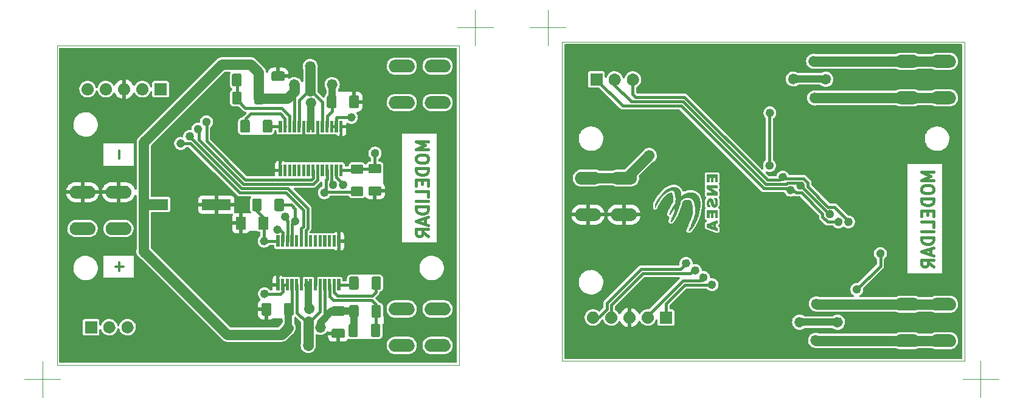
<source format=gbr>
%TF.GenerationSoftware,KiCad,Pcbnew,6.0.1*%
%TF.CreationDate,2022-06-20T02:56:07+02:00*%
%TF.ProjectId,panel,70616e65-6c2e-46b6-9963-61645f706362,rev?*%
%TF.SameCoordinates,Original*%
%TF.FileFunction,Copper,L2,Bot*%
%TF.FilePolarity,Positive*%
%FSLAX46Y46*%
G04 Gerber Fmt 4.6, Leading zero omitted, Abs format (unit mm)*
G04 Created by KiCad (PCBNEW 6.0.1) date 2022-06-20 02:56:07*
%MOMM*%
%LPD*%
G01*
G04 APERTURE LIST*
%TA.AperFunction,NonConductor*%
%ADD10C,0.000000*%
%TD*%
%TA.AperFunction,NonConductor*%
%ADD11C,0.750000*%
%TD*%
%TA.AperFunction,NonConductor*%
%ADD12C,0.500000*%
%TD*%
%TA.AperFunction,NonConductor*%
%ADD13C,0.600000*%
%TD*%
%TA.AperFunction,Conductor*%
%ADD14C,0.050000*%
%TD*%
%TA.AperFunction,Conductor*%
%ADD15C,0.300000*%
%TD*%
%TA.AperFunction,Conductor*%
%ADD16C,0.400000*%
%TD*%
%TA.AperFunction,Conductor*%
%ADD17C,0.500000*%
%TD*%
%TA.AperFunction,Conductor*%
%ADD18C,0.406400*%
%TD*%
%TA.AperFunction,Conductor*%
%ADD19C,1.000000*%
%TD*%
%TA.AperFunction,Conductor*%
%ADD20C,1.400000*%
%TD*%
%TA.AperFunction,Conductor*%
%ADD21C,0.508000*%
%TD*%
%TA.AperFunction,Conductor*%
%ADD22C,0.010000*%
%TD*%
G04 APERTURE END LIST*
D10*
G36*
X72206810Y-57368610D02*
G01*
X70881810Y-57368610D01*
X70881810Y-55568610D01*
X72206810Y-55568610D01*
X72206810Y-57368610D01*
G37*
G36*
X75331810Y-57368610D02*
G01*
X74006810Y-57368610D01*
X74006810Y-55568610D01*
X75331810Y-55568610D01*
X75331810Y-57368610D01*
G37*
G36*
X87754000Y-38656830D02*
G01*
X87796100Y-38668110D01*
X87835590Y-38686520D01*
X87871290Y-38711520D01*
X87902100Y-38742330D01*
X87927100Y-38778030D01*
X87945510Y-38817520D01*
X87956790Y-38859620D01*
X87960590Y-38903030D01*
X87960590Y-40203030D01*
X87956790Y-40246440D01*
X87945510Y-40288540D01*
X87927100Y-40328030D01*
X87902100Y-40363730D01*
X87871290Y-40394540D01*
X87835590Y-40419540D01*
X87796100Y-40437950D01*
X87754000Y-40449230D01*
X87710590Y-40453030D01*
X86885590Y-40453030D01*
X86842180Y-40449230D01*
X86800080Y-40437950D01*
X86760590Y-40419540D01*
X86724890Y-40394540D01*
X86694080Y-40363730D01*
X86669080Y-40328030D01*
X86650670Y-40288540D01*
X86639390Y-40246440D01*
X86635590Y-40203030D01*
X86635590Y-38903030D01*
X86639390Y-38859620D01*
X86650670Y-38817520D01*
X86669080Y-38778030D01*
X86694080Y-38742330D01*
X86724890Y-38711520D01*
X86760590Y-38686520D01*
X86800080Y-38668110D01*
X86842180Y-38656830D01*
X86885590Y-38653030D01*
X87710590Y-38653030D01*
X87754000Y-38656830D01*
G37*
G36*
X84629000Y-38656830D02*
G01*
X84671100Y-38668110D01*
X84710590Y-38686520D01*
X84746290Y-38711520D01*
X84777100Y-38742330D01*
X84802100Y-38778030D01*
X84820510Y-38817520D01*
X84831790Y-38859620D01*
X84835590Y-38903030D01*
X84835590Y-40203030D01*
X84831790Y-40246440D01*
X84820510Y-40288540D01*
X84802100Y-40328030D01*
X84777100Y-40363730D01*
X84746290Y-40394540D01*
X84710590Y-40419540D01*
X84671100Y-40437950D01*
X84629000Y-40449230D01*
X84585590Y-40453030D01*
X83760590Y-40453030D01*
X83717180Y-40449230D01*
X83675080Y-40437950D01*
X83635590Y-40419540D01*
X83599890Y-40394540D01*
X83569080Y-40363730D01*
X83544080Y-40328030D01*
X83525670Y-40288540D01*
X83514390Y-40246440D01*
X83510590Y-40203030D01*
X83510590Y-38903030D01*
X83514390Y-38859620D01*
X83525670Y-38817520D01*
X83544080Y-38778030D01*
X83569080Y-38742330D01*
X83599890Y-38711520D01*
X83635590Y-38686520D01*
X83675080Y-38668110D01*
X83717180Y-38656830D01*
X83760590Y-38653030D01*
X84585590Y-38653030D01*
X84629000Y-38656830D01*
G37*
G36*
X75687720Y-42072410D02*
G01*
X75729820Y-42083690D01*
X75769310Y-42102100D01*
X75805010Y-42127100D01*
X75835820Y-42157910D01*
X75860820Y-42193610D01*
X75879230Y-42233100D01*
X75890510Y-42275200D01*
X75894310Y-42318610D01*
X75894310Y-43618610D01*
X75890510Y-43662020D01*
X75879230Y-43704120D01*
X75860820Y-43743610D01*
X75835820Y-43779310D01*
X75805010Y-43810120D01*
X75769310Y-43835120D01*
X75729820Y-43853530D01*
X75687720Y-43864810D01*
X75644310Y-43868610D01*
X74819310Y-43868610D01*
X74775900Y-43864810D01*
X74733800Y-43853530D01*
X74694310Y-43835120D01*
X74658610Y-43810120D01*
X74627800Y-43779310D01*
X74602800Y-43743610D01*
X74584390Y-43704120D01*
X74573110Y-43662020D01*
X74569310Y-43618610D01*
X74569310Y-42318610D01*
X74573110Y-42275200D01*
X74584390Y-42233100D01*
X74602800Y-42193610D01*
X74627800Y-42157910D01*
X74658610Y-42127100D01*
X74694310Y-42102100D01*
X74733800Y-42083690D01*
X74775900Y-42072410D01*
X74819310Y-42068610D01*
X75644310Y-42068610D01*
X75687720Y-42072410D01*
G37*
G36*
X72562720Y-42072410D02*
G01*
X72604820Y-42083690D01*
X72644310Y-42102100D01*
X72680010Y-42127100D01*
X72710820Y-42157910D01*
X72735820Y-42193610D01*
X72754230Y-42233100D01*
X72765510Y-42275200D01*
X72769310Y-42318610D01*
X72769310Y-43618610D01*
X72765510Y-43662020D01*
X72754230Y-43704120D01*
X72735820Y-43743610D01*
X72710820Y-43779310D01*
X72680010Y-43810120D01*
X72644310Y-43835120D01*
X72604820Y-43853530D01*
X72562720Y-43864810D01*
X72519310Y-43868610D01*
X71694310Y-43868610D01*
X71650900Y-43864810D01*
X71608800Y-43853530D01*
X71569310Y-43835120D01*
X71533610Y-43810120D01*
X71502800Y-43779310D01*
X71477800Y-43743610D01*
X71459390Y-43704120D01*
X71448110Y-43662020D01*
X71444310Y-43618610D01*
X71444310Y-42318610D01*
X71448110Y-42275200D01*
X71459390Y-42233100D01*
X71477800Y-42193610D01*
X71502800Y-42157910D01*
X71533610Y-42127100D01*
X71569310Y-42102100D01*
X71608800Y-42083690D01*
X71650900Y-42072410D01*
X71694310Y-42068610D01*
X72519310Y-42068610D01*
X72562720Y-42072410D01*
G37*
G36*
X77394710Y-35318000D02*
G01*
X77436810Y-35329280D01*
X77476300Y-35347690D01*
X77512000Y-35372690D01*
X77542810Y-35403500D01*
X77567810Y-35439200D01*
X77586220Y-35478690D01*
X77597500Y-35520790D01*
X77601300Y-35564200D01*
X77601300Y-36389200D01*
X77597500Y-36432610D01*
X77586220Y-36474710D01*
X77567810Y-36514200D01*
X77542810Y-36549900D01*
X77512000Y-36580710D01*
X77476300Y-36605710D01*
X77436810Y-36624120D01*
X77394710Y-36635400D01*
X77351300Y-36639200D01*
X76051300Y-36639200D01*
X76007890Y-36635400D01*
X75965790Y-36624120D01*
X75926300Y-36605710D01*
X75890600Y-36580710D01*
X75859790Y-36549900D01*
X75834790Y-36514200D01*
X75816380Y-36474710D01*
X75805100Y-36432610D01*
X75801300Y-36389200D01*
X75801300Y-35564200D01*
X75805100Y-35520790D01*
X75816380Y-35478690D01*
X75834790Y-35439200D01*
X75859790Y-35403500D01*
X75890600Y-35372690D01*
X75926300Y-35347690D01*
X75965790Y-35329280D01*
X76007890Y-35318000D01*
X76051300Y-35314200D01*
X77351300Y-35314200D01*
X77394710Y-35318000D01*
G37*
G36*
X77394710Y-38443000D02*
G01*
X77436810Y-38454280D01*
X77476300Y-38472690D01*
X77512000Y-38497690D01*
X77542810Y-38528500D01*
X77567810Y-38564200D01*
X77586220Y-38603690D01*
X77597500Y-38645790D01*
X77601300Y-38689200D01*
X77601300Y-39514200D01*
X77597500Y-39557610D01*
X77586220Y-39599710D01*
X77567810Y-39639200D01*
X77542810Y-39674900D01*
X77512000Y-39705710D01*
X77476300Y-39730710D01*
X77436810Y-39749120D01*
X77394710Y-39760400D01*
X77351300Y-39764200D01*
X76051300Y-39764200D01*
X76007890Y-39760400D01*
X75965790Y-39749120D01*
X75926300Y-39730710D01*
X75890600Y-39705710D01*
X75859790Y-39674900D01*
X75834790Y-39639200D01*
X75816380Y-39599710D01*
X75805100Y-39557610D01*
X75801300Y-39514200D01*
X75801300Y-38689200D01*
X75805100Y-38645790D01*
X75816380Y-38603690D01*
X75834790Y-38564200D01*
X75859790Y-38528500D01*
X75890600Y-38497690D01*
X75926300Y-38472690D01*
X75965790Y-38454280D01*
X76007890Y-38443000D01*
X76051300Y-38439200D01*
X77351300Y-38439200D01*
X77394710Y-38443000D01*
G37*
G36*
X71412720Y-35622410D02*
G01*
X71454820Y-35633690D01*
X71494310Y-35652100D01*
X71530010Y-35677100D01*
X71560820Y-35707910D01*
X71585820Y-35743610D01*
X71604230Y-35783100D01*
X71615510Y-35825200D01*
X71619310Y-35868610D01*
X71619310Y-37168610D01*
X71615510Y-37212020D01*
X71604230Y-37254120D01*
X71585820Y-37293610D01*
X71560820Y-37329310D01*
X71530010Y-37360120D01*
X71494310Y-37385120D01*
X71454820Y-37403530D01*
X71412720Y-37414810D01*
X71369310Y-37418610D01*
X70544310Y-37418610D01*
X70500900Y-37414810D01*
X70458800Y-37403530D01*
X70419310Y-37385120D01*
X70383610Y-37360120D01*
X70352800Y-37329310D01*
X70327800Y-37293610D01*
X70309390Y-37254120D01*
X70298110Y-37212020D01*
X70294310Y-37168610D01*
X70294310Y-35868610D01*
X70298110Y-35825200D01*
X70309390Y-35783100D01*
X70327800Y-35743610D01*
X70352800Y-35707910D01*
X70383610Y-35677100D01*
X70419310Y-35652100D01*
X70458800Y-35633690D01*
X70500900Y-35622410D01*
X70544310Y-35618610D01*
X71369310Y-35618610D01*
X71412720Y-35622410D01*
G37*
G36*
X74537720Y-35622410D02*
G01*
X74579820Y-35633690D01*
X74619310Y-35652100D01*
X74655010Y-35677100D01*
X74685820Y-35707910D01*
X74710820Y-35743610D01*
X74729230Y-35783100D01*
X74740510Y-35825200D01*
X74744310Y-35868610D01*
X74744310Y-37168610D01*
X74740510Y-37212020D01*
X74729230Y-37254120D01*
X74710820Y-37293610D01*
X74685820Y-37329310D01*
X74655010Y-37360120D01*
X74619310Y-37385120D01*
X74579820Y-37403530D01*
X74537720Y-37414810D01*
X74494310Y-37418610D01*
X73669310Y-37418610D01*
X73625900Y-37414810D01*
X73583800Y-37403530D01*
X73544310Y-37385120D01*
X73508610Y-37360120D01*
X73477800Y-37329310D01*
X73452800Y-37293610D01*
X73434390Y-37254120D01*
X73423110Y-37212020D01*
X73419310Y-37168610D01*
X73419310Y-35868610D01*
X73423110Y-35825200D01*
X73434390Y-35783100D01*
X73452800Y-35743610D01*
X73477800Y-35707910D01*
X73508610Y-35677100D01*
X73544310Y-35652100D01*
X73583800Y-35633690D01*
X73625900Y-35622410D01*
X73669310Y-35618610D01*
X74494310Y-35618610D01*
X74537720Y-35622410D01*
G37*
G36*
X71412720Y-38147410D02*
G01*
X71454820Y-38158690D01*
X71494310Y-38177100D01*
X71530010Y-38202100D01*
X71560820Y-38232910D01*
X71585820Y-38268610D01*
X71604230Y-38308100D01*
X71615510Y-38350200D01*
X71619310Y-38393610D01*
X71619310Y-39643610D01*
X71615510Y-39687020D01*
X71604230Y-39729120D01*
X71585820Y-39768610D01*
X71560820Y-39804310D01*
X71530010Y-39835120D01*
X71494310Y-39860120D01*
X71454820Y-39878530D01*
X71412720Y-39889810D01*
X71369310Y-39893610D01*
X70569310Y-39893610D01*
X70525900Y-39889810D01*
X70483800Y-39878530D01*
X70444310Y-39860120D01*
X70408610Y-39835120D01*
X70377800Y-39804310D01*
X70352800Y-39768610D01*
X70334390Y-39729120D01*
X70323110Y-39687020D01*
X70319310Y-39643610D01*
X70319310Y-38393610D01*
X70323110Y-38350200D01*
X70334390Y-38308100D01*
X70352800Y-38268610D01*
X70377800Y-38232910D01*
X70408610Y-38202100D01*
X70444310Y-38177100D01*
X70483800Y-38158690D01*
X70525900Y-38147410D01*
X70569310Y-38143610D01*
X71369310Y-38143610D01*
X71412720Y-38147410D01*
G37*
G36*
X74512720Y-38147410D02*
G01*
X74554820Y-38158690D01*
X74594310Y-38177100D01*
X74630010Y-38202100D01*
X74660820Y-38232910D01*
X74685820Y-38268610D01*
X74704230Y-38308100D01*
X74715510Y-38350200D01*
X74719310Y-38393610D01*
X74719310Y-39643610D01*
X74715510Y-39687020D01*
X74704230Y-39729120D01*
X74685820Y-39768610D01*
X74660820Y-39804310D01*
X74630010Y-39835120D01*
X74594310Y-39860120D01*
X74554820Y-39878530D01*
X74512720Y-39889810D01*
X74469310Y-39893610D01*
X73669310Y-39893610D01*
X73625900Y-39889810D01*
X73583800Y-39878530D01*
X73544310Y-39860120D01*
X73508610Y-39835120D01*
X73477800Y-39804310D01*
X73452800Y-39768610D01*
X73434390Y-39729120D01*
X73423110Y-39687020D01*
X73419310Y-39643610D01*
X73419310Y-38393610D01*
X73423110Y-38350200D01*
X73434390Y-38308100D01*
X73452800Y-38268610D01*
X73477800Y-38232910D01*
X73508610Y-38202100D01*
X73544310Y-38177100D01*
X73583800Y-38158690D01*
X73625900Y-38147410D01*
X73669310Y-38143610D01*
X74469310Y-38143610D01*
X74512720Y-38147410D01*
G37*
G36*
X88361220Y-51400330D02*
G01*
X88403320Y-51411610D01*
X88442810Y-51430020D01*
X88478510Y-51455020D01*
X88509320Y-51485830D01*
X88534320Y-51521530D01*
X88552730Y-51561020D01*
X88564010Y-51603120D01*
X88567810Y-51646530D01*
X88567810Y-52446530D01*
X88564010Y-52489940D01*
X88552730Y-52532040D01*
X88534320Y-52571530D01*
X88509320Y-52607230D01*
X88478510Y-52638040D01*
X88442810Y-52663040D01*
X88403320Y-52681450D01*
X88361220Y-52692730D01*
X88317810Y-52696530D01*
X87067810Y-52696530D01*
X87024400Y-52692730D01*
X86982300Y-52681450D01*
X86942810Y-52663040D01*
X86907110Y-52638040D01*
X86876300Y-52607230D01*
X86851300Y-52571530D01*
X86832890Y-52532040D01*
X86821610Y-52489940D01*
X86817810Y-52446530D01*
X86817810Y-51646530D01*
X86821610Y-51603120D01*
X86832890Y-51561020D01*
X86851300Y-51521530D01*
X86876300Y-51485830D01*
X86907110Y-51455020D01*
X86942810Y-51430020D01*
X86982300Y-51411610D01*
X87024400Y-51400330D01*
X87067810Y-51396530D01*
X88317810Y-51396530D01*
X88361220Y-51400330D01*
G37*
G36*
X88361220Y-48300330D02*
G01*
X88403320Y-48311610D01*
X88442810Y-48330020D01*
X88478510Y-48355020D01*
X88509320Y-48385830D01*
X88534320Y-48421530D01*
X88552730Y-48461020D01*
X88564010Y-48503120D01*
X88567810Y-48546530D01*
X88567810Y-49346530D01*
X88564010Y-49389940D01*
X88552730Y-49432040D01*
X88534320Y-49471530D01*
X88509320Y-49507230D01*
X88478510Y-49538040D01*
X88442810Y-49563040D01*
X88403320Y-49581450D01*
X88361220Y-49592730D01*
X88317810Y-49596530D01*
X87067810Y-49596530D01*
X87024400Y-49592730D01*
X86982300Y-49581450D01*
X86942810Y-49563040D01*
X86907110Y-49538040D01*
X86876300Y-49507230D01*
X86851300Y-49471530D01*
X86832890Y-49432040D01*
X86821610Y-49389940D01*
X86817810Y-49346530D01*
X86817810Y-48546530D01*
X86821610Y-48503120D01*
X86832890Y-48461020D01*
X86851300Y-48421530D01*
X86876300Y-48385830D01*
X86907110Y-48355020D01*
X86942810Y-48330020D01*
X86982300Y-48311610D01*
X87024400Y-48300330D01*
X87067810Y-48296530D01*
X88317810Y-48296530D01*
X88361220Y-48300330D01*
G37*
G36*
X90867620Y-51324920D02*
G01*
X90909720Y-51336200D01*
X90949210Y-51354610D01*
X90984910Y-51379610D01*
X91015720Y-51410420D01*
X91040720Y-51446120D01*
X91059130Y-51485610D01*
X91070410Y-51527710D01*
X91074210Y-51571120D01*
X91074210Y-52396120D01*
X91070410Y-52439530D01*
X91059130Y-52481630D01*
X91040720Y-52521120D01*
X91015720Y-52556820D01*
X90984910Y-52587630D01*
X90949210Y-52612630D01*
X90909720Y-52631040D01*
X90867620Y-52642320D01*
X90824210Y-52646120D01*
X89524210Y-52646120D01*
X89480800Y-52642320D01*
X89438700Y-52631040D01*
X89399210Y-52612630D01*
X89363510Y-52587630D01*
X89332700Y-52556820D01*
X89307700Y-52521120D01*
X89289290Y-52481630D01*
X89278010Y-52439530D01*
X89274210Y-52396120D01*
X89274210Y-51571120D01*
X89278010Y-51527710D01*
X89289290Y-51485610D01*
X89307700Y-51446120D01*
X89332700Y-51410420D01*
X89363510Y-51379610D01*
X89399210Y-51354610D01*
X89438700Y-51336200D01*
X89480800Y-51324920D01*
X89524210Y-51321120D01*
X90824210Y-51321120D01*
X90867620Y-51324920D01*
G37*
G36*
X90867620Y-48199920D02*
G01*
X90909720Y-48211200D01*
X90949210Y-48229610D01*
X90984910Y-48254610D01*
X91015720Y-48285420D01*
X91040720Y-48321120D01*
X91059130Y-48360610D01*
X91070410Y-48402710D01*
X91074210Y-48446120D01*
X91074210Y-49271120D01*
X91070410Y-49314530D01*
X91059130Y-49356630D01*
X91040720Y-49396120D01*
X91015720Y-49431820D01*
X90984910Y-49462630D01*
X90949210Y-49487630D01*
X90909720Y-49506040D01*
X90867620Y-49517320D01*
X90824210Y-49521120D01*
X89524210Y-49521120D01*
X89480800Y-49517320D01*
X89438700Y-49506040D01*
X89399210Y-49487630D01*
X89363510Y-49462630D01*
X89332700Y-49431820D01*
X89307700Y-49396120D01*
X89289290Y-49356630D01*
X89278010Y-49314530D01*
X89274210Y-49271120D01*
X89274210Y-48446120D01*
X89278010Y-48402710D01*
X89289290Y-48360610D01*
X89307700Y-48321120D01*
X89332700Y-48285420D01*
X89363510Y-48254610D01*
X89399210Y-48229610D01*
X89438700Y-48211200D01*
X89480800Y-48199920D01*
X89524210Y-48196120D01*
X90824210Y-48196120D01*
X90867620Y-48199920D01*
G37*
G36*
X77246790Y-43800970D02*
G01*
X76796790Y-43800970D01*
X76796790Y-42200970D01*
X77246790Y-42200970D01*
X77246790Y-43800970D01*
G37*
G36*
X77896790Y-43800970D02*
G01*
X77446790Y-43800970D01*
X77446790Y-42200970D01*
X77896790Y-42200970D01*
X77896790Y-43800970D01*
G37*
G36*
X78546790Y-43800970D02*
G01*
X78096790Y-43800970D01*
X78096790Y-42200970D01*
X78546790Y-42200970D01*
X78546790Y-43800970D01*
G37*
G36*
X79196790Y-43800970D02*
G01*
X78746790Y-43800970D01*
X78746790Y-42200970D01*
X79196790Y-42200970D01*
X79196790Y-43800970D01*
G37*
G36*
X79846790Y-43800970D02*
G01*
X79396790Y-43800970D01*
X79396790Y-42200970D01*
X79846790Y-42200970D01*
X79846790Y-43800970D01*
G37*
G36*
X80496790Y-43800970D02*
G01*
X80046790Y-43800970D01*
X80046790Y-42200970D01*
X80496790Y-42200970D01*
X80496790Y-43800970D01*
G37*
G36*
X81146790Y-43800970D02*
G01*
X80696790Y-43800970D01*
X80696790Y-42200970D01*
X81146790Y-42200970D01*
X81146790Y-43800970D01*
G37*
G36*
X81796790Y-43800970D02*
G01*
X81346790Y-43800970D01*
X81346790Y-42200970D01*
X81796790Y-42200970D01*
X81796790Y-43800970D01*
G37*
G36*
X82446790Y-43800970D02*
G01*
X81996790Y-43800970D01*
X81996790Y-42200970D01*
X82446790Y-42200970D01*
X82446790Y-43800970D01*
G37*
G36*
X83096790Y-43800970D02*
G01*
X82646790Y-43800970D01*
X82646790Y-42200970D01*
X83096790Y-42200970D01*
X83096790Y-43800970D01*
G37*
G36*
X83746790Y-43800970D02*
G01*
X83296790Y-43800970D01*
X83296790Y-42200970D01*
X83746790Y-42200970D01*
X83746790Y-43800970D01*
G37*
G36*
X84396790Y-43800970D02*
G01*
X83946790Y-43800970D01*
X83946790Y-42200970D01*
X84396790Y-42200970D01*
X84396790Y-43800970D01*
G37*
G36*
X85046790Y-43800970D02*
G01*
X84596790Y-43800970D01*
X84596790Y-42200970D01*
X85046790Y-42200970D01*
X85046790Y-43800970D01*
G37*
G36*
X85696790Y-43800970D02*
G01*
X85246790Y-43800970D01*
X85246790Y-42200970D01*
X85696790Y-42200970D01*
X85696790Y-43800970D01*
G37*
G36*
X85696790Y-49900970D02*
G01*
X85246790Y-49900970D01*
X85246790Y-48300970D01*
X85696790Y-48300970D01*
X85696790Y-49900970D01*
G37*
G36*
X85046790Y-49900970D02*
G01*
X84596790Y-49900970D01*
X84596790Y-48300970D01*
X85046790Y-48300970D01*
X85046790Y-49900970D01*
G37*
G36*
X84396790Y-49900970D02*
G01*
X83946790Y-49900970D01*
X83946790Y-48300970D01*
X84396790Y-48300970D01*
X84396790Y-49900970D01*
G37*
G36*
X83746790Y-49900970D02*
G01*
X83296790Y-49900970D01*
X83296790Y-48300970D01*
X83746790Y-48300970D01*
X83746790Y-49900970D01*
G37*
G36*
X83096790Y-49900970D02*
G01*
X82646790Y-49900970D01*
X82646790Y-48300970D01*
X83096790Y-48300970D01*
X83096790Y-49900970D01*
G37*
G36*
X82446790Y-49900970D02*
G01*
X81996790Y-49900970D01*
X81996790Y-48300970D01*
X82446790Y-48300970D01*
X82446790Y-49900970D01*
G37*
G36*
X81796790Y-49900970D02*
G01*
X81346790Y-49900970D01*
X81346790Y-48300970D01*
X81796790Y-48300970D01*
X81796790Y-49900970D01*
G37*
G36*
X81146790Y-49900970D02*
G01*
X80696790Y-49900970D01*
X80696790Y-48300970D01*
X81146790Y-48300970D01*
X81146790Y-49900970D01*
G37*
G36*
X80496790Y-49900970D02*
G01*
X80046790Y-49900970D01*
X80046790Y-48300970D01*
X80496790Y-48300970D01*
X80496790Y-49900970D01*
G37*
G36*
X79846790Y-49900970D02*
G01*
X79396790Y-49900970D01*
X79396790Y-48300970D01*
X79846790Y-48300970D01*
X79846790Y-49900970D01*
G37*
G36*
X79196790Y-49900970D02*
G01*
X78746790Y-49900970D01*
X78746790Y-48300970D01*
X79196790Y-48300970D01*
X79196790Y-49900970D01*
G37*
G36*
X78546790Y-49900970D02*
G01*
X78096790Y-49900970D01*
X78096790Y-48300970D01*
X78546790Y-48300970D01*
X78546790Y-49900970D01*
G37*
G36*
X77896790Y-49900970D02*
G01*
X77446790Y-49900970D01*
X77446790Y-48300970D01*
X77896790Y-48300970D01*
X77896790Y-49900970D01*
G37*
G36*
X77246790Y-49900970D02*
G01*
X76796790Y-49900970D01*
X76796790Y-48300970D01*
X77246790Y-48300970D01*
X77246790Y-49900970D01*
G37*
G36*
X83836790Y-47600970D02*
G01*
X78656790Y-47600970D01*
X78656790Y-44500970D01*
X83836790Y-44500970D01*
X83836790Y-47600970D01*
G37*
G36*
X81290200Y-45804770D02*
G01*
X81332300Y-45816050D01*
X81371790Y-45834460D01*
X81407490Y-45859460D01*
X81438300Y-45890270D01*
X81463300Y-45925970D01*
X81481710Y-45965460D01*
X81492990Y-46007560D01*
X81496790Y-46050970D01*
X81492990Y-46094380D01*
X81481710Y-46136480D01*
X81463300Y-46175970D01*
X81438300Y-46211670D01*
X81407490Y-46242480D01*
X81371790Y-46267480D01*
X81332300Y-46285890D01*
X81290200Y-46297170D01*
X81246790Y-46300970D01*
X81203380Y-46297170D01*
X81161280Y-46285890D01*
X81121790Y-46267480D01*
X81086090Y-46242480D01*
X81055280Y-46211670D01*
X81030280Y-46175970D01*
X81011870Y-46136480D01*
X81000590Y-46094380D01*
X80996790Y-46050970D01*
X81000590Y-46007560D01*
X81011870Y-45965460D01*
X81030280Y-45925970D01*
X81055280Y-45890270D01*
X81086090Y-45859460D01*
X81121790Y-45834460D01*
X81161280Y-45816050D01*
X81203380Y-45804770D01*
X81246790Y-45800970D01*
X81290200Y-45804770D01*
G37*
G36*
X85378630Y-65872680D02*
G01*
X84928630Y-65872680D01*
X84928630Y-64272680D01*
X85378630Y-64272680D01*
X85378630Y-65872680D01*
G37*
G36*
X84728630Y-65872680D02*
G01*
X84278630Y-65872680D01*
X84278630Y-64272680D01*
X84728630Y-64272680D01*
X84728630Y-65872680D01*
G37*
G36*
X84078630Y-65872680D02*
G01*
X83628630Y-65872680D01*
X83628630Y-64272680D01*
X84078630Y-64272680D01*
X84078630Y-65872680D01*
G37*
G36*
X83428630Y-65872680D02*
G01*
X82978630Y-65872680D01*
X82978630Y-64272680D01*
X83428630Y-64272680D01*
X83428630Y-65872680D01*
G37*
G36*
X82778630Y-65872680D02*
G01*
X82328630Y-65872680D01*
X82328630Y-64272680D01*
X82778630Y-64272680D01*
X82778630Y-65872680D01*
G37*
G36*
X82128630Y-65872680D02*
G01*
X81678630Y-65872680D01*
X81678630Y-64272680D01*
X82128630Y-64272680D01*
X82128630Y-65872680D01*
G37*
G36*
X81478630Y-65872680D02*
G01*
X81028630Y-65872680D01*
X81028630Y-64272680D01*
X81478630Y-64272680D01*
X81478630Y-65872680D01*
G37*
G36*
X80828630Y-65872680D02*
G01*
X80378630Y-65872680D01*
X80378630Y-64272680D01*
X80828630Y-64272680D01*
X80828630Y-65872680D01*
G37*
G36*
X80178630Y-65872680D02*
G01*
X79728630Y-65872680D01*
X79728630Y-64272680D01*
X80178630Y-64272680D01*
X80178630Y-65872680D01*
G37*
G36*
X79528630Y-65872680D02*
G01*
X79078630Y-65872680D01*
X79078630Y-64272680D01*
X79528630Y-64272680D01*
X79528630Y-65872680D01*
G37*
G36*
X78878630Y-65872680D02*
G01*
X78428630Y-65872680D01*
X78428630Y-64272680D01*
X78878630Y-64272680D01*
X78878630Y-65872680D01*
G37*
G36*
X78228630Y-65872680D02*
G01*
X77778630Y-65872680D01*
X77778630Y-64272680D01*
X78228630Y-64272680D01*
X78228630Y-65872680D01*
G37*
G36*
X77578630Y-65872680D02*
G01*
X77128630Y-65872680D01*
X77128630Y-64272680D01*
X77578630Y-64272680D01*
X77578630Y-65872680D01*
G37*
G36*
X76928630Y-65872680D02*
G01*
X76478630Y-65872680D01*
X76478630Y-64272680D01*
X76928630Y-64272680D01*
X76928630Y-65872680D01*
G37*
G36*
X76928630Y-59772680D02*
G01*
X76478630Y-59772680D01*
X76478630Y-58172680D01*
X76928630Y-58172680D01*
X76928630Y-59772680D01*
G37*
G36*
X77578630Y-59772680D02*
G01*
X77128630Y-59772680D01*
X77128630Y-58172680D01*
X77578630Y-58172680D01*
X77578630Y-59772680D01*
G37*
G36*
X78228630Y-59772680D02*
G01*
X77778630Y-59772680D01*
X77778630Y-58172680D01*
X78228630Y-58172680D01*
X78228630Y-59772680D01*
G37*
G36*
X78878630Y-59772680D02*
G01*
X78428630Y-59772680D01*
X78428630Y-58172680D01*
X78878630Y-58172680D01*
X78878630Y-59772680D01*
G37*
G36*
X79528630Y-59772680D02*
G01*
X79078630Y-59772680D01*
X79078630Y-58172680D01*
X79528630Y-58172680D01*
X79528630Y-59772680D01*
G37*
G36*
X80178630Y-59772680D02*
G01*
X79728630Y-59772680D01*
X79728630Y-58172680D01*
X80178630Y-58172680D01*
X80178630Y-59772680D01*
G37*
G36*
X80828630Y-59772680D02*
G01*
X80378630Y-59772680D01*
X80378630Y-58172680D01*
X80828630Y-58172680D01*
X80828630Y-59772680D01*
G37*
G36*
X81478630Y-59772680D02*
G01*
X81028630Y-59772680D01*
X81028630Y-58172680D01*
X81478630Y-58172680D01*
X81478630Y-59772680D01*
G37*
G36*
X82128630Y-59772680D02*
G01*
X81678630Y-59772680D01*
X81678630Y-58172680D01*
X82128630Y-58172680D01*
X82128630Y-59772680D01*
G37*
G36*
X82778630Y-59772680D02*
G01*
X82328630Y-59772680D01*
X82328630Y-58172680D01*
X82778630Y-58172680D01*
X82778630Y-59772680D01*
G37*
G36*
X83428630Y-59772680D02*
G01*
X82978630Y-59772680D01*
X82978630Y-58172680D01*
X83428630Y-58172680D01*
X83428630Y-59772680D01*
G37*
G36*
X84078630Y-59772680D02*
G01*
X83628630Y-59772680D01*
X83628630Y-58172680D01*
X84078630Y-58172680D01*
X84078630Y-59772680D01*
G37*
G36*
X84728630Y-59772680D02*
G01*
X84278630Y-59772680D01*
X84278630Y-58172680D01*
X84728630Y-58172680D01*
X84728630Y-59772680D01*
G37*
G36*
X85378630Y-59772680D02*
G01*
X84928630Y-59772680D01*
X84928630Y-58172680D01*
X85378630Y-58172680D01*
X85378630Y-59772680D01*
G37*
G36*
X83518630Y-63572680D02*
G01*
X78338630Y-63572680D01*
X78338630Y-60472680D01*
X83518630Y-60472680D01*
X83518630Y-63572680D01*
G37*
G36*
X80972040Y-61776480D02*
G01*
X81014140Y-61787760D01*
X81053630Y-61806170D01*
X81089330Y-61831170D01*
X81120140Y-61861980D01*
X81145140Y-61897680D01*
X81163550Y-61937170D01*
X81174830Y-61979270D01*
X81178630Y-62022680D01*
X81174830Y-62066090D01*
X81163550Y-62108190D01*
X81145140Y-62147680D01*
X81120140Y-62183380D01*
X81089330Y-62214190D01*
X81053630Y-62239190D01*
X81014140Y-62257600D01*
X80972040Y-62268880D01*
X80928630Y-62272680D01*
X80885220Y-62268880D01*
X80843120Y-62257600D01*
X80803630Y-62239190D01*
X80767930Y-62214190D01*
X80737120Y-62183380D01*
X80712120Y-62147680D01*
X80693710Y-62108190D01*
X80682430Y-62066090D01*
X80678630Y-62022680D01*
X80682430Y-61979270D01*
X80693710Y-61937170D01*
X80712120Y-61897680D01*
X80737120Y-61861980D01*
X80767930Y-61831170D01*
X80803630Y-61806170D01*
X80843120Y-61787760D01*
X80885220Y-61776480D01*
X80928630Y-61772680D01*
X80972040Y-61776480D01*
G37*
G36*
X70121890Y-54633270D02*
G01*
X66108690Y-54633270D01*
X66108690Y-53134670D01*
X70121890Y-53134670D01*
X70121890Y-54633270D01*
G37*
G36*
X61409690Y-54633270D02*
G01*
X57396490Y-54633270D01*
X57396490Y-53134670D01*
X61409690Y-53134670D01*
X61409690Y-54633270D01*
G37*
G36*
X85768670Y-71162690D02*
G01*
X85810770Y-71173970D01*
X85850260Y-71192380D01*
X85885960Y-71217380D01*
X85916770Y-71248190D01*
X85941770Y-71283890D01*
X85960180Y-71323380D01*
X85971460Y-71365480D01*
X85975260Y-71408890D01*
X85975260Y-72233890D01*
X85971460Y-72277300D01*
X85960180Y-72319400D01*
X85941770Y-72358890D01*
X85916770Y-72394590D01*
X85885960Y-72425400D01*
X85850260Y-72450400D01*
X85810770Y-72468810D01*
X85768670Y-72480090D01*
X85725260Y-72483890D01*
X84425260Y-72483890D01*
X84381850Y-72480090D01*
X84339750Y-72468810D01*
X84300260Y-72450400D01*
X84264560Y-72425400D01*
X84233750Y-72394590D01*
X84208750Y-72358890D01*
X84190340Y-72319400D01*
X84179060Y-72277300D01*
X84175260Y-72233890D01*
X84175260Y-71408890D01*
X84179060Y-71365480D01*
X84190340Y-71323380D01*
X84208750Y-71283890D01*
X84233750Y-71248190D01*
X84264560Y-71217380D01*
X84300260Y-71192380D01*
X84339750Y-71173970D01*
X84381850Y-71162690D01*
X84425260Y-71158890D01*
X85725260Y-71158890D01*
X85768670Y-71162690D01*
G37*
G36*
X85768670Y-68037690D02*
G01*
X85810770Y-68048970D01*
X85850260Y-68067380D01*
X85885960Y-68092380D01*
X85916770Y-68123190D01*
X85941770Y-68158890D01*
X85960180Y-68198380D01*
X85971460Y-68240480D01*
X85975260Y-68283890D01*
X85975260Y-69108890D01*
X85971460Y-69152300D01*
X85960180Y-69194400D01*
X85941770Y-69233890D01*
X85916770Y-69269590D01*
X85885960Y-69300400D01*
X85850260Y-69325400D01*
X85810770Y-69343810D01*
X85768670Y-69355090D01*
X85725260Y-69358890D01*
X84425260Y-69358890D01*
X84381850Y-69355090D01*
X84339750Y-69343810D01*
X84300260Y-69325400D01*
X84264560Y-69300400D01*
X84233750Y-69269590D01*
X84208750Y-69233890D01*
X84190340Y-69194400D01*
X84179060Y-69152300D01*
X84175260Y-69108890D01*
X84175260Y-68283890D01*
X84179060Y-68240480D01*
X84190340Y-68198380D01*
X84208750Y-68158890D01*
X84233750Y-68123190D01*
X84264560Y-68092380D01*
X84300260Y-68067380D01*
X84339750Y-68048970D01*
X84381850Y-68037690D01*
X84425260Y-68033890D01*
X85725260Y-68033890D01*
X85768670Y-68037690D01*
G37*
G36*
X87712720Y-63922410D02*
G01*
X87754820Y-63933690D01*
X87794310Y-63952100D01*
X87830010Y-63977100D01*
X87860820Y-64007910D01*
X87885820Y-64043610D01*
X87904230Y-64083100D01*
X87915510Y-64125200D01*
X87919310Y-64168610D01*
X87919310Y-65468610D01*
X87915510Y-65512020D01*
X87904230Y-65554120D01*
X87885820Y-65593610D01*
X87860820Y-65629310D01*
X87830010Y-65660120D01*
X87794310Y-65685120D01*
X87754820Y-65703530D01*
X87712720Y-65714810D01*
X87669310Y-65718610D01*
X86844310Y-65718610D01*
X86800900Y-65714810D01*
X86758800Y-65703530D01*
X86719310Y-65685120D01*
X86683610Y-65660120D01*
X86652800Y-65629310D01*
X86627800Y-65593610D01*
X86609390Y-65554120D01*
X86598110Y-65512020D01*
X86594310Y-65468610D01*
X86594310Y-64168610D01*
X86598110Y-64125200D01*
X86609390Y-64083100D01*
X86627800Y-64043610D01*
X86652800Y-64007910D01*
X86683610Y-63977100D01*
X86719310Y-63952100D01*
X86758800Y-63933690D01*
X86800900Y-63922410D01*
X86844310Y-63918610D01*
X87669310Y-63918610D01*
X87712720Y-63922410D01*
G37*
G36*
X90837720Y-63922410D02*
G01*
X90879820Y-63933690D01*
X90919310Y-63952100D01*
X90955010Y-63977100D01*
X90985820Y-64007910D01*
X91010820Y-64043610D01*
X91029230Y-64083100D01*
X91040510Y-64125200D01*
X91044310Y-64168610D01*
X91044310Y-65468610D01*
X91040510Y-65512020D01*
X91029230Y-65554120D01*
X91010820Y-65593610D01*
X90985820Y-65629310D01*
X90955010Y-65660120D01*
X90919310Y-65685120D01*
X90879820Y-65703530D01*
X90837720Y-65714810D01*
X90794310Y-65718610D01*
X89969310Y-65718610D01*
X89925900Y-65714810D01*
X89883800Y-65703530D01*
X89844310Y-65685120D01*
X89808610Y-65660120D01*
X89777800Y-65629310D01*
X89752800Y-65593610D01*
X89734390Y-65554120D01*
X89723110Y-65512020D01*
X89719310Y-65468610D01*
X89719310Y-64168610D01*
X89723110Y-64125200D01*
X89734390Y-64083100D01*
X89752800Y-64043610D01*
X89777800Y-64007910D01*
X89808610Y-63977100D01*
X89844310Y-63952100D01*
X89883800Y-63933690D01*
X89925900Y-63922410D01*
X89969310Y-63918610D01*
X90794310Y-63918610D01*
X90837720Y-63922410D01*
G37*
G36*
X75547220Y-67583010D02*
G01*
X75589320Y-67594290D01*
X75628810Y-67612700D01*
X75664510Y-67637700D01*
X75695320Y-67668510D01*
X75720320Y-67704210D01*
X75738730Y-67743700D01*
X75750010Y-67785800D01*
X75753810Y-67829210D01*
X75753810Y-69129210D01*
X75750010Y-69172620D01*
X75738730Y-69214720D01*
X75720320Y-69254210D01*
X75695320Y-69289910D01*
X75664510Y-69320720D01*
X75628810Y-69345720D01*
X75589320Y-69364130D01*
X75547220Y-69375410D01*
X75503810Y-69379210D01*
X74678810Y-69379210D01*
X74635400Y-69375410D01*
X74593300Y-69364130D01*
X74553810Y-69345720D01*
X74518110Y-69320720D01*
X74487300Y-69289910D01*
X74462300Y-69254210D01*
X74443890Y-69214720D01*
X74432610Y-69172620D01*
X74428810Y-69129210D01*
X74428810Y-67829210D01*
X74432610Y-67785800D01*
X74443890Y-67743700D01*
X74462300Y-67704210D01*
X74487300Y-67668510D01*
X74518110Y-67637700D01*
X74553810Y-67612700D01*
X74593300Y-67594290D01*
X74635400Y-67583010D01*
X74678810Y-67579210D01*
X75503810Y-67579210D01*
X75547220Y-67583010D01*
G37*
G36*
X78672220Y-67583010D02*
G01*
X78714320Y-67594290D01*
X78753810Y-67612700D01*
X78789510Y-67637700D01*
X78820320Y-67668510D01*
X78845320Y-67704210D01*
X78863730Y-67743700D01*
X78875010Y-67785800D01*
X78878810Y-67829210D01*
X78878810Y-69129210D01*
X78875010Y-69172620D01*
X78863730Y-69214720D01*
X78845320Y-69254210D01*
X78820320Y-69289910D01*
X78789510Y-69320720D01*
X78753810Y-69345720D01*
X78714320Y-69364130D01*
X78672220Y-69375410D01*
X78628810Y-69379210D01*
X77803810Y-69379210D01*
X77760400Y-69375410D01*
X77718300Y-69364130D01*
X77678810Y-69345720D01*
X77643110Y-69320720D01*
X77612300Y-69289910D01*
X77587300Y-69254210D01*
X77568890Y-69214720D01*
X77557610Y-69172620D01*
X77553810Y-69129210D01*
X77553810Y-67829210D01*
X77557610Y-67785800D01*
X77568890Y-67743700D01*
X77587300Y-67704210D01*
X77612300Y-67668510D01*
X77643110Y-67637700D01*
X77678810Y-67612700D01*
X77718300Y-67594290D01*
X77760400Y-67583010D01*
X77803810Y-67579210D01*
X78628810Y-67579210D01*
X78672220Y-67583010D01*
G37*
G36*
X90745490Y-70525120D02*
G01*
X90787590Y-70536400D01*
X90827080Y-70554810D01*
X90862780Y-70579810D01*
X90893590Y-70610620D01*
X90918590Y-70646320D01*
X90937000Y-70685810D01*
X90948280Y-70727910D01*
X90952080Y-70771320D01*
X90952080Y-72071320D01*
X90948280Y-72114730D01*
X90937000Y-72156830D01*
X90918590Y-72196320D01*
X90893590Y-72232020D01*
X90862780Y-72262830D01*
X90827080Y-72287830D01*
X90787590Y-72306240D01*
X90745490Y-72317520D01*
X90702080Y-72321320D01*
X89877080Y-72321320D01*
X89833670Y-72317520D01*
X89791570Y-72306240D01*
X89752080Y-72287830D01*
X89716380Y-72262830D01*
X89685570Y-72232020D01*
X89660570Y-72196320D01*
X89642160Y-72156830D01*
X89630880Y-72114730D01*
X89627080Y-72071320D01*
X89627080Y-70771320D01*
X89630880Y-70727910D01*
X89642160Y-70685810D01*
X89660570Y-70646320D01*
X89685570Y-70610620D01*
X89716380Y-70579810D01*
X89752080Y-70554810D01*
X89791570Y-70536400D01*
X89833670Y-70525120D01*
X89877080Y-70521320D01*
X90702080Y-70521320D01*
X90745490Y-70525120D01*
G37*
G36*
X87620490Y-70525120D02*
G01*
X87662590Y-70536400D01*
X87702080Y-70554810D01*
X87737780Y-70579810D01*
X87768590Y-70610620D01*
X87793590Y-70646320D01*
X87812000Y-70685810D01*
X87823280Y-70727910D01*
X87827080Y-70771320D01*
X87827080Y-72071320D01*
X87823280Y-72114730D01*
X87812000Y-72156830D01*
X87793590Y-72196320D01*
X87768590Y-72232020D01*
X87737780Y-72262830D01*
X87702080Y-72287830D01*
X87662590Y-72306240D01*
X87620490Y-72317520D01*
X87577080Y-72321320D01*
X86752080Y-72321320D01*
X86708670Y-72317520D01*
X86666570Y-72306240D01*
X86627080Y-72287830D01*
X86591380Y-72262830D01*
X86560570Y-72232020D01*
X86535570Y-72196320D01*
X86517160Y-72156830D01*
X86505880Y-72114730D01*
X86502080Y-72071320D01*
X86502080Y-70771320D01*
X86505880Y-70727910D01*
X86517160Y-70685810D01*
X86535570Y-70646320D01*
X86560570Y-70610620D01*
X86591380Y-70579810D01*
X86627080Y-70554810D01*
X86666570Y-70536400D01*
X86708670Y-70525120D01*
X86752080Y-70521320D01*
X87577080Y-70521320D01*
X87620490Y-70525120D01*
G37*
G36*
X90808500Y-67877730D02*
G01*
X90850600Y-67889010D01*
X90890090Y-67907420D01*
X90925790Y-67932420D01*
X90956600Y-67963230D01*
X90981600Y-67998930D01*
X91000010Y-68038420D01*
X91011290Y-68080520D01*
X91015090Y-68123930D01*
X91015090Y-69373930D01*
X91011290Y-69417340D01*
X91000010Y-69459440D01*
X90981600Y-69498930D01*
X90956600Y-69534630D01*
X90925790Y-69565440D01*
X90890090Y-69590440D01*
X90850600Y-69608850D01*
X90808500Y-69620130D01*
X90765090Y-69623930D01*
X89965090Y-69623930D01*
X89921680Y-69620130D01*
X89879580Y-69608850D01*
X89840090Y-69590440D01*
X89804390Y-69565440D01*
X89773580Y-69534630D01*
X89748580Y-69498930D01*
X89730170Y-69459440D01*
X89718890Y-69417340D01*
X89715090Y-69373930D01*
X89715090Y-68123930D01*
X89718890Y-68080520D01*
X89730170Y-68038420D01*
X89748580Y-67998930D01*
X89773580Y-67963230D01*
X89804390Y-67932420D01*
X89840090Y-67907420D01*
X89879580Y-67889010D01*
X89921680Y-67877730D01*
X89965090Y-67873930D01*
X90765090Y-67873930D01*
X90808500Y-67877730D01*
G37*
G36*
X87708500Y-67877730D02*
G01*
X87750600Y-67889010D01*
X87790090Y-67907420D01*
X87825790Y-67932420D01*
X87856600Y-67963230D01*
X87881600Y-67998930D01*
X87900010Y-68038420D01*
X87911290Y-68080520D01*
X87915090Y-68123930D01*
X87915090Y-69373930D01*
X87911290Y-69417340D01*
X87900010Y-69459440D01*
X87881600Y-69498930D01*
X87856600Y-69534630D01*
X87825790Y-69565440D01*
X87790090Y-69590440D01*
X87750600Y-69608850D01*
X87708500Y-69620130D01*
X87665090Y-69623930D01*
X86865090Y-69623930D01*
X86821680Y-69620130D01*
X86779580Y-69608850D01*
X86740090Y-69590440D01*
X86704390Y-69565440D01*
X86673580Y-69534630D01*
X86648580Y-69498930D01*
X86630170Y-69459440D01*
X86618890Y-69417340D01*
X86615090Y-69373930D01*
X86615090Y-68123930D01*
X86618890Y-68080520D01*
X86630170Y-68038420D01*
X86648580Y-67998930D01*
X86673580Y-67963230D01*
X86704390Y-67932420D01*
X86740090Y-67907420D01*
X86779580Y-67889010D01*
X86821680Y-67877730D01*
X86865090Y-67873930D01*
X87665090Y-67873930D01*
X87708500Y-67877730D01*
G37*
G36*
X77313720Y-53047410D02*
G01*
X77355820Y-53058690D01*
X77395310Y-53077100D01*
X77431010Y-53102100D01*
X77461820Y-53132910D01*
X77486820Y-53168610D01*
X77505230Y-53208100D01*
X77516510Y-53250200D01*
X77520310Y-53293610D01*
X77520310Y-54543610D01*
X77516510Y-54587020D01*
X77505230Y-54629120D01*
X77486820Y-54668610D01*
X77461820Y-54704310D01*
X77431010Y-54735120D01*
X77395310Y-54760120D01*
X77355820Y-54778530D01*
X77313720Y-54789810D01*
X77270310Y-54793610D01*
X76470310Y-54793610D01*
X76426900Y-54789810D01*
X76384800Y-54778530D01*
X76345310Y-54760120D01*
X76309610Y-54735120D01*
X76278800Y-54704310D01*
X76253800Y-54668610D01*
X76235390Y-54629120D01*
X76224110Y-54587020D01*
X76220310Y-54543610D01*
X76220310Y-53293610D01*
X76224110Y-53250200D01*
X76235390Y-53208100D01*
X76253800Y-53168610D01*
X76278800Y-53132910D01*
X76309610Y-53102100D01*
X76345310Y-53077100D01*
X76384800Y-53058690D01*
X76426900Y-53047410D01*
X76470310Y-53043610D01*
X77270310Y-53043610D01*
X77313720Y-53047410D01*
G37*
G36*
X74213720Y-53047410D02*
G01*
X74255820Y-53058690D01*
X74295310Y-53077100D01*
X74331010Y-53102100D01*
X74361820Y-53132910D01*
X74386820Y-53168610D01*
X74405230Y-53208100D01*
X74416510Y-53250200D01*
X74420310Y-53293610D01*
X74420310Y-54543610D01*
X74416510Y-54587020D01*
X74405230Y-54629120D01*
X74386820Y-54668610D01*
X74361820Y-54704310D01*
X74331010Y-54735120D01*
X74295310Y-54760120D01*
X74255820Y-54778530D01*
X74213720Y-54789810D01*
X74170310Y-54793610D01*
X73370310Y-54793610D01*
X73326900Y-54789810D01*
X73284800Y-54778530D01*
X73245310Y-54760120D01*
X73209610Y-54735120D01*
X73178800Y-54704310D01*
X73153800Y-54668610D01*
X73135390Y-54629120D01*
X73124110Y-54587020D01*
X73120310Y-54543610D01*
X73120310Y-53293610D01*
X73124110Y-53250200D01*
X73135390Y-53208100D01*
X73153800Y-53168610D01*
X73178800Y-53132910D01*
X73209610Y-53102100D01*
X73245310Y-53077100D01*
X73284800Y-53058690D01*
X73326900Y-53047410D01*
X73370310Y-53043610D01*
X74170310Y-53043610D01*
X74213720Y-53047410D01*
G37*
G36*
X51519310Y-71818610D02*
G01*
X49819310Y-71818610D01*
X49819310Y-70118610D01*
X51519310Y-70118610D01*
X51519310Y-71818610D01*
G37*
G36*
X53292620Y-70122700D02*
G01*
X53375140Y-70134940D01*
X53456050Y-70155210D01*
X53534590Y-70183310D01*
X53610000Y-70218980D01*
X53681540Y-70261860D01*
X53748540Y-70311550D01*
X53810350Y-70367570D01*
X53866370Y-70429380D01*
X53916060Y-70496380D01*
X53958940Y-70567920D01*
X53994610Y-70643330D01*
X54022710Y-70721870D01*
X54042980Y-70802780D01*
X54055220Y-70885300D01*
X54059310Y-70968610D01*
X54055220Y-71051920D01*
X54042980Y-71134440D01*
X54022710Y-71215350D01*
X53994610Y-71293890D01*
X53958940Y-71369300D01*
X53916060Y-71440840D01*
X53866370Y-71507840D01*
X53810350Y-71569650D01*
X53748540Y-71625670D01*
X53681540Y-71675360D01*
X53610000Y-71718240D01*
X53534590Y-71753910D01*
X53456050Y-71782010D01*
X53375140Y-71802280D01*
X53292620Y-71814520D01*
X53209310Y-71818610D01*
X53126000Y-71814520D01*
X53043480Y-71802280D01*
X52962570Y-71782010D01*
X52884030Y-71753910D01*
X52808620Y-71718240D01*
X52737080Y-71675360D01*
X52670080Y-71625670D01*
X52608270Y-71569650D01*
X52552250Y-71507840D01*
X52502560Y-71440840D01*
X52459680Y-71369300D01*
X52424010Y-71293890D01*
X52395910Y-71215350D01*
X52375640Y-71134440D01*
X52363400Y-71051920D01*
X52359310Y-70968610D01*
X52363400Y-70885300D01*
X52375640Y-70802780D01*
X52395910Y-70721870D01*
X52424010Y-70643330D01*
X52459680Y-70567920D01*
X52502560Y-70496380D01*
X52552250Y-70429380D01*
X52608270Y-70367570D01*
X52670080Y-70311550D01*
X52737080Y-70261860D01*
X52808620Y-70218980D01*
X52884030Y-70183310D01*
X52962570Y-70155210D01*
X53043480Y-70134940D01*
X53126000Y-70122700D01*
X53209310Y-70118610D01*
X53292620Y-70122700D01*
G37*
G36*
X55832620Y-70122700D02*
G01*
X55915140Y-70134940D01*
X55996050Y-70155210D01*
X56074590Y-70183310D01*
X56150000Y-70218980D01*
X56221540Y-70261860D01*
X56288540Y-70311550D01*
X56350350Y-70367570D01*
X56406370Y-70429380D01*
X56456060Y-70496380D01*
X56498940Y-70567920D01*
X56534610Y-70643330D01*
X56562710Y-70721870D01*
X56582980Y-70802780D01*
X56595220Y-70885300D01*
X56599310Y-70968610D01*
X56595220Y-71051920D01*
X56582980Y-71134440D01*
X56562710Y-71215350D01*
X56534610Y-71293890D01*
X56498940Y-71369300D01*
X56456060Y-71440840D01*
X56406370Y-71507840D01*
X56350350Y-71569650D01*
X56288540Y-71625670D01*
X56221540Y-71675360D01*
X56150000Y-71718240D01*
X56074590Y-71753910D01*
X55996050Y-71782010D01*
X55915140Y-71802280D01*
X55832620Y-71814520D01*
X55749310Y-71818610D01*
X55666000Y-71814520D01*
X55583480Y-71802280D01*
X55502570Y-71782010D01*
X55424030Y-71753910D01*
X55348620Y-71718240D01*
X55277080Y-71675360D01*
X55210080Y-71625670D01*
X55148270Y-71569650D01*
X55092250Y-71507840D01*
X55042560Y-71440840D01*
X54999680Y-71369300D01*
X54964010Y-71293890D01*
X54935910Y-71215350D01*
X54915640Y-71134440D01*
X54903400Y-71051920D01*
X54899310Y-70968610D01*
X54903400Y-70885300D01*
X54915640Y-70802780D01*
X54935910Y-70721870D01*
X54964010Y-70643330D01*
X54999680Y-70567920D01*
X55042560Y-70496380D01*
X55092250Y-70429380D01*
X55148270Y-70367570D01*
X55210080Y-70311550D01*
X55277080Y-70261860D01*
X55348620Y-70218980D01*
X55424030Y-70183310D01*
X55502570Y-70155210D01*
X55583480Y-70134940D01*
X55666000Y-70122700D01*
X55749310Y-70118610D01*
X55832620Y-70122700D01*
G37*
G36*
X61209310Y-38648610D02*
G01*
X59509310Y-38648610D01*
X59509310Y-36948610D01*
X61209310Y-36948610D01*
X61209310Y-38648610D01*
G37*
G36*
X57902620Y-36952700D02*
G01*
X57985140Y-36964940D01*
X58066050Y-36985210D01*
X58144590Y-37013310D01*
X58220000Y-37048980D01*
X58291540Y-37091860D01*
X58358540Y-37141550D01*
X58420350Y-37197570D01*
X58476370Y-37259380D01*
X58526060Y-37326380D01*
X58568940Y-37397920D01*
X58604610Y-37473330D01*
X58632710Y-37551870D01*
X58652980Y-37632780D01*
X58665220Y-37715300D01*
X58669310Y-37798610D01*
X58665220Y-37881920D01*
X58652980Y-37964440D01*
X58632710Y-38045350D01*
X58604610Y-38123890D01*
X58568940Y-38199300D01*
X58526060Y-38270840D01*
X58476370Y-38337840D01*
X58420350Y-38399650D01*
X58358540Y-38455670D01*
X58291540Y-38505360D01*
X58220000Y-38548240D01*
X58144590Y-38583910D01*
X58066050Y-38612010D01*
X57985140Y-38632280D01*
X57902620Y-38644520D01*
X57819310Y-38648610D01*
X57736000Y-38644520D01*
X57653480Y-38632280D01*
X57572570Y-38612010D01*
X57494030Y-38583910D01*
X57418620Y-38548240D01*
X57347080Y-38505360D01*
X57280080Y-38455670D01*
X57218270Y-38399650D01*
X57162250Y-38337840D01*
X57112560Y-38270840D01*
X57069680Y-38199300D01*
X57034010Y-38123890D01*
X57005910Y-38045350D01*
X56985640Y-37964440D01*
X56973400Y-37881920D01*
X56969310Y-37798610D01*
X56973400Y-37715300D01*
X56985640Y-37632780D01*
X57005910Y-37551870D01*
X57034010Y-37473330D01*
X57069680Y-37397920D01*
X57112560Y-37326380D01*
X57162250Y-37259380D01*
X57218270Y-37197570D01*
X57280080Y-37141550D01*
X57347080Y-37091860D01*
X57418620Y-37048980D01*
X57494030Y-37013310D01*
X57572570Y-36985210D01*
X57653480Y-36964940D01*
X57736000Y-36952700D01*
X57819310Y-36948610D01*
X57902620Y-36952700D01*
G37*
G36*
X55362620Y-36952700D02*
G01*
X55445140Y-36964940D01*
X55526050Y-36985210D01*
X55604590Y-37013310D01*
X55680000Y-37048980D01*
X55751540Y-37091860D01*
X55818540Y-37141550D01*
X55880350Y-37197570D01*
X55936370Y-37259380D01*
X55986060Y-37326380D01*
X56028940Y-37397920D01*
X56064610Y-37473330D01*
X56092710Y-37551870D01*
X56112980Y-37632780D01*
X56125220Y-37715300D01*
X56129310Y-37798610D01*
X56125220Y-37881920D01*
X56112980Y-37964440D01*
X56092710Y-38045350D01*
X56064610Y-38123890D01*
X56028940Y-38199300D01*
X55986060Y-38270840D01*
X55936370Y-38337840D01*
X55880350Y-38399650D01*
X55818540Y-38455670D01*
X55751540Y-38505360D01*
X55680000Y-38548240D01*
X55604590Y-38583910D01*
X55526050Y-38612010D01*
X55445140Y-38632280D01*
X55362620Y-38644520D01*
X55279310Y-38648610D01*
X55196000Y-38644520D01*
X55113480Y-38632280D01*
X55032570Y-38612010D01*
X54954030Y-38583910D01*
X54878620Y-38548240D01*
X54807080Y-38505360D01*
X54740080Y-38455670D01*
X54678270Y-38399650D01*
X54622250Y-38337840D01*
X54572560Y-38270840D01*
X54529680Y-38199300D01*
X54494010Y-38123890D01*
X54465910Y-38045350D01*
X54445640Y-37964440D01*
X54433400Y-37881920D01*
X54429310Y-37798610D01*
X54433400Y-37715300D01*
X54445640Y-37632780D01*
X54465910Y-37551870D01*
X54494010Y-37473330D01*
X54529680Y-37397920D01*
X54572560Y-37326380D01*
X54622250Y-37259380D01*
X54678270Y-37197570D01*
X54740080Y-37141550D01*
X54807080Y-37091860D01*
X54878620Y-37048980D01*
X54954030Y-37013310D01*
X55032570Y-36985210D01*
X55113480Y-36964940D01*
X55196000Y-36952700D01*
X55279310Y-36948610D01*
X55362620Y-36952700D01*
G37*
G36*
X52822620Y-36952700D02*
G01*
X52905140Y-36964940D01*
X52986050Y-36985210D01*
X53064590Y-37013310D01*
X53140000Y-37048980D01*
X53211540Y-37091860D01*
X53278540Y-37141550D01*
X53340350Y-37197570D01*
X53396370Y-37259380D01*
X53446060Y-37326380D01*
X53488940Y-37397920D01*
X53524610Y-37473330D01*
X53552710Y-37551870D01*
X53572980Y-37632780D01*
X53585220Y-37715300D01*
X53589310Y-37798610D01*
X53585220Y-37881920D01*
X53572980Y-37964440D01*
X53552710Y-38045350D01*
X53524610Y-38123890D01*
X53488940Y-38199300D01*
X53446060Y-38270840D01*
X53396370Y-38337840D01*
X53340350Y-38399650D01*
X53278540Y-38455670D01*
X53211540Y-38505360D01*
X53140000Y-38548240D01*
X53064590Y-38583910D01*
X52986050Y-38612010D01*
X52905140Y-38632280D01*
X52822620Y-38644520D01*
X52739310Y-38648610D01*
X52656000Y-38644520D01*
X52573480Y-38632280D01*
X52492570Y-38612010D01*
X52414030Y-38583910D01*
X52338620Y-38548240D01*
X52267080Y-38505360D01*
X52200080Y-38455670D01*
X52138270Y-38399650D01*
X52082250Y-38337840D01*
X52032560Y-38270840D01*
X51989680Y-38199300D01*
X51954010Y-38123890D01*
X51925910Y-38045350D01*
X51905640Y-37964440D01*
X51893400Y-37881920D01*
X51889310Y-37798610D01*
X51893400Y-37715300D01*
X51905640Y-37632780D01*
X51925910Y-37551870D01*
X51954010Y-37473330D01*
X51989680Y-37397920D01*
X52032560Y-37326380D01*
X52082250Y-37259380D01*
X52138270Y-37197570D01*
X52200080Y-37141550D01*
X52267080Y-37091860D01*
X52338620Y-37048980D01*
X52414030Y-37013310D01*
X52492570Y-36985210D01*
X52573480Y-36964940D01*
X52656000Y-36952700D01*
X52739310Y-36948610D01*
X52822620Y-36952700D01*
G37*
G36*
X50282620Y-36952700D02*
G01*
X50365140Y-36964940D01*
X50446050Y-36985210D01*
X50524590Y-37013310D01*
X50600000Y-37048980D01*
X50671540Y-37091860D01*
X50738540Y-37141550D01*
X50800350Y-37197570D01*
X50856370Y-37259380D01*
X50906060Y-37326380D01*
X50948940Y-37397920D01*
X50984610Y-37473330D01*
X51012710Y-37551870D01*
X51032980Y-37632780D01*
X51045220Y-37715300D01*
X51049310Y-37798610D01*
X51045220Y-37881920D01*
X51032980Y-37964440D01*
X51012710Y-38045350D01*
X50984610Y-38123890D01*
X50948940Y-38199300D01*
X50906060Y-38270840D01*
X50856370Y-38337840D01*
X50800350Y-38399650D01*
X50738540Y-38455670D01*
X50671540Y-38505360D01*
X50600000Y-38548240D01*
X50524590Y-38583910D01*
X50446050Y-38612010D01*
X50365140Y-38632280D01*
X50282620Y-38644520D01*
X50199310Y-38648610D01*
X50116000Y-38644520D01*
X50033480Y-38632280D01*
X49952570Y-38612010D01*
X49874030Y-38583910D01*
X49798620Y-38548240D01*
X49727080Y-38505360D01*
X49660080Y-38455670D01*
X49598270Y-38399650D01*
X49542250Y-38337840D01*
X49492560Y-38270840D01*
X49449680Y-38199300D01*
X49414010Y-38123890D01*
X49385910Y-38045350D01*
X49365640Y-37964440D01*
X49353400Y-37881920D01*
X49349310Y-37798610D01*
X49353400Y-37715300D01*
X49365640Y-37632780D01*
X49385910Y-37551870D01*
X49414010Y-37473330D01*
X49449680Y-37397920D01*
X49492560Y-37326380D01*
X49542250Y-37259380D01*
X49598270Y-37197570D01*
X49660080Y-37141550D01*
X49727080Y-37091860D01*
X49798620Y-37048980D01*
X49874030Y-37013310D01*
X49952570Y-36985210D01*
X50033480Y-36964940D01*
X50116000Y-36952700D01*
X50199310Y-36948610D01*
X50282620Y-36952700D01*
G37*
G36*
X99918170Y-38756350D02*
G01*
X100005530Y-38769310D01*
X100091210Y-38790770D01*
X100174370Y-38820530D01*
X100254210Y-38858290D01*
X100329960Y-38903700D01*
X100400900Y-38956310D01*
X100466350Y-39015620D01*
X100525660Y-39081070D01*
X100578270Y-39152010D01*
X100623680Y-39227760D01*
X100661440Y-39307600D01*
X100691200Y-39390760D01*
X100712660Y-39476440D01*
X100725620Y-39563800D01*
X100729950Y-39652020D01*
X100725620Y-39740240D01*
X100712660Y-39827600D01*
X100691200Y-39913280D01*
X100661440Y-39996440D01*
X100623680Y-40076280D01*
X100578270Y-40152030D01*
X100525660Y-40222970D01*
X100466350Y-40288420D01*
X100400900Y-40347730D01*
X100329960Y-40400340D01*
X100254210Y-40445750D01*
X100174370Y-40483510D01*
X100091210Y-40513270D01*
X100005530Y-40534730D01*
X99918170Y-40547690D01*
X99829950Y-40552020D01*
X98029950Y-40552020D01*
X97941730Y-40547690D01*
X97854370Y-40534730D01*
X97768690Y-40513270D01*
X97685530Y-40483510D01*
X97605690Y-40445750D01*
X97529940Y-40400340D01*
X97459000Y-40347730D01*
X97393550Y-40288420D01*
X97334240Y-40222970D01*
X97281630Y-40152030D01*
X97236220Y-40076280D01*
X97198460Y-39996440D01*
X97168700Y-39913280D01*
X97147240Y-39827600D01*
X97134280Y-39740240D01*
X97129950Y-39652020D01*
X97134280Y-39563800D01*
X97147240Y-39476440D01*
X97168700Y-39390760D01*
X97198460Y-39307600D01*
X97236220Y-39227760D01*
X97281630Y-39152010D01*
X97334240Y-39081070D01*
X97393550Y-39015620D01*
X97459000Y-38956310D01*
X97529940Y-38903700D01*
X97605690Y-38858290D01*
X97685530Y-38820530D01*
X97768690Y-38790770D01*
X97854370Y-38769310D01*
X97941730Y-38756350D01*
X98029950Y-38752020D01*
X99829950Y-38752020D01*
X99918170Y-38756350D01*
G37*
G36*
X99918170Y-33676350D02*
G01*
X100005530Y-33689310D01*
X100091210Y-33710770D01*
X100174370Y-33740530D01*
X100254210Y-33778290D01*
X100329960Y-33823700D01*
X100400900Y-33876310D01*
X100466350Y-33935620D01*
X100525660Y-34001070D01*
X100578270Y-34072010D01*
X100623680Y-34147760D01*
X100661440Y-34227600D01*
X100691200Y-34310760D01*
X100712660Y-34396440D01*
X100725620Y-34483800D01*
X100729950Y-34572020D01*
X100725620Y-34660240D01*
X100712660Y-34747600D01*
X100691200Y-34833280D01*
X100661440Y-34916440D01*
X100623680Y-34996280D01*
X100578270Y-35072030D01*
X100525660Y-35142970D01*
X100466350Y-35208420D01*
X100400900Y-35267730D01*
X100329960Y-35320340D01*
X100254210Y-35365750D01*
X100174370Y-35403510D01*
X100091210Y-35433270D01*
X100005530Y-35454730D01*
X99918170Y-35467690D01*
X99829950Y-35472020D01*
X98029950Y-35472020D01*
X97941730Y-35467690D01*
X97854370Y-35454730D01*
X97768690Y-35433270D01*
X97685530Y-35403510D01*
X97605690Y-35365750D01*
X97529940Y-35320340D01*
X97459000Y-35267730D01*
X97393550Y-35208420D01*
X97334240Y-35142970D01*
X97281630Y-35072030D01*
X97236220Y-34996280D01*
X97198460Y-34916440D01*
X97168700Y-34833280D01*
X97147240Y-34747600D01*
X97134280Y-34660240D01*
X97129950Y-34572020D01*
X97134280Y-34483800D01*
X97147240Y-34396440D01*
X97168700Y-34310760D01*
X97198460Y-34227600D01*
X97236220Y-34147760D01*
X97281630Y-34072010D01*
X97334240Y-34001070D01*
X97393550Y-33935620D01*
X97459000Y-33876310D01*
X97529940Y-33823700D01*
X97605690Y-33778290D01*
X97685530Y-33740530D01*
X97768690Y-33710770D01*
X97854370Y-33689310D01*
X97941730Y-33676350D01*
X98029950Y-33672020D01*
X99829950Y-33672020D01*
X99918170Y-33676350D01*
G37*
G36*
X94918170Y-38756350D02*
G01*
X95005530Y-38769310D01*
X95091210Y-38790770D01*
X95174370Y-38820530D01*
X95254210Y-38858290D01*
X95329960Y-38903700D01*
X95400900Y-38956310D01*
X95466350Y-39015620D01*
X95525660Y-39081070D01*
X95578270Y-39152010D01*
X95623680Y-39227760D01*
X95661440Y-39307600D01*
X95691200Y-39390760D01*
X95712660Y-39476440D01*
X95725620Y-39563800D01*
X95729950Y-39652020D01*
X95725620Y-39740240D01*
X95712660Y-39827600D01*
X95691200Y-39913280D01*
X95661440Y-39996440D01*
X95623680Y-40076280D01*
X95578270Y-40152030D01*
X95525660Y-40222970D01*
X95466350Y-40288420D01*
X95400900Y-40347730D01*
X95329960Y-40400340D01*
X95254210Y-40445750D01*
X95174370Y-40483510D01*
X95091210Y-40513270D01*
X95005530Y-40534730D01*
X94918170Y-40547690D01*
X94829950Y-40552020D01*
X93029950Y-40552020D01*
X92941730Y-40547690D01*
X92854370Y-40534730D01*
X92768690Y-40513270D01*
X92685530Y-40483510D01*
X92605690Y-40445750D01*
X92529940Y-40400340D01*
X92459000Y-40347730D01*
X92393550Y-40288420D01*
X92334240Y-40222970D01*
X92281630Y-40152030D01*
X92236220Y-40076280D01*
X92198460Y-39996440D01*
X92168700Y-39913280D01*
X92147240Y-39827600D01*
X92134280Y-39740240D01*
X92129950Y-39652020D01*
X92134280Y-39563800D01*
X92147240Y-39476440D01*
X92168700Y-39390760D01*
X92198460Y-39307600D01*
X92236220Y-39227760D01*
X92281630Y-39152010D01*
X92334240Y-39081070D01*
X92393550Y-39015620D01*
X92459000Y-38956310D01*
X92529940Y-38903700D01*
X92605690Y-38858290D01*
X92685530Y-38820530D01*
X92768690Y-38790770D01*
X92854370Y-38769310D01*
X92941730Y-38756350D01*
X93029950Y-38752020D01*
X94829950Y-38752020D01*
X94918170Y-38756350D01*
G37*
G36*
X94918170Y-33676350D02*
G01*
X95005530Y-33689310D01*
X95091210Y-33710770D01*
X95174370Y-33740530D01*
X95254210Y-33778290D01*
X95329960Y-33823700D01*
X95400900Y-33876310D01*
X95466350Y-33935620D01*
X95525660Y-34001070D01*
X95578270Y-34072010D01*
X95623680Y-34147760D01*
X95661440Y-34227600D01*
X95691200Y-34310760D01*
X95712660Y-34396440D01*
X95725620Y-34483800D01*
X95729950Y-34572020D01*
X95725620Y-34660240D01*
X95712660Y-34747600D01*
X95691200Y-34833280D01*
X95661440Y-34916440D01*
X95623680Y-34996280D01*
X95578270Y-35072030D01*
X95525660Y-35142970D01*
X95466350Y-35208420D01*
X95400900Y-35267730D01*
X95329960Y-35320340D01*
X95254210Y-35365750D01*
X95174370Y-35403510D01*
X95091210Y-35433270D01*
X95005530Y-35454730D01*
X94918170Y-35467690D01*
X94829950Y-35472020D01*
X93029950Y-35472020D01*
X92941730Y-35467690D01*
X92854370Y-35454730D01*
X92768690Y-35433270D01*
X92685530Y-35403510D01*
X92605690Y-35365750D01*
X92529940Y-35320340D01*
X92459000Y-35267730D01*
X92393550Y-35208420D01*
X92334240Y-35142970D01*
X92281630Y-35072030D01*
X92236220Y-34996280D01*
X92198460Y-34916440D01*
X92168700Y-34833280D01*
X92147240Y-34747600D01*
X92134280Y-34660240D01*
X92129950Y-34572020D01*
X92134280Y-34483800D01*
X92147240Y-34396440D01*
X92168700Y-34310760D01*
X92198460Y-34227600D01*
X92236220Y-34147760D01*
X92281630Y-34072010D01*
X92334240Y-34001070D01*
X92393550Y-33935620D01*
X92459000Y-33876310D01*
X92529940Y-33823700D01*
X92605690Y-33778290D01*
X92685530Y-33740530D01*
X92768690Y-33710770D01*
X92854370Y-33689310D01*
X92941730Y-33676350D01*
X93029950Y-33672020D01*
X94829950Y-33672020D01*
X94918170Y-33676350D01*
G37*
G36*
X99906740Y-72614550D02*
G01*
X99994100Y-72627510D01*
X100079780Y-72648970D01*
X100162940Y-72678730D01*
X100242780Y-72716490D01*
X100318530Y-72761900D01*
X100389470Y-72814510D01*
X100454920Y-72873820D01*
X100514230Y-72939270D01*
X100566840Y-73010210D01*
X100612250Y-73085960D01*
X100650010Y-73165800D01*
X100679770Y-73248960D01*
X100701230Y-73334640D01*
X100714190Y-73422000D01*
X100718520Y-73510220D01*
X100714190Y-73598440D01*
X100701230Y-73685800D01*
X100679770Y-73771480D01*
X100650010Y-73854640D01*
X100612250Y-73934480D01*
X100566840Y-74010230D01*
X100514230Y-74081170D01*
X100454920Y-74146620D01*
X100389470Y-74205930D01*
X100318530Y-74258540D01*
X100242780Y-74303950D01*
X100162940Y-74341710D01*
X100079780Y-74371470D01*
X99994100Y-74392930D01*
X99906740Y-74405890D01*
X99818520Y-74410220D01*
X98018520Y-74410220D01*
X97930300Y-74405890D01*
X97842940Y-74392930D01*
X97757260Y-74371470D01*
X97674100Y-74341710D01*
X97594260Y-74303950D01*
X97518510Y-74258540D01*
X97447570Y-74205930D01*
X97382120Y-74146620D01*
X97322810Y-74081170D01*
X97270200Y-74010230D01*
X97224790Y-73934480D01*
X97187030Y-73854640D01*
X97157270Y-73771480D01*
X97135810Y-73685800D01*
X97122850Y-73598440D01*
X97118520Y-73510220D01*
X97122850Y-73422000D01*
X97135810Y-73334640D01*
X97157270Y-73248960D01*
X97187030Y-73165800D01*
X97224790Y-73085960D01*
X97270200Y-73010210D01*
X97322810Y-72939270D01*
X97382120Y-72873820D01*
X97447570Y-72814510D01*
X97518510Y-72761900D01*
X97594260Y-72716490D01*
X97674100Y-72678730D01*
X97757260Y-72648970D01*
X97842940Y-72627510D01*
X97930300Y-72614550D01*
X98018520Y-72610220D01*
X99818520Y-72610220D01*
X99906740Y-72614550D01*
G37*
G36*
X99906740Y-67534550D02*
G01*
X99994100Y-67547510D01*
X100079780Y-67568970D01*
X100162940Y-67598730D01*
X100242780Y-67636490D01*
X100318530Y-67681900D01*
X100389470Y-67734510D01*
X100454920Y-67793820D01*
X100514230Y-67859270D01*
X100566840Y-67930210D01*
X100612250Y-68005960D01*
X100650010Y-68085800D01*
X100679770Y-68168960D01*
X100701230Y-68254640D01*
X100714190Y-68342000D01*
X100718520Y-68430220D01*
X100714190Y-68518440D01*
X100701230Y-68605800D01*
X100679770Y-68691480D01*
X100650010Y-68774640D01*
X100612250Y-68854480D01*
X100566840Y-68930230D01*
X100514230Y-69001170D01*
X100454920Y-69066620D01*
X100389470Y-69125930D01*
X100318530Y-69178540D01*
X100242780Y-69223950D01*
X100162940Y-69261710D01*
X100079780Y-69291470D01*
X99994100Y-69312930D01*
X99906740Y-69325890D01*
X99818520Y-69330220D01*
X98018520Y-69330220D01*
X97930300Y-69325890D01*
X97842940Y-69312930D01*
X97757260Y-69291470D01*
X97674100Y-69261710D01*
X97594260Y-69223950D01*
X97518510Y-69178540D01*
X97447570Y-69125930D01*
X97382120Y-69066620D01*
X97322810Y-69001170D01*
X97270200Y-68930230D01*
X97224790Y-68854480D01*
X97187030Y-68774640D01*
X97157270Y-68691480D01*
X97135810Y-68605800D01*
X97122850Y-68518440D01*
X97118520Y-68430220D01*
X97122850Y-68342000D01*
X97135810Y-68254640D01*
X97157270Y-68168960D01*
X97187030Y-68085800D01*
X97224790Y-68005960D01*
X97270200Y-67930210D01*
X97322810Y-67859270D01*
X97382120Y-67793820D01*
X97447570Y-67734510D01*
X97518510Y-67681900D01*
X97594260Y-67636490D01*
X97674100Y-67598730D01*
X97757260Y-67568970D01*
X97842940Y-67547510D01*
X97930300Y-67534550D01*
X98018520Y-67530220D01*
X99818520Y-67530220D01*
X99906740Y-67534550D01*
G37*
G36*
X94906740Y-72614550D02*
G01*
X94994100Y-72627510D01*
X95079780Y-72648970D01*
X95162940Y-72678730D01*
X95242780Y-72716490D01*
X95318530Y-72761900D01*
X95389470Y-72814510D01*
X95454920Y-72873820D01*
X95514230Y-72939270D01*
X95566840Y-73010210D01*
X95612250Y-73085960D01*
X95650010Y-73165800D01*
X95679770Y-73248960D01*
X95701230Y-73334640D01*
X95714190Y-73422000D01*
X95718520Y-73510220D01*
X95714190Y-73598440D01*
X95701230Y-73685800D01*
X95679770Y-73771480D01*
X95650010Y-73854640D01*
X95612250Y-73934480D01*
X95566840Y-74010230D01*
X95514230Y-74081170D01*
X95454920Y-74146620D01*
X95389470Y-74205930D01*
X95318530Y-74258540D01*
X95242780Y-74303950D01*
X95162940Y-74341710D01*
X95079780Y-74371470D01*
X94994100Y-74392930D01*
X94906740Y-74405890D01*
X94818520Y-74410220D01*
X93018520Y-74410220D01*
X92930300Y-74405890D01*
X92842940Y-74392930D01*
X92757260Y-74371470D01*
X92674100Y-74341710D01*
X92594260Y-74303950D01*
X92518510Y-74258540D01*
X92447570Y-74205930D01*
X92382120Y-74146620D01*
X92322810Y-74081170D01*
X92270200Y-74010230D01*
X92224790Y-73934480D01*
X92187030Y-73854640D01*
X92157270Y-73771480D01*
X92135810Y-73685800D01*
X92122850Y-73598440D01*
X92118520Y-73510220D01*
X92122850Y-73422000D01*
X92135810Y-73334640D01*
X92157270Y-73248960D01*
X92187030Y-73165800D01*
X92224790Y-73085960D01*
X92270200Y-73010210D01*
X92322810Y-72939270D01*
X92382120Y-72873820D01*
X92447570Y-72814510D01*
X92518510Y-72761900D01*
X92594260Y-72716490D01*
X92674100Y-72678730D01*
X92757260Y-72648970D01*
X92842940Y-72627510D01*
X92930300Y-72614550D01*
X93018520Y-72610220D01*
X94818520Y-72610220D01*
X94906740Y-72614550D01*
G37*
G36*
X94906740Y-67534550D02*
G01*
X94994100Y-67547510D01*
X95079780Y-67568970D01*
X95162940Y-67598730D01*
X95242780Y-67636490D01*
X95318530Y-67681900D01*
X95389470Y-67734510D01*
X95454920Y-67793820D01*
X95514230Y-67859270D01*
X95566840Y-67930210D01*
X95612250Y-68005960D01*
X95650010Y-68085800D01*
X95679770Y-68168960D01*
X95701230Y-68254640D01*
X95714190Y-68342000D01*
X95718520Y-68430220D01*
X95714190Y-68518440D01*
X95701230Y-68605800D01*
X95679770Y-68691480D01*
X95650010Y-68774640D01*
X95612250Y-68854480D01*
X95566840Y-68930230D01*
X95514230Y-69001170D01*
X95454920Y-69066620D01*
X95389470Y-69125930D01*
X95318530Y-69178540D01*
X95242780Y-69223950D01*
X95162940Y-69261710D01*
X95079780Y-69291470D01*
X94994100Y-69312930D01*
X94906740Y-69325890D01*
X94818520Y-69330220D01*
X93018520Y-69330220D01*
X92930300Y-69325890D01*
X92842940Y-69312930D01*
X92757260Y-69291470D01*
X92674100Y-69261710D01*
X92594260Y-69223950D01*
X92518510Y-69178540D01*
X92447570Y-69125930D01*
X92382120Y-69066620D01*
X92322810Y-69001170D01*
X92270200Y-68930230D01*
X92224790Y-68854480D01*
X92187030Y-68774640D01*
X92157270Y-68691480D01*
X92135810Y-68605800D01*
X92122850Y-68518440D01*
X92118520Y-68430220D01*
X92122850Y-68342000D01*
X92135810Y-68254640D01*
X92157270Y-68168960D01*
X92187030Y-68085800D01*
X92224790Y-68005960D01*
X92270200Y-67930210D01*
X92322810Y-67859270D01*
X92382120Y-67793820D01*
X92447570Y-67734510D01*
X92518510Y-67681900D01*
X92594260Y-67636490D01*
X92674100Y-67598730D01*
X92757260Y-67568970D01*
X92842940Y-67547510D01*
X92930300Y-67534550D01*
X93018520Y-67530220D01*
X94818520Y-67530220D01*
X94906740Y-67534550D01*
G37*
G36*
X50484630Y-51253520D02*
G01*
X50571990Y-51266480D01*
X50657670Y-51287940D01*
X50740830Y-51317700D01*
X50820670Y-51355460D01*
X50896420Y-51400870D01*
X50967360Y-51453480D01*
X51032810Y-51512790D01*
X51092120Y-51578240D01*
X51144730Y-51649180D01*
X51190140Y-51724930D01*
X51227900Y-51804770D01*
X51257660Y-51887930D01*
X51279120Y-51973610D01*
X51292080Y-52060970D01*
X51296410Y-52149190D01*
X51292080Y-52237410D01*
X51279120Y-52324770D01*
X51257660Y-52410450D01*
X51227900Y-52493610D01*
X51190140Y-52573450D01*
X51144730Y-52649200D01*
X51092120Y-52720140D01*
X51032810Y-52785590D01*
X50967360Y-52844900D01*
X50896420Y-52897510D01*
X50820670Y-52942920D01*
X50740830Y-52980680D01*
X50657670Y-53010440D01*
X50571990Y-53031900D01*
X50484630Y-53044860D01*
X50396410Y-53049190D01*
X48596410Y-53049190D01*
X48508190Y-53044860D01*
X48420830Y-53031900D01*
X48335150Y-53010440D01*
X48251990Y-52980680D01*
X48172150Y-52942920D01*
X48096400Y-52897510D01*
X48025460Y-52844900D01*
X47960010Y-52785590D01*
X47900700Y-52720140D01*
X47848090Y-52649200D01*
X47802680Y-52573450D01*
X47764920Y-52493610D01*
X47735160Y-52410450D01*
X47713700Y-52324770D01*
X47700740Y-52237410D01*
X47696410Y-52149190D01*
X47700740Y-52060970D01*
X47713700Y-51973610D01*
X47735160Y-51887930D01*
X47764920Y-51804770D01*
X47802680Y-51724930D01*
X47848090Y-51649180D01*
X47900700Y-51578240D01*
X47960010Y-51512790D01*
X48025460Y-51453480D01*
X48096400Y-51400870D01*
X48172150Y-51355460D01*
X48251990Y-51317700D01*
X48335150Y-51287940D01*
X48420830Y-51266480D01*
X48508190Y-51253520D01*
X48596410Y-51249190D01*
X50396410Y-51249190D01*
X50484630Y-51253520D01*
G37*
G36*
X50484630Y-56333520D02*
G01*
X50571990Y-56346480D01*
X50657670Y-56367940D01*
X50740830Y-56397700D01*
X50820670Y-56435460D01*
X50896420Y-56480870D01*
X50967360Y-56533480D01*
X51032810Y-56592790D01*
X51092120Y-56658240D01*
X51144730Y-56729180D01*
X51190140Y-56804930D01*
X51227900Y-56884770D01*
X51257660Y-56967930D01*
X51279120Y-57053610D01*
X51292080Y-57140970D01*
X51296410Y-57229190D01*
X51292080Y-57317410D01*
X51279120Y-57404770D01*
X51257660Y-57490450D01*
X51227900Y-57573610D01*
X51190140Y-57653450D01*
X51144730Y-57729200D01*
X51092120Y-57800140D01*
X51032810Y-57865590D01*
X50967360Y-57924900D01*
X50896420Y-57977510D01*
X50820670Y-58022920D01*
X50740830Y-58060680D01*
X50657670Y-58090440D01*
X50571990Y-58111900D01*
X50484630Y-58124860D01*
X50396410Y-58129190D01*
X48596410Y-58129190D01*
X48508190Y-58124860D01*
X48420830Y-58111900D01*
X48335150Y-58090440D01*
X48251990Y-58060680D01*
X48172150Y-58022920D01*
X48096400Y-57977510D01*
X48025460Y-57924900D01*
X47960010Y-57865590D01*
X47900700Y-57800140D01*
X47848090Y-57729200D01*
X47802680Y-57653450D01*
X47764920Y-57573610D01*
X47735160Y-57490450D01*
X47713700Y-57404770D01*
X47700740Y-57317410D01*
X47696410Y-57229190D01*
X47700740Y-57140970D01*
X47713700Y-57053610D01*
X47735160Y-56967930D01*
X47764920Y-56884770D01*
X47802680Y-56804930D01*
X47848090Y-56729180D01*
X47900700Y-56658240D01*
X47960010Y-56592790D01*
X48025460Y-56533480D01*
X48096400Y-56480870D01*
X48172150Y-56435460D01*
X48251990Y-56397700D01*
X48335150Y-56367940D01*
X48420830Y-56346480D01*
X48508190Y-56333520D01*
X48596410Y-56329190D01*
X50396410Y-56329190D01*
X50484630Y-56333520D01*
G37*
G36*
X55484630Y-51253520D02*
G01*
X55571990Y-51266480D01*
X55657670Y-51287940D01*
X55740830Y-51317700D01*
X55820670Y-51355460D01*
X55896420Y-51400870D01*
X55967360Y-51453480D01*
X56032810Y-51512790D01*
X56092120Y-51578240D01*
X56144730Y-51649180D01*
X56190140Y-51724930D01*
X56227900Y-51804770D01*
X56257660Y-51887930D01*
X56279120Y-51973610D01*
X56292080Y-52060970D01*
X56296410Y-52149190D01*
X56292080Y-52237410D01*
X56279120Y-52324770D01*
X56257660Y-52410450D01*
X56227900Y-52493610D01*
X56190140Y-52573450D01*
X56144730Y-52649200D01*
X56092120Y-52720140D01*
X56032810Y-52785590D01*
X55967360Y-52844900D01*
X55896420Y-52897510D01*
X55820670Y-52942920D01*
X55740830Y-52980680D01*
X55657670Y-53010440D01*
X55571990Y-53031900D01*
X55484630Y-53044860D01*
X55396410Y-53049190D01*
X53596410Y-53049190D01*
X53508190Y-53044860D01*
X53420830Y-53031900D01*
X53335150Y-53010440D01*
X53251990Y-52980680D01*
X53172150Y-52942920D01*
X53096400Y-52897510D01*
X53025460Y-52844900D01*
X52960010Y-52785590D01*
X52900700Y-52720140D01*
X52848090Y-52649200D01*
X52802680Y-52573450D01*
X52764920Y-52493610D01*
X52735160Y-52410450D01*
X52713700Y-52324770D01*
X52700740Y-52237410D01*
X52696410Y-52149190D01*
X52700740Y-52060970D01*
X52713700Y-51973610D01*
X52735160Y-51887930D01*
X52764920Y-51804770D01*
X52802680Y-51724930D01*
X52848090Y-51649180D01*
X52900700Y-51578240D01*
X52960010Y-51512790D01*
X53025460Y-51453480D01*
X53096400Y-51400870D01*
X53172150Y-51355460D01*
X53251990Y-51317700D01*
X53335150Y-51287940D01*
X53420830Y-51266480D01*
X53508190Y-51253520D01*
X53596410Y-51249190D01*
X55396410Y-51249190D01*
X55484630Y-51253520D01*
G37*
G36*
X55484630Y-56333520D02*
G01*
X55571990Y-56346480D01*
X55657670Y-56367940D01*
X55740830Y-56397700D01*
X55820670Y-56435460D01*
X55896420Y-56480870D01*
X55967360Y-56533480D01*
X56032810Y-56592790D01*
X56092120Y-56658240D01*
X56144730Y-56729180D01*
X56190140Y-56804930D01*
X56227900Y-56884770D01*
X56257660Y-56967930D01*
X56279120Y-57053610D01*
X56292080Y-57140970D01*
X56296410Y-57229190D01*
X56292080Y-57317410D01*
X56279120Y-57404770D01*
X56257660Y-57490450D01*
X56227900Y-57573610D01*
X56190140Y-57653450D01*
X56144730Y-57729200D01*
X56092120Y-57800140D01*
X56032810Y-57865590D01*
X55967360Y-57924900D01*
X55896420Y-57977510D01*
X55820670Y-58022920D01*
X55740830Y-58060680D01*
X55657670Y-58090440D01*
X55571990Y-58111900D01*
X55484630Y-58124860D01*
X55396410Y-58129190D01*
X53596410Y-58129190D01*
X53508190Y-58124860D01*
X53420830Y-58111900D01*
X53335150Y-58090440D01*
X53251990Y-58060680D01*
X53172150Y-58022920D01*
X53096400Y-57977510D01*
X53025460Y-57924900D01*
X52960010Y-57865590D01*
X52900700Y-57800140D01*
X52848090Y-57729200D01*
X52802680Y-57653450D01*
X52764920Y-57573610D01*
X52735160Y-57490450D01*
X52713700Y-57404770D01*
X52700740Y-57317410D01*
X52696410Y-57229190D01*
X52700740Y-57140970D01*
X52713700Y-57053610D01*
X52735160Y-56967930D01*
X52764920Y-56884770D01*
X52802680Y-56804930D01*
X52848090Y-56729180D01*
X52900700Y-56658240D01*
X52960010Y-56592790D01*
X53025460Y-56533480D01*
X53096400Y-56480870D01*
X53172150Y-56435460D01*
X53251990Y-56397700D01*
X53335150Y-56367940D01*
X53420830Y-56346480D01*
X53508190Y-56333520D01*
X53596410Y-56329190D01*
X55396410Y-56329190D01*
X55484630Y-56333520D01*
G37*
D11*
X61894310Y-72918610D02*
G75*
G03*
X61894310Y-72918610I-375000J0D01*
G01*
X90494310Y-54318610D02*
G75*
G03*
X90494310Y-54318610I-375000J0D01*
G01*
D12*
X77215230Y-61172690D02*
G75*
G03*
X77215230Y-61172690I-250000J0D01*
G01*
X88041310Y-46688610D02*
G75*
G03*
X88041310Y-46688610I-250000J0D01*
G01*
D11*
X68494310Y-39918610D02*
G75*
G03*
X68494310Y-39918610I-375000J0D01*
G01*
D12*
X85215230Y-46672690D02*
G75*
G03*
X85215230Y-46672690I-250000J0D01*
G01*
D11*
X72094310Y-63518610D02*
G75*
G03*
X72094310Y-63518610I-375000J0D01*
G01*
D12*
X86465230Y-45422690D02*
G75*
G03*
X86465230Y-45422690I-250000J0D01*
G01*
X83965230Y-45422690D02*
G75*
G03*
X83965230Y-45422690I-250000J0D01*
G01*
X79965230Y-46672690D02*
G75*
G03*
X79965230Y-46672690I-250000J0D01*
G01*
X82169310Y-46718610D02*
G75*
G03*
X82169310Y-46718610I-250000J0D01*
G01*
X84465230Y-62672690D02*
G75*
G03*
X84465230Y-62672690I-250000J0D01*
G01*
D11*
X91694310Y-42918610D02*
G75*
G03*
X91694310Y-42918610I-375000J0D01*
G01*
D12*
X81215230Y-62672690D02*
G75*
G03*
X81215230Y-62672690I-250000J0D01*
G01*
X82965230Y-61172690D02*
G75*
G03*
X82965230Y-61172690I-250000J0D01*
G01*
X76215230Y-62672690D02*
G75*
G03*
X76215230Y-62672690I-250000J0D01*
G01*
X81215230Y-45422690D02*
G75*
G03*
X81215230Y-45422690I-250000J0D01*
G01*
X85715230Y-61172690D02*
G75*
G03*
X85715230Y-61172690I-250000J0D01*
G01*
D11*
X91494310Y-60918610D02*
G75*
G03*
X91494310Y-60918610I-375000J0D01*
G01*
X50294310Y-46718610D02*
G75*
G03*
X50294310Y-46718610I-375000J0D01*
G01*
D13*
X71749310Y-53998610D02*
G75*
G03*
X71749310Y-53998610I-300000J0D01*
G01*
D12*
X79715230Y-61172690D02*
G75*
G03*
X79715230Y-61172690I-250000J0D01*
G01*
X87152310Y-62690610D02*
G75*
G03*
X87152310Y-62690610I-250000J0D01*
G01*
X78465230Y-62672690D02*
G75*
G03*
X78465230Y-62672690I-250000J0D01*
G01*
X78601660Y-45400960D02*
G75*
G03*
X78601660Y-45400960I-250000J0D01*
G01*
D11*
X72094310Y-46118610D02*
G75*
G03*
X72094310Y-46118610I-375000J0D01*
G01*
X63694310Y-35318610D02*
G75*
G03*
X63694310Y-35318610I-375000J0D01*
G01*
D12*
X77215230Y-46672690D02*
G75*
G03*
X77215230Y-46672690I-250000J0D01*
G01*
D11*
X87694310Y-37318610D02*
G75*
G03*
X87694310Y-37318610I-375000J0D01*
G01*
D12*
X76103310Y-45418610D02*
G75*
G03*
X76103310Y-45418610I-250000J0D01*
G01*
D11*
X73410420Y-68468610D02*
G75*
G03*
X73410420Y-68468610I-375000J0D01*
G01*
D13*
X64719660Y-44359110D02*
G75*
G03*
X64719660Y-44359110I-300000J0D01*
G01*
X63453310Y-45358610D02*
G75*
G03*
X63453310Y-45358610I-300000J0D01*
G01*
X83459040Y-52220740D02*
G75*
G03*
X83459040Y-52220740I-300000J0D01*
G01*
X79392860Y-56192160D02*
G75*
G03*
X79392860Y-56192160I-300000J0D01*
G01*
X84660760Y-51125360D02*
G75*
G03*
X84660760Y-51125360I-300000J0D01*
G01*
X77995230Y-55560550D02*
G75*
G03*
X77995230Y-55560550I-300000J0D01*
G01*
X86060260Y-51129070D02*
G75*
G03*
X86060260Y-51129070I-300000J0D01*
G01*
X76920320Y-57372670D02*
G75*
G03*
X76920320Y-57372670I-300000J0D01*
G01*
X75119310Y-66318610D02*
G75*
G03*
X75119310Y-66318610I-300000J0D01*
G01*
X75065240Y-58972680D02*
G75*
G03*
X75065240Y-58972680I-300000J0D01*
G01*
D11*
X84610310Y-37146540D02*
G75*
G03*
X84610310Y-37146540I-375000J0D01*
G01*
X82984310Y-70998610D02*
G75*
G03*
X82984310Y-70998610I-375000J0D01*
G01*
X78467620Y-71047210D02*
G75*
G03*
X78467620Y-71047210I-375000J0D01*
G01*
X79346790Y-37147730D02*
G75*
G03*
X79346790Y-37147730I-375000J0D01*
G01*
X58394310Y-60388430D02*
G75*
G03*
X58394310Y-60388430I-375000J0D01*
G01*
X81294310Y-73518610D02*
G75*
G03*
X81294310Y-73518610I-375000J0D01*
G01*
X81435310Y-68405610D02*
G75*
G03*
X81435310Y-68405610I-375000J0D01*
G01*
D13*
X67049310Y-42368610D02*
G75*
G03*
X67049310Y-42368610I-300000J0D01*
G01*
X65869310Y-43371820D02*
G75*
G03*
X65869310Y-43371820I-300000J0D01*
G01*
X87219310Y-41718610D02*
G75*
G03*
X87219310Y-41718610I-300000J0D01*
G01*
X90504310Y-46718610D02*
G75*
G03*
X90504310Y-46718610I-300000J0D01*
G01*
D11*
X81562310Y-34623610D02*
G75*
G03*
X81562310Y-34623610I-375000J0D01*
G01*
X81667130Y-39696690D02*
G75*
G03*
X81667130Y-39696690I-375000J0D01*
G01*
D10*
G36*
X101544690Y-32038600D02*
G01*
X101599210Y-32093160D01*
X101619150Y-32167670D01*
X101611530Y-52963450D01*
X101603180Y-75769670D01*
X101583220Y-75844110D01*
X101528680Y-75898650D01*
X101454180Y-75918610D01*
X46368310Y-75918610D01*
X46293810Y-75898650D01*
X46239270Y-75844110D01*
X46219310Y-75769610D01*
X46219310Y-71863260D01*
X49518810Y-71863260D01*
X49519310Y-71867530D01*
X49519310Y-71867540D01*
X49520100Y-71874290D01*
X49521800Y-71888940D01*
X49526330Y-71899180D01*
X49561510Y-71978740D01*
X49567070Y-71991320D01*
X49646160Y-72070550D01*
X49748460Y-72115990D01*
X49774660Y-72119110D01*
X51563960Y-72119110D01*
X51568230Y-72118610D01*
X51568240Y-72118610D01*
X51570010Y-72118410D01*
X51589640Y-72116120D01*
X51599880Y-72111590D01*
X51664450Y-72083040D01*
X51692020Y-72070850D01*
X51771250Y-71991760D01*
X51816690Y-71889460D01*
X51819810Y-71863260D01*
X51819810Y-71366370D01*
X51821350Y-71344990D01*
X51851800Y-71274130D01*
X51913600Y-71227980D01*
X51990190Y-71218920D01*
X52061060Y-71249360D01*
X52107200Y-71311160D01*
X52177280Y-71486820D01*
X52177290Y-71486830D01*
X52179820Y-71493160D01*
X52292650Y-71671990D01*
X52436180Y-71827260D01*
X52441650Y-71831350D01*
X52600130Y-71949690D01*
X52600140Y-71949690D01*
X52605600Y-71953780D01*
X52795240Y-72047300D01*
X52998750Y-72104690D01*
X53005550Y-72105320D01*
X53118380Y-72115680D01*
X53209310Y-72124040D01*
X53269780Y-72122460D01*
X53479040Y-72092110D01*
X53485500Y-72089920D01*
X53560690Y-72064400D01*
X53679270Y-72024150D01*
X53760680Y-71978550D01*
X53857790Y-71924170D01*
X53857800Y-71924160D01*
X53863750Y-71920830D01*
X54026320Y-71785620D01*
X54161530Y-71623050D01*
X54164860Y-71617100D01*
X54164870Y-71617090D01*
X54211780Y-71533320D01*
X54264850Y-71438570D01*
X54278940Y-71397040D01*
X54330620Y-71244800D01*
X54332810Y-71238340D01*
X54333790Y-71231590D01*
X54335390Y-71224940D01*
X54335500Y-71224970D01*
X54339980Y-71206300D01*
X54382830Y-71142170D01*
X54452010Y-71108050D01*
X54528970Y-71113100D01*
X54593100Y-71155950D01*
X54627210Y-71225120D01*
X54641460Y-71296770D01*
X54643990Y-71303110D01*
X54717280Y-71486820D01*
X54717290Y-71486830D01*
X54719820Y-71493160D01*
X54832650Y-71671990D01*
X54976180Y-71827260D01*
X54981650Y-71831350D01*
X55140130Y-71949690D01*
X55140140Y-71949690D01*
X55145600Y-71953780D01*
X55335240Y-72047300D01*
X55341820Y-72049150D01*
X55506120Y-72095490D01*
X55538750Y-72104690D01*
X55749310Y-72124040D01*
X55809780Y-72122460D01*
X56019040Y-72092110D01*
X56025500Y-72089920D01*
X56088730Y-72068460D01*
X56219270Y-72024150D01*
X56276630Y-71992020D01*
X56397790Y-71924170D01*
X56397800Y-71924160D01*
X56403750Y-71920830D01*
X56566320Y-71785620D01*
X56701530Y-71623050D01*
X56704860Y-71617100D01*
X56704870Y-71617090D01*
X56740770Y-71552980D01*
X56804850Y-71438570D01*
X56824490Y-71380690D01*
X56870620Y-71244800D01*
X56872810Y-71238340D01*
X56903160Y-71029080D01*
X56902890Y-71022260D01*
X56902890Y-71022250D01*
X56896870Y-70869150D01*
X56894850Y-70817800D01*
X56848190Y-70611560D01*
X56764720Y-70417290D01*
X56647250Y-70241480D01*
X56499700Y-70090020D01*
X56356560Y-69988850D01*
X56332600Y-69971920D01*
X56332590Y-69971920D01*
X56327020Y-69967980D01*
X56225220Y-69921050D01*
X56141210Y-69882320D01*
X56141200Y-69882310D01*
X56135000Y-69879460D01*
X55930060Y-69827410D01*
X55888040Y-69824650D01*
X55725880Y-69814020D01*
X55719060Y-69813580D01*
X55692470Y-69816730D01*
X55515860Y-69837630D01*
X55509080Y-69838430D01*
X55502570Y-69840450D01*
X55502560Y-69840450D01*
X55341820Y-69890370D01*
X55307150Y-69901130D01*
X55151720Y-69982910D01*
X55126070Y-69996400D01*
X55126060Y-69996410D01*
X55120020Y-69999590D01*
X55114660Y-70003810D01*
X55114650Y-70003820D01*
X55012940Y-70084000D01*
X54953970Y-70130490D01*
X54949460Y-70135630D01*
X54842800Y-70257250D01*
X54814550Y-70289470D01*
X54719820Y-70448700D01*
X54709930Y-70465310D01*
X54706440Y-70471190D01*
X54633250Y-70669560D01*
X54628320Y-70698280D01*
X54625470Y-70714860D01*
X54620920Y-70733810D01*
X54579760Y-70799040D01*
X54511500Y-70834950D01*
X54434430Y-70831930D01*
X54369210Y-70790770D01*
X54333290Y-70722510D01*
X54308190Y-70611560D01*
X54224720Y-70417290D01*
X54107250Y-70241480D01*
X53959700Y-70090020D01*
X53787020Y-69967980D01*
X53726800Y-69940220D01*
X53601210Y-69882320D01*
X53601200Y-69882310D01*
X53595000Y-69879460D01*
X53529270Y-69862760D01*
X53396680Y-69829090D01*
X53390060Y-69827410D01*
X53370130Y-69826100D01*
X53209310Y-69815560D01*
X53179060Y-69813580D01*
X53164350Y-69815320D01*
X52975860Y-69837630D01*
X52969080Y-69838430D01*
X52962570Y-69840450D01*
X52962560Y-69840450D01*
X52799780Y-69891000D01*
X52767150Y-69901130D01*
X52625530Y-69975640D01*
X52586070Y-69996400D01*
X52586060Y-69996410D01*
X52580020Y-69999590D01*
X52574660Y-70003810D01*
X52574650Y-70003820D01*
X52442950Y-70107640D01*
X52413970Y-70130490D01*
X52409460Y-70135630D01*
X52302800Y-70257250D01*
X52274550Y-70289470D01*
X52245240Y-70338730D01*
X52169930Y-70465310D01*
X52166440Y-70471190D01*
X52108600Y-70627960D01*
X52097850Y-70650890D01*
X52043310Y-70705420D01*
X51968810Y-70725390D01*
X51894310Y-70705420D01*
X51839770Y-70650890D01*
X51819810Y-70576390D01*
X51819810Y-70073960D01*
X51819310Y-70069690D01*
X51819310Y-70069680D01*
X51818520Y-70062930D01*
X51816820Y-70048280D01*
X51812290Y-70038040D01*
X51777110Y-69958480D01*
X51771550Y-69945900D01*
X51692460Y-69866670D01*
X51590160Y-69821230D01*
X51563960Y-69818110D01*
X49774660Y-69818110D01*
X49748980Y-69821100D01*
X49646600Y-69866370D01*
X49567370Y-69945460D01*
X49521930Y-70047760D01*
X49518810Y-70073960D01*
X49518810Y-71863260D01*
X46219310Y-71863260D01*
X46219310Y-62814090D01*
X48218810Y-62814090D01*
X48221370Y-62862940D01*
X48222900Y-62892120D01*
X48223150Y-62896880D01*
X48224010Y-62901570D01*
X48224010Y-62901580D01*
X48249330Y-63040230D01*
X48269630Y-63151400D01*
X48271480Y-63156740D01*
X48352230Y-63390600D01*
X48354080Y-63395950D01*
X48356710Y-63400960D01*
X48471900Y-63619900D01*
X48474540Y-63624910D01*
X48628250Y-63833020D01*
X48811670Y-64015490D01*
X49020590Y-64168110D01*
X49025610Y-64170720D01*
X49242410Y-64283340D01*
X49250180Y-64287370D01*
X49255520Y-64289180D01*
X49255530Y-64289190D01*
X49426180Y-64347110D01*
X49495170Y-64370530D01*
X49749920Y-64415680D01*
X50008570Y-64421780D01*
X50265170Y-64388680D01*
X50513800Y-64317150D01*
X50748760Y-64208830D01*
X50753470Y-64205720D01*
X50753480Y-64205720D01*
X50959900Y-64069340D01*
X50964630Y-64066220D01*
X50985662Y-64047180D01*
X52411810Y-64047180D01*
X56626810Y-64047180D01*
X56626810Y-60990040D01*
X52411810Y-60990040D01*
X52411810Y-64047180D01*
X50985662Y-64047180D01*
X50994620Y-64039070D01*
X51151530Y-63897050D01*
X51156440Y-63892600D01*
X51319780Y-63691960D01*
X51450900Y-63468930D01*
X51546770Y-63228630D01*
X51548050Y-63223120D01*
X51603910Y-62982090D01*
X51605190Y-62976590D01*
X51605620Y-62970960D01*
X51605620Y-62970950D01*
X51613470Y-62867730D01*
X51619810Y-62784390D01*
X51619810Y-62623130D01*
X51617210Y-62573540D01*
X51615720Y-62545100D01*
X51615470Y-62540340D01*
X51614620Y-62535650D01*
X51614610Y-62535640D01*
X51589290Y-62396990D01*
X51568990Y-62285830D01*
X51567140Y-62280480D01*
X51486390Y-62046620D01*
X51484540Y-62041270D01*
X51385710Y-61853410D01*
X51366720Y-61817320D01*
X51364080Y-61812310D01*
X51210370Y-61604200D01*
X51026950Y-61421740D01*
X50818040Y-61269120D01*
X50743620Y-61230460D01*
X50593470Y-61152460D01*
X50593460Y-61152460D01*
X50588440Y-61149850D01*
X50583100Y-61148040D01*
X50583090Y-61148030D01*
X50348810Y-61068510D01*
X50348800Y-61068510D01*
X50343450Y-61066690D01*
X50088700Y-61021540D01*
X49830050Y-61015440D01*
X49573460Y-61048540D01*
X49324820Y-61120070D01*
X49089860Y-61228390D01*
X49085150Y-61231500D01*
X49085140Y-61231510D01*
X48878720Y-61367880D01*
X48874000Y-61371000D01*
X48682180Y-61544620D01*
X48518840Y-61745260D01*
X48387720Y-61968290D01*
X48291850Y-62208600D01*
X48290570Y-62214100D01*
X48234710Y-62455130D01*
X48233430Y-62460630D01*
X48233000Y-62466260D01*
X48233000Y-62466270D01*
X48224010Y-62584520D01*
X48218810Y-62652830D01*
X48218810Y-62814090D01*
X46219310Y-62814090D01*
X46219310Y-57134590D01*
X47394490Y-57134590D01*
X47394580Y-57141420D01*
X47394580Y-57141430D01*
X47395910Y-57243450D01*
X47397370Y-57355210D01*
X47398710Y-57361910D01*
X47428510Y-57511730D01*
X47440420Y-57571610D01*
X47522180Y-57776540D01*
X47525820Y-57782310D01*
X47636260Y-57957360D01*
X47636270Y-57957360D01*
X47639910Y-57963140D01*
X47644550Y-57968160D01*
X47785040Y-58120130D01*
X47785040Y-58120140D01*
X47789680Y-58125150D01*
X47966470Y-58257170D01*
X47972590Y-58260190D01*
X48121290Y-58333520D01*
X48164350Y-58354750D01*
X48376700Y-58414640D01*
X48540440Y-58429690D01*
X50467940Y-58429690D01*
X50472290Y-58429170D01*
X50628220Y-58410720D01*
X50647080Y-58408480D01*
X50653590Y-58406460D01*
X50653600Y-58406460D01*
X50675220Y-58399750D01*
X50857790Y-58343060D01*
X51053050Y-58240320D01*
X51058410Y-58236100D01*
X51058420Y-58236100D01*
X51217420Y-58110750D01*
X51226320Y-58103730D01*
X51371800Y-57937850D01*
X51484610Y-57748230D01*
X51516900Y-57660700D01*
X51558610Y-57547630D01*
X51560970Y-57541230D01*
X51567140Y-57505330D01*
X51597180Y-57330520D01*
X51597180Y-57330510D01*
X51598340Y-57323780D01*
X51598250Y-57316950D01*
X51596910Y-57214920D01*
X51595861Y-57134590D01*
X52394490Y-57134590D01*
X52394580Y-57141420D01*
X52394580Y-57141430D01*
X52395910Y-57243450D01*
X52397370Y-57355210D01*
X52398710Y-57361910D01*
X52411810Y-57427770D01*
X52428510Y-57511730D01*
X52440420Y-57571610D01*
X52522180Y-57776540D01*
X52525820Y-57782310D01*
X52636260Y-57957360D01*
X52636270Y-57957360D01*
X52639910Y-57963140D01*
X52644550Y-57968160D01*
X52785040Y-58120130D01*
X52785040Y-58120140D01*
X52789680Y-58125150D01*
X52966470Y-58257170D01*
X52972590Y-58260190D01*
X53121290Y-58333520D01*
X53164350Y-58354750D01*
X53376700Y-58414640D01*
X53540440Y-58429690D01*
X55467940Y-58429690D01*
X55472290Y-58429170D01*
X55628220Y-58410720D01*
X55647080Y-58408480D01*
X55653590Y-58406460D01*
X55653600Y-58406460D01*
X55753690Y-58375380D01*
X55857790Y-58343060D01*
X55863830Y-58339880D01*
X55863840Y-58339880D01*
X55923240Y-58308620D01*
X56053050Y-58240320D01*
X56058410Y-58236100D01*
X56058420Y-58236100D01*
X56212800Y-58114390D01*
X56226320Y-58103730D01*
X56371800Y-57937850D01*
X56484610Y-57748230D01*
X56499700Y-57707320D01*
X56558610Y-57547630D01*
X56560970Y-57541230D01*
X56562130Y-57534500D01*
X56597180Y-57330520D01*
X56597180Y-57330510D01*
X56598340Y-57323780D01*
X56598250Y-57316950D01*
X56596910Y-57214920D01*
X56595450Y-57103160D01*
X56594120Y-57096460D01*
X56558610Y-56917970D01*
X56552410Y-56886770D01*
X56470650Y-56681840D01*
X56403750Y-56575810D01*
X56356560Y-56501020D01*
X56352910Y-56495240D01*
X56327020Y-56467230D01*
X56207790Y-56338240D01*
X56207780Y-56338240D01*
X56203150Y-56333220D01*
X56026360Y-56201210D01*
X55888040Y-56132990D01*
X55834610Y-56106650D01*
X55834610Y-56106640D01*
X55828480Y-56103620D01*
X55616120Y-56043730D01*
X55452380Y-56028690D01*
X53524890Y-56028690D01*
X53494460Y-56032290D01*
X53352530Y-56049090D01*
X53352520Y-56049090D01*
X53345750Y-56049890D01*
X53339230Y-56051910D01*
X53141560Y-56113290D01*
X53135030Y-56115320D01*
X52939770Y-56218050D01*
X52913240Y-56238960D01*
X52771870Y-56350420D01*
X52771860Y-56350420D01*
X52766500Y-56354640D01*
X52621030Y-56520530D01*
X52508220Y-56710140D01*
X52458790Y-56844130D01*
X52434210Y-56910740D01*
X52434210Y-56910750D01*
X52431850Y-56917140D01*
X52399200Y-57107140D01*
X52395640Y-57127860D01*
X52394490Y-57134590D01*
X51595861Y-57134590D01*
X51595450Y-57103160D01*
X51594120Y-57096460D01*
X51558610Y-56917970D01*
X51552410Y-56886770D01*
X51470650Y-56681840D01*
X51450190Y-56649410D01*
X51356560Y-56501020D01*
X51352910Y-56495240D01*
X51348270Y-56490220D01*
X51207790Y-56338240D01*
X51207780Y-56338240D01*
X51203150Y-56333220D01*
X51026360Y-56201210D01*
X50964630Y-56170760D01*
X50834610Y-56106650D01*
X50834610Y-56106640D01*
X50828480Y-56103620D01*
X50616120Y-56043730D01*
X50452380Y-56028690D01*
X48524890Y-56028690D01*
X48515970Y-56029740D01*
X48352530Y-56049090D01*
X48352520Y-56049090D01*
X48345750Y-56049890D01*
X48339230Y-56051910D01*
X48141560Y-56113290D01*
X48135030Y-56115320D01*
X47939770Y-56218050D01*
X47903940Y-56246300D01*
X47771870Y-56350420D01*
X47771860Y-56350420D01*
X47766500Y-56354640D01*
X47621030Y-56520530D01*
X47508220Y-56710140D01*
X47458790Y-56844130D01*
X47434210Y-56910740D01*
X47434210Y-56910750D01*
X47431850Y-56917140D01*
X47399200Y-57107140D01*
X47395640Y-57127860D01*
X47394490Y-57134590D01*
X46219310Y-57134590D01*
X46219310Y-52422630D01*
X47212310Y-52422630D01*
X47215460Y-52446380D01*
X47218150Y-52458650D01*
X47285270Y-52674800D01*
X47290000Y-52686450D01*
X47392580Y-52888200D01*
X47399200Y-52898890D01*
X47534300Y-53080460D01*
X47542640Y-53089890D01*
X47706400Y-53246110D01*
X47716200Y-53253990D01*
X47903940Y-53380380D01*
X47914930Y-53386500D01*
X48121290Y-53479460D01*
X48133140Y-53483630D01*
X48352210Y-53540490D01*
X48364600Y-53542610D01*
X48524890Y-53556210D01*
X48533270Y-53556920D01*
X48539570Y-53557190D01*
X49222800Y-53557190D01*
X49238270Y-53553040D01*
X49242410Y-53537570D01*
X49750410Y-53537570D01*
X49754560Y-53553040D01*
X49770030Y-53557190D01*
X50502620Y-53557190D01*
X50506120Y-53557110D01*
X50524500Y-53556240D01*
X50534220Y-53555130D01*
X50758310Y-53514610D01*
X50770470Y-53511330D01*
X50983200Y-53434110D01*
X50994620Y-53428840D01*
X51191310Y-53316870D01*
X51201680Y-53309750D01*
X51376690Y-53166250D01*
X51385710Y-53157480D01*
X51534040Y-52986540D01*
X51541450Y-52976380D01*
X51658860Y-52782900D01*
X51664450Y-52771630D01*
X51747590Y-52561120D01*
X51751200Y-52549080D01*
X51777729Y-52422630D01*
X52212310Y-52422630D01*
X52215460Y-52446380D01*
X52218150Y-52458650D01*
X52285270Y-52674800D01*
X52290000Y-52686450D01*
X52392580Y-52888200D01*
X52399200Y-52898890D01*
X52534300Y-53080460D01*
X52542640Y-53089890D01*
X52706400Y-53246110D01*
X52716200Y-53253990D01*
X52903940Y-53380380D01*
X52914930Y-53386500D01*
X53121290Y-53479460D01*
X53133140Y-53483630D01*
X53352210Y-53540490D01*
X53364600Y-53542610D01*
X53524890Y-53556210D01*
X53533270Y-53556920D01*
X53539570Y-53557190D01*
X54222800Y-53557190D01*
X54238270Y-53553040D01*
X54242410Y-53537570D01*
X54750410Y-53537570D01*
X54754560Y-53553040D01*
X54770030Y-53557190D01*
X55502620Y-53557190D01*
X55506120Y-53557110D01*
X55524500Y-53556240D01*
X55534220Y-53555130D01*
X55758310Y-53514610D01*
X55770470Y-53511330D01*
X55983200Y-53434110D01*
X55994620Y-53428840D01*
X56191310Y-53316870D01*
X56201680Y-53309750D01*
X56376690Y-53166250D01*
X56385710Y-53157480D01*
X56534040Y-52986540D01*
X56541450Y-52976380D01*
X56626810Y-52835710D01*
X56658860Y-52782900D01*
X56664450Y-52771630D01*
X56731230Y-52602550D01*
X56740770Y-52582780D01*
X56795310Y-52528240D01*
X56869810Y-52508280D01*
X56944310Y-52528240D01*
X56998850Y-52582780D01*
X57018810Y-52657280D01*
X57018810Y-53797460D01*
X57017140Y-53819740D01*
X57014850Y-53834840D01*
X57018610Y-53906490D01*
X57018810Y-53914290D01*
X57018810Y-60045530D01*
X57012750Y-60087600D01*
X56984530Y-60183490D01*
X56982420Y-60190630D01*
X56963750Y-60395800D01*
X56964510Y-60403040D01*
X56984530Y-60593430D01*
X56984530Y-60593440D01*
X56985290Y-60600680D01*
X57046210Y-60797480D01*
X57049670Y-60803890D01*
X57049670Y-60803900D01*
X57140730Y-60972300D01*
X57144190Y-60978700D01*
X57148840Y-60984320D01*
X57270870Y-61131830D01*
X57275510Y-61137440D01*
X57281150Y-61142040D01*
X57377150Y-61220330D01*
X57435160Y-61267650D01*
X57441580Y-61271060D01*
X57441590Y-61271060D01*
X57518960Y-61312200D01*
X57554360Y-61338400D01*
X68868960Y-72653000D01*
X68881330Y-72667030D01*
X68899350Y-72690260D01*
X68905080Y-72695180D01*
X68943100Y-72727760D01*
X68951500Y-72735540D01*
X68989790Y-72773820D01*
X68994740Y-72778290D01*
X68999530Y-72781420D01*
X68999540Y-72781420D01*
X69017580Y-72793230D01*
X69032960Y-72804780D01*
X69053680Y-72822540D01*
X69060280Y-72826200D01*
X69105710Y-72851380D01*
X69115050Y-72857020D01*
X69164820Y-72889580D01*
X69190200Y-72899630D01*
X69207570Y-72907840D01*
X69231450Y-72921080D01*
X69238650Y-72923340D01*
X69288220Y-72938870D01*
X69298510Y-72942510D01*
X69353800Y-72964410D01*
X69361230Y-72965720D01*
X69380670Y-72969140D01*
X69399350Y-72973700D01*
X69418210Y-72979600D01*
X69425410Y-72981860D01*
X69432910Y-72982620D01*
X69484590Y-72987870D01*
X69495400Y-72989370D01*
X69553970Y-72999700D01*
X69561520Y-72999490D01*
X69639930Y-72997300D01*
X69644090Y-72997240D01*
X77117360Y-72997240D01*
X77136040Y-72998420D01*
X77157720Y-73001160D01*
X77157730Y-73001160D01*
X77165210Y-73002100D01*
X77211040Y-72998580D01*
X77222670Y-72997680D01*
X77234100Y-72997240D01*
X77288240Y-72997240D01*
X77294900Y-72996890D01*
X77300500Y-72995720D01*
X77300510Y-72995720D01*
X77321610Y-72991310D01*
X77340650Y-72988600D01*
X77367870Y-72986510D01*
X77375120Y-72984430D01*
X77375130Y-72984430D01*
X77425060Y-72970110D01*
X77435660Y-72967490D01*
X77493860Y-72955330D01*
X77500790Y-72952330D01*
X77518910Y-72944490D01*
X77537010Y-72938010D01*
X77555990Y-72932570D01*
X77555990Y-72932560D01*
X77563250Y-72930480D01*
X77569940Y-72926990D01*
X77615960Y-72902930D01*
X77625820Y-72898220D01*
X77669130Y-72879480D01*
X77680400Y-72874600D01*
X77702380Y-72859210D01*
X77702760Y-72858950D01*
X77719180Y-72848960D01*
X77736690Y-72839810D01*
X77743380Y-72836320D01*
X77749220Y-72831550D01*
X77789470Y-72798720D01*
X77798180Y-72792140D01*
X77846900Y-72758020D01*
X77852080Y-72752540D01*
X77905990Y-72695530D01*
X77908890Y-72692550D01*
X78665020Y-71936420D01*
X78689140Y-71918050D01*
X78688810Y-71917570D01*
X78694760Y-71913370D01*
X78701100Y-71909770D01*
X78857050Y-71775160D01*
X78983880Y-71612820D01*
X78987170Y-71606320D01*
X79073480Y-71435440D01*
X79073490Y-71435440D01*
X79076770Y-71428940D01*
X79078730Y-71421920D01*
X79102890Y-71335380D01*
X79106710Y-71321700D01*
X79106970Y-71321030D01*
X79107110Y-71320280D01*
X79132170Y-71230510D01*
X79132730Y-71223250D01*
X79138760Y-71144860D01*
X79140580Y-71130420D01*
X79142270Y-71120860D01*
X79142050Y-71112810D01*
X79142430Y-71097220D01*
X79147980Y-71025100D01*
X79147110Y-71017880D01*
X79147110Y-71017870D01*
X79137830Y-70940040D01*
X79136840Y-70926560D01*
X79136840Y-70926310D01*
X79136810Y-70925230D01*
X79136590Y-70917690D01*
X79134870Y-70910340D01*
X79134370Y-70906480D01*
X79132710Y-70897040D01*
X79129370Y-70869110D01*
X79123580Y-70820540D01*
X79059920Y-70624610D01*
X78959420Y-70444770D01*
X78959530Y-70444710D01*
X78939810Y-70371120D01*
X78939810Y-69658270D01*
X78951450Y-69600540D01*
X78998720Y-69539600D01*
X79007310Y-69533070D01*
X79058830Y-69507830D01*
X79135960Y-69507830D01*
X79202760Y-69546400D01*
X79875170Y-70218810D01*
X79898850Y-70249670D01*
X79918810Y-70324170D01*
X79918810Y-73175710D01*
X79912750Y-73217780D01*
X79905990Y-73240730D01*
X79882420Y-73320810D01*
X79863750Y-73525980D01*
X79864510Y-73533220D01*
X79884530Y-73723620D01*
X79885290Y-73730860D01*
X79946210Y-73927670D01*
X79949670Y-73934070D01*
X79949670Y-73934080D01*
X80040730Y-74102480D01*
X80044190Y-74108890D01*
X80048840Y-74114500D01*
X80170870Y-74262010D01*
X80175510Y-74267620D01*
X80181150Y-74272220D01*
X80319030Y-74384670D01*
X80335160Y-74397830D01*
X80517060Y-74494550D01*
X80714280Y-74554090D01*
X80919310Y-74574190D01*
X80923480Y-74574140D01*
X80923490Y-74574140D01*
X80928690Y-74574060D01*
X80948780Y-74573780D01*
X81153170Y-74547960D01*
X81348650Y-74482930D01*
X81354990Y-74479340D01*
X81354990Y-74479330D01*
X81377860Y-74466340D01*
X81527780Y-74381170D01*
X81533300Y-74376410D01*
X81591920Y-74325810D01*
X81683730Y-74246560D01*
X81688220Y-74240820D01*
X81724310Y-74194630D01*
X81810570Y-74084220D01*
X81813850Y-74077720D01*
X81900170Y-73906840D01*
X81903460Y-73900340D01*
X81905410Y-73893320D01*
X81905420Y-73893320D01*
X81937590Y-73778070D01*
X81958860Y-73701910D01*
X81959420Y-73694650D01*
X81961670Y-73665300D01*
X81974660Y-73496500D01*
X81973800Y-73489280D01*
X81973800Y-73489270D01*
X81965019Y-73415620D01*
X91816590Y-73415620D01*
X91816680Y-73422450D01*
X91816680Y-73422460D01*
X91818010Y-73524480D01*
X91819480Y-73636240D01*
X91820810Y-73642940D01*
X91850610Y-73792760D01*
X91862520Y-73852640D01*
X91944280Y-74057570D01*
X91947920Y-74063340D01*
X92058370Y-74238380D01*
X92058370Y-74238390D01*
X92062010Y-74244170D01*
X92066650Y-74249180D01*
X92066660Y-74249190D01*
X92207140Y-74401160D01*
X92207140Y-74401170D01*
X92211780Y-74406180D01*
X92388570Y-74538200D01*
X92394700Y-74541220D01*
X92568570Y-74626960D01*
X92586450Y-74635780D01*
X92798800Y-74695670D01*
X92962550Y-74710720D01*
X94890040Y-74710720D01*
X95069180Y-74689510D01*
X95075700Y-74687490D01*
X95181650Y-74654590D01*
X95279900Y-74624090D01*
X95285940Y-74620910D01*
X95368020Y-74577720D01*
X95475160Y-74521350D01*
X95480520Y-74517130D01*
X95480520Y-74517120D01*
X95631200Y-74398340D01*
X95648430Y-74384760D01*
X95793900Y-74218880D01*
X95906710Y-74029260D01*
X95939000Y-73941730D01*
X95980720Y-73828660D01*
X95983080Y-73822260D01*
X95984230Y-73815530D01*
X96019280Y-73611540D01*
X96020440Y-73604810D01*
X96020350Y-73597980D01*
X96019020Y-73495950D01*
X96017963Y-73415620D01*
X96816590Y-73415620D01*
X96816680Y-73422450D01*
X96816680Y-73422460D01*
X96818010Y-73524480D01*
X96819480Y-73636240D01*
X96820810Y-73642940D01*
X96850610Y-73792760D01*
X96862520Y-73852640D01*
X96944280Y-74057570D01*
X96947920Y-74063340D01*
X97058370Y-74238380D01*
X97058370Y-74238390D01*
X97062010Y-74244170D01*
X97066650Y-74249180D01*
X97066660Y-74249190D01*
X97207140Y-74401160D01*
X97207140Y-74401170D01*
X97211780Y-74406180D01*
X97388570Y-74538200D01*
X97394700Y-74541220D01*
X97568570Y-74626960D01*
X97586450Y-74635780D01*
X97798800Y-74695670D01*
X97962550Y-74710720D01*
X99890040Y-74710720D01*
X100069180Y-74689510D01*
X100075700Y-74687490D01*
X100181650Y-74654590D01*
X100279900Y-74624090D01*
X100285940Y-74620910D01*
X100368020Y-74577720D01*
X100475160Y-74521350D01*
X100480520Y-74517130D01*
X100480520Y-74517120D01*
X100631200Y-74398340D01*
X100648430Y-74384760D01*
X100793900Y-74218880D01*
X100906710Y-74029260D01*
X100939000Y-73941730D01*
X100980720Y-73828660D01*
X100983080Y-73822260D01*
X100984230Y-73815530D01*
X101019280Y-73611540D01*
X101020440Y-73604810D01*
X101020350Y-73597980D01*
X101019020Y-73495950D01*
X101017550Y-73384190D01*
X101016220Y-73377490D01*
X100984230Y-73216680D01*
X100974510Y-73167800D01*
X100892750Y-72962870D01*
X100808830Y-72829850D01*
X100778660Y-72782050D01*
X100775020Y-72776270D01*
X100664360Y-72656560D01*
X100629890Y-72619270D01*
X100625250Y-72614250D01*
X100448460Y-72482240D01*
X100273370Y-72395890D01*
X100256710Y-72387680D01*
X100256710Y-72387670D01*
X100250580Y-72384650D01*
X100038230Y-72324760D01*
X99874490Y-72309720D01*
X97946990Y-72309720D01*
X97767850Y-72330920D01*
X97761330Y-72332940D01*
X97655380Y-72365840D01*
X97557140Y-72396350D01*
X97361880Y-72499080D01*
X97268550Y-72572650D01*
X97193970Y-72631450D01*
X97188610Y-72635670D01*
X97043130Y-72801560D01*
X96930320Y-72991170D01*
X96876480Y-73137100D01*
X96856320Y-73191770D01*
X96856310Y-73191770D01*
X96853950Y-73198170D01*
X96829180Y-73342360D01*
X96817750Y-73408890D01*
X96816590Y-73415620D01*
X96017963Y-73415620D01*
X96017550Y-73384190D01*
X96016220Y-73377490D01*
X95984230Y-73216680D01*
X95974510Y-73167800D01*
X95892750Y-72962870D01*
X95808830Y-72829850D01*
X95778660Y-72782050D01*
X95775020Y-72776270D01*
X95664360Y-72656560D01*
X95629890Y-72619270D01*
X95625250Y-72614250D01*
X95448460Y-72482240D01*
X95273370Y-72395890D01*
X95256710Y-72387680D01*
X95256710Y-72387670D01*
X95250580Y-72384650D01*
X95038230Y-72324760D01*
X94874490Y-72309720D01*
X92946990Y-72309720D01*
X92767850Y-72330920D01*
X92761330Y-72332940D01*
X92655380Y-72365840D01*
X92557140Y-72396350D01*
X92361880Y-72499080D01*
X92207140Y-72621060D01*
X92193970Y-72631450D01*
X92188610Y-72635670D01*
X92043130Y-72801560D01*
X91930320Y-72991170D01*
X91876480Y-73137100D01*
X91856320Y-73191770D01*
X91856310Y-73191770D01*
X91853950Y-73198170D01*
X91829180Y-73342360D01*
X91817750Y-73408890D01*
X91816590Y-73415620D01*
X81965019Y-73415620D01*
X81956900Y-73347520D01*
X81950270Y-73291940D01*
X81927100Y-73220640D01*
X81919810Y-73174600D01*
X81919810Y-72280440D01*
X83667260Y-72280440D01*
X83667640Y-72288040D01*
X83677120Y-72380550D01*
X83680510Y-72396370D01*
X83730870Y-72548190D01*
X83738140Y-72563780D01*
X83821800Y-72699510D01*
X83832460Y-72713000D01*
X83945100Y-72825840D01*
X83958590Y-72836530D01*
X84094160Y-72920430D01*
X84109730Y-72927720D01*
X84261460Y-72978340D01*
X84277300Y-72981760D01*
X84371050Y-72991490D01*
X84378750Y-72991890D01*
X84801640Y-72991890D01*
X84817110Y-72987740D01*
X84821260Y-72972270D01*
X84821260Y-72095000D01*
X84817110Y-72079530D01*
X84801640Y-72075390D01*
X83686870Y-72075390D01*
X83671400Y-72079530D01*
X83667260Y-72095000D01*
X83667260Y-72280440D01*
X81919810Y-72280440D01*
X81919810Y-72069790D01*
X81937250Y-71999840D01*
X81989850Y-71943430D01*
X82063610Y-71920880D01*
X82138760Y-71938230D01*
X82207060Y-71974550D01*
X82214030Y-71976650D01*
X82257790Y-71989860D01*
X82404280Y-72034090D01*
X82609310Y-72054190D01*
X82614590Y-72054120D01*
X82614930Y-72054160D01*
X82615320Y-72054110D01*
X82638780Y-72053780D01*
X82710010Y-72044780D01*
X82783990Y-72035440D01*
X82843170Y-72027960D01*
X83038650Y-71962930D01*
X83044990Y-71959340D01*
X83044990Y-71959330D01*
X83203440Y-71869320D01*
X83217780Y-71861170D01*
X83373730Y-71726560D01*
X83471760Y-71601090D01*
X83483810Y-71587480D01*
X83550600Y-71548910D01*
X83627730Y-71548910D01*
X83636220Y-71553820D01*
X83686870Y-71567390D01*
X85180260Y-71567390D01*
X85254760Y-71587350D01*
X85309290Y-71641890D01*
X85329260Y-71716390D01*
X85329260Y-72972270D01*
X85333400Y-72987740D01*
X85348870Y-72991890D01*
X85771810Y-72991890D01*
X85779410Y-72991500D01*
X85871920Y-72982020D01*
X85887740Y-72978630D01*
X86039560Y-72928270D01*
X86055150Y-72921000D01*
X86190880Y-72837340D01*
X86204370Y-72826680D01*
X86317210Y-72714040D01*
X86327890Y-72700560D01*
X86364210Y-72641880D01*
X86398360Y-72603510D01*
X86469150Y-72572880D01*
X86545760Y-72581750D01*
X86619540Y-72610960D01*
X86709310Y-72621820D01*
X87619860Y-72621820D01*
X87624310Y-72621280D01*
X87637460Y-72619690D01*
X87655360Y-72618610D01*
X89798810Y-72618610D01*
X89816710Y-72619690D01*
X89834310Y-72621820D01*
X90744860Y-72621820D01*
X90834630Y-72610960D01*
X90974870Y-72555430D01*
X91095010Y-72464240D01*
X91101150Y-72456150D01*
X91116740Y-72435610D01*
X91186200Y-72344100D01*
X91241720Y-72203870D01*
X91252580Y-72114090D01*
X91252580Y-70728550D01*
X91241720Y-70638770D01*
X91242800Y-70638640D01*
X91239960Y-70610570D01*
X91263390Y-70537090D01*
X91320420Y-70485160D01*
X91395770Y-70468710D01*
X91397940Y-70468810D01*
X91419310Y-70469810D01*
X91419310Y-69467410D01*
X91405810Y-69466780D01*
X91390090Y-69459820D01*
X91335550Y-69405290D01*
X91315590Y-69330790D01*
X91315590Y-68335620D01*
X91816590Y-68335620D01*
X91816680Y-68342450D01*
X91816680Y-68342460D01*
X91818010Y-68444480D01*
X91819480Y-68556240D01*
X91820810Y-68562940D01*
X91850610Y-68712760D01*
X91862520Y-68772640D01*
X91944280Y-68977570D01*
X91947920Y-68983340D01*
X92058370Y-69158380D01*
X92058370Y-69158390D01*
X92062010Y-69164170D01*
X92066650Y-69169180D01*
X92066660Y-69169190D01*
X92207140Y-69321160D01*
X92207140Y-69321170D01*
X92211780Y-69326180D01*
X92388570Y-69458200D01*
X92394700Y-69461220D01*
X92568570Y-69546960D01*
X92586450Y-69555780D01*
X92798800Y-69615670D01*
X92946990Y-69629290D01*
X92962550Y-69630720D01*
X94890040Y-69630720D01*
X95069180Y-69609510D01*
X95075700Y-69607490D01*
X95181650Y-69574590D01*
X95279900Y-69544090D01*
X95285940Y-69540910D01*
X95368020Y-69497720D01*
X95475160Y-69441350D01*
X95480520Y-69437130D01*
X95480520Y-69437120D01*
X95631200Y-69318340D01*
X95648430Y-69304760D01*
X95793900Y-69138880D01*
X95906710Y-68949260D01*
X95939000Y-68861730D01*
X95980720Y-68748660D01*
X95983080Y-68742260D01*
X95984230Y-68735530D01*
X96019280Y-68531540D01*
X96020440Y-68524810D01*
X96020350Y-68517980D01*
X96019020Y-68415950D01*
X96017963Y-68335620D01*
X96816590Y-68335620D01*
X96816680Y-68342450D01*
X96816680Y-68342460D01*
X96818010Y-68444480D01*
X96819480Y-68556240D01*
X96820810Y-68562940D01*
X96850610Y-68712760D01*
X96862520Y-68772640D01*
X96944280Y-68977570D01*
X96947920Y-68983340D01*
X97058370Y-69158380D01*
X97058370Y-69158390D01*
X97062010Y-69164170D01*
X97066650Y-69169180D01*
X97066660Y-69169190D01*
X97207140Y-69321160D01*
X97207140Y-69321170D01*
X97211780Y-69326180D01*
X97388570Y-69458200D01*
X97394700Y-69461220D01*
X97568570Y-69546960D01*
X97586450Y-69555780D01*
X97798800Y-69615670D01*
X97946990Y-69629290D01*
X97962550Y-69630720D01*
X99890040Y-69630720D01*
X100069180Y-69609510D01*
X100075700Y-69607490D01*
X100181650Y-69574590D01*
X100279900Y-69544090D01*
X100285940Y-69540910D01*
X100368020Y-69497720D01*
X100475160Y-69441350D01*
X100480520Y-69437130D01*
X100480520Y-69437120D01*
X100631200Y-69318340D01*
X100648430Y-69304760D01*
X100793900Y-69138880D01*
X100906710Y-68949260D01*
X100939000Y-68861730D01*
X100980720Y-68748660D01*
X100983080Y-68742260D01*
X100984230Y-68735530D01*
X101019280Y-68531540D01*
X101020440Y-68524810D01*
X101020350Y-68517980D01*
X101019020Y-68415950D01*
X101017550Y-68304190D01*
X101016220Y-68297490D01*
X100984230Y-68136680D01*
X100974510Y-68087800D01*
X100892750Y-67882870D01*
X100808830Y-67749850D01*
X100778660Y-67702050D01*
X100775020Y-67696270D01*
X100664360Y-67576560D01*
X100629890Y-67539270D01*
X100625250Y-67534250D01*
X100448460Y-67402240D01*
X100273370Y-67315890D01*
X100256710Y-67307680D01*
X100256710Y-67307670D01*
X100250580Y-67304650D01*
X100038230Y-67244760D01*
X99874490Y-67229720D01*
X97946990Y-67229720D01*
X97767850Y-67250920D01*
X97761330Y-67252940D01*
X97655380Y-67285840D01*
X97557140Y-67316350D01*
X97361880Y-67419080D01*
X97268550Y-67492650D01*
X97193970Y-67551450D01*
X97188610Y-67555670D01*
X97043130Y-67721560D01*
X96930320Y-67911170D01*
X96876480Y-68057100D01*
X96856320Y-68111770D01*
X96856310Y-68111770D01*
X96853950Y-68118170D01*
X96829180Y-68262360D01*
X96817750Y-68328890D01*
X96816590Y-68335620D01*
X96017963Y-68335620D01*
X96017550Y-68304190D01*
X96016220Y-68297490D01*
X95984230Y-68136680D01*
X95974510Y-68087800D01*
X95892750Y-67882870D01*
X95808830Y-67749850D01*
X95778660Y-67702050D01*
X95775020Y-67696270D01*
X95664360Y-67576560D01*
X95629890Y-67539270D01*
X95625250Y-67534250D01*
X95448460Y-67402240D01*
X95273370Y-67315890D01*
X95256710Y-67307680D01*
X95256710Y-67307670D01*
X95250580Y-67304650D01*
X95038230Y-67244760D01*
X94874490Y-67229720D01*
X92946990Y-67229720D01*
X92767850Y-67250920D01*
X92761330Y-67252940D01*
X92655380Y-67285840D01*
X92557140Y-67316350D01*
X92361880Y-67419080D01*
X92207140Y-67541060D01*
X92193970Y-67551450D01*
X92188610Y-67555670D01*
X92043130Y-67721560D01*
X91930320Y-67911170D01*
X91876480Y-68057100D01*
X91856320Y-68111770D01*
X91856310Y-68111770D01*
X91853950Y-68118170D01*
X91829180Y-68262360D01*
X91817750Y-68328890D01*
X91816590Y-68335620D01*
X91315590Y-68335620D01*
X91315590Y-68081160D01*
X91304730Y-67991390D01*
X91249200Y-67851150D01*
X91158010Y-67731010D01*
X91037870Y-67639820D01*
X90897640Y-67584300D01*
X90869220Y-67580860D01*
X90809710Y-67560250D01*
X90760460Y-67508710D01*
X90760450Y-67508710D01*
X90760420Y-67508670D01*
X90754090Y-67500220D01*
X90749340Y-67491550D01*
X90743930Y-67483310D01*
X90739420Y-67473700D01*
X90709000Y-67439260D01*
X90701460Y-67430000D01*
X90699020Y-67426750D01*
X90695840Y-67422500D01*
X90685020Y-67411690D01*
X90678700Y-67404960D01*
X90658640Y-67382240D01*
X90643910Y-67365560D01*
X90634930Y-67359900D01*
X90628100Y-67354090D01*
X90619320Y-67345980D01*
X90289900Y-67016560D01*
X90251330Y-66949760D01*
X90251330Y-66872630D01*
X90289900Y-66805840D01*
X90624610Y-66471130D01*
X90635050Y-66462680D01*
X90634800Y-66462400D01*
X90642800Y-66455420D01*
X90651710Y-66449650D01*
X90658640Y-66441600D01*
X90683120Y-66413190D01*
X90690640Y-66405100D01*
X90700790Y-66394950D01*
X90708090Y-66384960D01*
X90715530Y-66375590D01*
X90738360Y-66349090D01*
X90738360Y-66349080D01*
X90745290Y-66341040D01*
X90749690Y-66331370D01*
X90754940Y-66323170D01*
X90759510Y-66314570D01*
X90765770Y-66306000D01*
X90781260Y-66263100D01*
X90785760Y-66252040D01*
X90800240Y-66220190D01*
X90804630Y-66210530D01*
X90806140Y-66200020D01*
X90808870Y-66190680D01*
X90810850Y-66181130D01*
X90814450Y-66171150D01*
X90815720Y-66150720D01*
X90816270Y-66141800D01*
X90821580Y-66110590D01*
X90861010Y-66044300D01*
X90924990Y-66008470D01*
X90926860Y-66008250D01*
X91067090Y-65952720D01*
X91187230Y-65861530D01*
X91278420Y-65741390D01*
X91333950Y-65601160D01*
X91344810Y-65511380D01*
X91344810Y-64125840D01*
X91333950Y-64036060D01*
X91278420Y-63895830D01*
X91187230Y-63775690D01*
X91067090Y-63684500D01*
X90926860Y-63628970D01*
X90837080Y-63618110D01*
X89926540Y-63618110D01*
X89923780Y-63618440D01*
X89918250Y-63618610D01*
X87720380Y-63618610D01*
X87714840Y-63618440D01*
X87712080Y-63618110D01*
X86801540Y-63618110D01*
X86711760Y-63628970D01*
X86571530Y-63684500D01*
X86451390Y-63775690D01*
X86360200Y-63895830D01*
X86304670Y-64036060D01*
X86293810Y-64125840D01*
X86293810Y-64423180D01*
X86273850Y-64497680D01*
X86219310Y-64552220D01*
X86144810Y-64572180D01*
X85828130Y-64572180D01*
X85753630Y-64552220D01*
X85699100Y-64497680D01*
X85679130Y-64423180D01*
X85679130Y-64228030D01*
X85678640Y-64223760D01*
X85678640Y-64223750D01*
X85677850Y-64217000D01*
X85676140Y-64202350D01*
X85671610Y-64192100D01*
X85636440Y-64112550D01*
X85630880Y-64099970D01*
X85551790Y-64020740D01*
X85449480Y-63975300D01*
X85423280Y-63972180D01*
X84883990Y-63972180D01*
X84876550Y-63973050D01*
X84869430Y-63973880D01*
X84858310Y-63975170D01*
X84858200Y-63974280D01*
X84799610Y-63974220D01*
X84799480Y-63975300D01*
X84790350Y-63974210D01*
X84773280Y-63972180D01*
X84233990Y-63972180D01*
X84227830Y-63972900D01*
X84219430Y-63973880D01*
X84208310Y-63975170D01*
X84208200Y-63974280D01*
X84149610Y-63974220D01*
X84149480Y-63975300D01*
X84140350Y-63974210D01*
X84123280Y-63972180D01*
X83583990Y-63972180D01*
X83578560Y-63972810D01*
X83569430Y-63973880D01*
X83558310Y-63975170D01*
X83558200Y-63974280D01*
X83499610Y-63974220D01*
X83499480Y-63975300D01*
X83490350Y-63974210D01*
X83473280Y-63972180D01*
X82933990Y-63972180D01*
X82908310Y-63975170D01*
X82908200Y-63974280D01*
X82849610Y-63974220D01*
X82849480Y-63975300D01*
X82840350Y-63974210D01*
X82823280Y-63972180D01*
X82283990Y-63972180D01*
X82258310Y-63975170D01*
X82227420Y-63988830D01*
X82168500Y-64014870D01*
X82168500Y-64014880D01*
X82155920Y-64020440D01*
X82076700Y-64099530D01*
X82054100Y-64150390D01*
X82039770Y-64182650D01*
X82023920Y-64210060D01*
X81963850Y-64258440D01*
X81887640Y-64270310D01*
X81815710Y-64242480D01*
X81767330Y-64182410D01*
X81736440Y-64112550D01*
X81730880Y-64099970D01*
X81651790Y-64020740D01*
X81549480Y-63975300D01*
X81523280Y-63972180D01*
X80983990Y-63972180D01*
X80975090Y-63973220D01*
X80969430Y-63973880D01*
X80958310Y-63975170D01*
X80958200Y-63974280D01*
X80899610Y-63974220D01*
X80899480Y-63975300D01*
X80890350Y-63974210D01*
X80873280Y-63972180D01*
X80333990Y-63972180D01*
X80308310Y-63975170D01*
X80258110Y-63997360D01*
X80218500Y-64014870D01*
X80218500Y-64014880D01*
X80205920Y-64020440D01*
X80126700Y-64099530D01*
X80104320Y-64149910D01*
X80089770Y-64182650D01*
X80073920Y-64210060D01*
X80013850Y-64258440D01*
X79937640Y-64270310D01*
X79865710Y-64242480D01*
X79817330Y-64182410D01*
X79786440Y-64112550D01*
X79780880Y-64099970D01*
X79701790Y-64020740D01*
X79599480Y-63975300D01*
X79573280Y-63972180D01*
X79033990Y-63972180D01*
X79008310Y-63975170D01*
X79008200Y-63974280D01*
X78949610Y-63974220D01*
X78949480Y-63975300D01*
X78940350Y-63974210D01*
X78923280Y-63972180D01*
X78383990Y-63972180D01*
X78375420Y-63973180D01*
X78369430Y-63973880D01*
X78358310Y-63975170D01*
X78358200Y-63974280D01*
X78299610Y-63974220D01*
X78299480Y-63975300D01*
X78290350Y-63974210D01*
X78283730Y-63973420D01*
X78277670Y-63972700D01*
X78273280Y-63972180D01*
X77733990Y-63972180D01*
X77708310Y-63975170D01*
X77708200Y-63974280D01*
X77649610Y-63974220D01*
X77649480Y-63975300D01*
X77640350Y-63974210D01*
X77623280Y-63972180D01*
X77412840Y-63972180D01*
X77354260Y-63960180D01*
X77307630Y-63923550D01*
X77305410Y-63925780D01*
X77283040Y-63903410D01*
X77183590Y-63828870D01*
X77165150Y-63818780D01*
X77047590Y-63774710D01*
X77029560Y-63770420D01*
X76980730Y-63765110D01*
X76972690Y-63764680D01*
X76948250Y-63764680D01*
X76932780Y-63768820D01*
X76928630Y-63784300D01*
X76928630Y-63985880D01*
X76923520Y-64024570D01*
X76892880Y-64077540D01*
X76894220Y-64078470D01*
X76886430Y-64089810D01*
X76876700Y-64099530D01*
X76871110Y-64112100D01*
X76836240Y-64190600D01*
X76831250Y-64201830D01*
X76828130Y-64228030D01*
X76828130Y-65148680D01*
X76808170Y-65223180D01*
X76753630Y-65277720D01*
X76679130Y-65297680D01*
X75990250Y-65297680D01*
X75974780Y-65301820D01*
X75970630Y-65317290D01*
X75970630Y-65669110D01*
X75950670Y-65743610D01*
X75896130Y-65798150D01*
X75821630Y-65818110D01*
X75644670Y-65818110D01*
X75584070Y-65805230D01*
X75524130Y-65756690D01*
X75496790Y-65719060D01*
X75492200Y-65712740D01*
X75412380Y-65640870D01*
X75357330Y-65591300D01*
X75351530Y-65586080D01*
X75325800Y-65571230D01*
X75223900Y-65512390D01*
X75187590Y-65491430D01*
X75082470Y-65457280D01*
X75015000Y-65435350D01*
X75007570Y-65432940D01*
X74992680Y-65431370D01*
X74827070Y-65413970D01*
X74819310Y-65413150D01*
X74781030Y-65417170D01*
X74638820Y-65432120D01*
X74631050Y-65432940D01*
X74451030Y-65491430D01*
X74287090Y-65586080D01*
X74281290Y-65591300D01*
X74190240Y-65673280D01*
X74146420Y-65712740D01*
X74115740Y-65754970D01*
X74039750Y-65859560D01*
X74035160Y-65865880D01*
X73958170Y-66038810D01*
X73956540Y-66046440D01*
X73956540Y-66046450D01*
X73920430Y-66216320D01*
X73918810Y-66223960D01*
X73918810Y-66413260D01*
X73920430Y-66420900D01*
X73956540Y-66590770D01*
X73956540Y-66590780D01*
X73958170Y-66598410D01*
X74035160Y-66771340D01*
X74039750Y-66777660D01*
X74115740Y-66882250D01*
X74146420Y-66924480D01*
X74190240Y-66963940D01*
X74224610Y-66994880D01*
X74241840Y-67013260D01*
X74272350Y-67084100D01*
X74263350Y-67160700D01*
X74217260Y-67222540D01*
X74199690Y-67236420D01*
X74086860Y-67349050D01*
X74076170Y-67362540D01*
X73992270Y-67498110D01*
X73984980Y-67513680D01*
X73934360Y-67665410D01*
X73930940Y-67681250D01*
X73921210Y-67775000D01*
X73920810Y-67782700D01*
X73920810Y-68205590D01*
X73924960Y-68221060D01*
X73940430Y-68225210D01*
X75196310Y-68225210D01*
X75270810Y-68245170D01*
X75325350Y-68299710D01*
X75345310Y-68374210D01*
X75345310Y-69867590D01*
X75349460Y-69883060D01*
X75364930Y-69887210D01*
X75550370Y-69887210D01*
X75557960Y-69886820D01*
X75650480Y-69877340D01*
X75666290Y-69873950D01*
X75818120Y-69823590D01*
X75833710Y-69816320D01*
X75956270Y-69740770D01*
X76034460Y-69718610D01*
X77189810Y-69718610D01*
X77264310Y-69738570D01*
X77318850Y-69793110D01*
X77338810Y-69867610D01*
X77338810Y-70255720D01*
X77337060Y-70278520D01*
X77305930Y-70349090D01*
X77213920Y-70463530D01*
X77213910Y-70463540D01*
X77209350Y-70469210D01*
X77117990Y-70643970D01*
X77091300Y-70680300D01*
X76819000Y-70952600D01*
X76788140Y-70976280D01*
X76713640Y-70996240D01*
X70103760Y-70996240D01*
X70065200Y-70991160D01*
X69998400Y-70952600D01*
X68221560Y-69175760D01*
X73920810Y-69175760D01*
X73921200Y-69183360D01*
X73930680Y-69275870D01*
X73934070Y-69291690D01*
X73984430Y-69443510D01*
X73991700Y-69459100D01*
X74075360Y-69594830D01*
X74086020Y-69608320D01*
X74198650Y-69721160D01*
X74212140Y-69731850D01*
X74347720Y-69815750D01*
X74363290Y-69823040D01*
X74515020Y-69873660D01*
X74530860Y-69877080D01*
X74624610Y-69886810D01*
X74632310Y-69887210D01*
X74817690Y-69887210D01*
X74833170Y-69883060D01*
X74837310Y-69867590D01*
X74837310Y-68752820D01*
X74833170Y-68737350D01*
X74817690Y-68733210D01*
X73940430Y-68733210D01*
X73924960Y-68737350D01*
X73920810Y-68752820D01*
X73920810Y-69175760D01*
X68221560Y-69175760D01*
X63873860Y-64828060D01*
X75970640Y-64828060D01*
X75974780Y-64843530D01*
X75990250Y-64847680D01*
X76459020Y-64847680D01*
X76474490Y-64843530D01*
X76478630Y-64828060D01*
X76478630Y-63784290D01*
X76474490Y-63768820D01*
X76459020Y-63764680D01*
X76434570Y-63764680D01*
X76426550Y-63765110D01*
X76377710Y-63770420D01*
X76359680Y-63774710D01*
X76242110Y-63818780D01*
X76223680Y-63828870D01*
X76124230Y-63903410D01*
X76109360Y-63918270D01*
X76034830Y-64017720D01*
X76024740Y-64036160D01*
X75980660Y-64153730D01*
X75976370Y-64171760D01*
X75971070Y-64220590D01*
X75970640Y-64228620D01*
X75970640Y-64828060D01*
X63873860Y-64828060D01*
X61859890Y-62814090D01*
X96392360Y-62814090D01*
X96394920Y-62862940D01*
X96396440Y-62892120D01*
X96396690Y-62896880D01*
X96397550Y-62901570D01*
X96397550Y-62901580D01*
X96422870Y-63040230D01*
X96443180Y-63151400D01*
X96445020Y-63156740D01*
X96525770Y-63390600D01*
X96527620Y-63395950D01*
X96530260Y-63400960D01*
X96645450Y-63619900D01*
X96648090Y-63624910D01*
X96801800Y-63833020D01*
X96805810Y-63837010D01*
X96933810Y-63964350D01*
X96985220Y-64015490D01*
X97194130Y-64168110D01*
X97199150Y-64170720D01*
X97199160Y-64170720D01*
X97394530Y-64272200D01*
X97423720Y-64287370D01*
X97429070Y-64289180D01*
X97429080Y-64289190D01*
X97663360Y-64368710D01*
X97668710Y-64370530D01*
X97923470Y-64415680D01*
X97946990Y-64416230D01*
X98182110Y-64421780D01*
X98438710Y-64388680D01*
X98687350Y-64317150D01*
X98922300Y-64208830D01*
X98927020Y-64205720D01*
X98991580Y-64163070D01*
X99138170Y-64066220D01*
X99329980Y-63892600D01*
X99493330Y-63691960D01*
X99624450Y-63468930D01*
X99720320Y-63228630D01*
X99721590Y-63223120D01*
X99777460Y-62982090D01*
X99778740Y-62976590D01*
X99779160Y-62970960D01*
X99779160Y-62970950D01*
X99787020Y-62867730D01*
X99793360Y-62784390D01*
X99793360Y-62623130D01*
X99790800Y-62574280D01*
X99789270Y-62545100D01*
X99789020Y-62540340D01*
X99788160Y-62535650D01*
X99788160Y-62535640D01*
X99762840Y-62396990D01*
X99742530Y-62285830D01*
X99740690Y-62280480D01*
X99659940Y-62046620D01*
X99658090Y-62041270D01*
X99621580Y-61971870D01*
X99540260Y-61817320D01*
X99537630Y-61812310D01*
X99383910Y-61604200D01*
X99200490Y-61421740D01*
X98991580Y-61269120D01*
X98761990Y-61149850D01*
X98756640Y-61148040D01*
X98756630Y-61148030D01*
X98522350Y-61068510D01*
X98517000Y-61066690D01*
X98262250Y-61021540D01*
X98003600Y-61015440D01*
X97747000Y-61048540D01*
X97498360Y-61120070D01*
X97263410Y-61228390D01*
X97258690Y-61231500D01*
X97258690Y-61231510D01*
X97052260Y-61367880D01*
X97047540Y-61371000D01*
X96945250Y-61463590D01*
X96859930Y-61540820D01*
X96859920Y-61540820D01*
X96855730Y-61544620D01*
X96692380Y-61745260D01*
X96561270Y-61968290D01*
X96465390Y-62208600D01*
X96464120Y-62214100D01*
X96408250Y-62455130D01*
X96406980Y-62460630D01*
X96406550Y-62466260D01*
X96406550Y-62466270D01*
X96397550Y-62584520D01*
X96392360Y-62652830D01*
X96392360Y-62814090D01*
X61859890Y-62814090D01*
X59063450Y-60017650D01*
X59039770Y-59986790D01*
X59019810Y-59912290D01*
X59019810Y-57412670D01*
X70373810Y-57412670D01*
X70374240Y-57420700D01*
X70379550Y-57469530D01*
X70383840Y-57487570D01*
X70427910Y-57605130D01*
X70438010Y-57623570D01*
X70512540Y-57723020D01*
X70527400Y-57737880D01*
X70626850Y-57812410D01*
X70645290Y-57822510D01*
X70762860Y-57866580D01*
X70780890Y-57870870D01*
X70829720Y-57876170D01*
X70837750Y-57876610D01*
X71270690Y-57876610D01*
X71286170Y-57872460D01*
X71290310Y-57856990D01*
X71290310Y-56742230D01*
X71286170Y-56726760D01*
X71270690Y-56722610D01*
X70393430Y-56722610D01*
X70377960Y-56726760D01*
X70373810Y-56742230D01*
X70373810Y-57412670D01*
X59019810Y-57412670D01*
X59019810Y-55082770D01*
X59039770Y-55008270D01*
X59094310Y-54953730D01*
X59168810Y-54933770D01*
X61454330Y-54933770D01*
X61458610Y-54933270D01*
X61458620Y-54933270D01*
X61465370Y-54932480D01*
X61480010Y-54930770D01*
X61490260Y-54926240D01*
X61508110Y-54918350D01*
X61582400Y-54885510D01*
X61661630Y-54806420D01*
X61707070Y-54704110D01*
X61710190Y-54677910D01*
X61710190Y-54677330D01*
X65600690Y-54677330D01*
X65601120Y-54685350D01*
X65606430Y-54734190D01*
X65610720Y-54752220D01*
X65654790Y-54869790D01*
X65664880Y-54888230D01*
X65739420Y-54987670D01*
X65754280Y-55002540D01*
X65853730Y-55077070D01*
X65872170Y-55087170D01*
X65989730Y-55131240D01*
X66007760Y-55135530D01*
X66056600Y-55140830D01*
X66064630Y-55141270D01*
X67841670Y-55141270D01*
X67857140Y-55137120D01*
X67861290Y-55121650D01*
X68369290Y-55121650D01*
X68373430Y-55137120D01*
X68388900Y-55141270D01*
X70165950Y-55141270D01*
X70173980Y-55140830D01*
X70222810Y-55135530D01*
X70246470Y-55129900D01*
X70267090Y-55124380D01*
X70343860Y-55131840D01*
X70406610Y-55176680D01*
X70438530Y-55246890D01*
X70431070Y-55323660D01*
X70383840Y-55449660D01*
X70379550Y-55467690D01*
X70374250Y-55516520D01*
X70373810Y-55524550D01*
X70373810Y-56194990D01*
X70377960Y-56210470D01*
X70393430Y-56214610D01*
X71270690Y-56214610D01*
X71286170Y-56210470D01*
X71290310Y-56194990D01*
X71290310Y-55080230D01*
X71286170Y-55064760D01*
X71270690Y-55060610D01*
X70837750Y-55060610D01*
X70829720Y-55061040D01*
X70780890Y-55066350D01*
X70757230Y-55071980D01*
X70736610Y-55077500D01*
X70659840Y-55070040D01*
X70597090Y-55025200D01*
X70565160Y-54954990D01*
X70572620Y-54878220D01*
X70619860Y-54752220D01*
X70624150Y-54734190D01*
X70629450Y-54685360D01*
X70629890Y-54677330D01*
X70629890Y-54157580D01*
X70625740Y-54142110D01*
X70610270Y-54137970D01*
X68388900Y-54137970D01*
X68373430Y-54142110D01*
X68369290Y-54157580D01*
X68369290Y-55121650D01*
X67861290Y-55121650D01*
X67861290Y-54157580D01*
X67857140Y-54142110D01*
X67841670Y-54137970D01*
X65620300Y-54137970D01*
X65604830Y-54142110D01*
X65600690Y-54157580D01*
X65600690Y-54677330D01*
X61710190Y-54677330D01*
X61710190Y-53610350D01*
X65600690Y-53610350D01*
X65604830Y-53625820D01*
X65620300Y-53629970D01*
X67841670Y-53629970D01*
X67857140Y-53625820D01*
X67861290Y-53610350D01*
X68369290Y-53610350D01*
X68373430Y-53625820D01*
X68388900Y-53629970D01*
X70610270Y-53629970D01*
X70625740Y-53625820D01*
X70629890Y-53610350D01*
X70629890Y-53090600D01*
X70629450Y-53082580D01*
X70624150Y-53033750D01*
X70619860Y-53015710D01*
X70575790Y-52898150D01*
X70565690Y-52879710D01*
X70491160Y-52780260D01*
X70476290Y-52765390D01*
X70376850Y-52690860D01*
X70358410Y-52680770D01*
X70240840Y-52636690D01*
X70222810Y-52632410D01*
X70173980Y-52627100D01*
X70165950Y-52626670D01*
X68388900Y-52626670D01*
X68373430Y-52630810D01*
X68369290Y-52646280D01*
X68369290Y-53610350D01*
X67861290Y-53610350D01*
X67861290Y-52646280D01*
X67857140Y-52630810D01*
X67841670Y-52626670D01*
X66064630Y-52626670D01*
X66056600Y-52627100D01*
X66007770Y-52632410D01*
X65989730Y-52636690D01*
X65872170Y-52680770D01*
X65853730Y-52690860D01*
X65754280Y-52765390D01*
X65739420Y-52780260D01*
X65664880Y-52879710D01*
X65654790Y-52898150D01*
X65610710Y-53015710D01*
X65606430Y-53033740D01*
X65601120Y-53082580D01*
X65600690Y-53090610D01*
X65600690Y-53610350D01*
X61710190Y-53610350D01*
X61710190Y-53090020D01*
X61709690Y-53085740D01*
X61708900Y-53078980D01*
X61707190Y-53064340D01*
X61702660Y-53054090D01*
X61667490Y-52974540D01*
X61667490Y-52974530D01*
X61661930Y-52961950D01*
X61582840Y-52882730D01*
X61480530Y-52837280D01*
X61454330Y-52834170D01*
X59168810Y-52834170D01*
X59094310Y-52814200D01*
X59039770Y-52759670D01*
X59019810Y-52685170D01*
X59019810Y-45694750D01*
X59024890Y-45656190D01*
X59063450Y-45589390D01*
X59199580Y-45453260D01*
X62252810Y-45453260D01*
X62254430Y-45460900D01*
X62290540Y-45630770D01*
X62290540Y-45630780D01*
X62292170Y-45638410D01*
X62369160Y-45811340D01*
X62480420Y-45964480D01*
X62542310Y-46020210D01*
X62615290Y-46085920D01*
X62621090Y-46091140D01*
X62785030Y-46185790D01*
X62965050Y-46244280D01*
X63153310Y-46264070D01*
X63341570Y-46244280D01*
X63521590Y-46185790D01*
X63556890Y-46165410D01*
X63635510Y-46120020D01*
X63685530Y-46091140D01*
X63691330Y-46085920D01*
X63752580Y-46030770D01*
X63826200Y-45964480D01*
X63830790Y-45958160D01*
X63858130Y-45920530D01*
X63904170Y-45879070D01*
X63978670Y-45859110D01*
X64243380Y-45859110D01*
X64281940Y-45864190D01*
X64348740Y-45902750D01*
X66064630Y-47618640D01*
X67841670Y-49395690D01*
X68388900Y-49942920D01*
X70165950Y-51719960D01*
X70969890Y-52523910D01*
X70978340Y-52534350D01*
X70978620Y-52534100D01*
X70985600Y-52542100D01*
X70991370Y-52551010D01*
X70999410Y-52557940D01*
X71027820Y-52582420D01*
X71035920Y-52589940D01*
X71046070Y-52600090D01*
X71056060Y-52607390D01*
X71065430Y-52614830D01*
X71091930Y-52637660D01*
X71091940Y-52637660D01*
X71099980Y-52644590D01*
X71109650Y-52648990D01*
X71117850Y-52654240D01*
X71126450Y-52658810D01*
X71135020Y-52665070D01*
X71177920Y-52680560D01*
X71188980Y-52685060D01*
X71216340Y-52697500D01*
X71230490Y-52703930D01*
X71241000Y-52705440D01*
X71250340Y-52708170D01*
X71259890Y-52710150D01*
X71269870Y-52713750D01*
X71295250Y-52715330D01*
X71315380Y-52716570D01*
X71327270Y-52717790D01*
X71336470Y-52719110D01*
X71351630Y-52719110D01*
X71360850Y-52719400D01*
X71412960Y-52722630D01*
X71423310Y-52720290D01*
X71431970Y-52719590D01*
X71443920Y-52719110D01*
X72815050Y-52719110D01*
X72833730Y-52720290D01*
X72905140Y-52749430D01*
X72952410Y-52810370D01*
X72962880Y-52886790D01*
X72933740Y-52958200D01*
X72905140Y-52995870D01*
X72886200Y-53020830D01*
X72830670Y-53161060D01*
X72819810Y-53250840D01*
X72819810Y-54586380D01*
X72830670Y-54676160D01*
X72886200Y-54816390D01*
X72892340Y-54824480D01*
X72892340Y-54824490D01*
X72934120Y-54879530D01*
X72944470Y-54895110D01*
X72964430Y-54969610D01*
X72944470Y-55044110D01*
X72889930Y-55098650D01*
X72815430Y-55118610D01*
X72480740Y-55118610D01*
X72428440Y-55109130D01*
X72325760Y-55070640D01*
X72307730Y-55066350D01*
X72258900Y-55061050D01*
X72250870Y-55060610D01*
X71817930Y-55060610D01*
X71802460Y-55064760D01*
X71798310Y-55080230D01*
X71798310Y-57856990D01*
X71802460Y-57872470D01*
X71817930Y-57876610D01*
X72250870Y-57876610D01*
X72258900Y-57876180D01*
X72307730Y-57870870D01*
X72325770Y-57866580D01*
X72443330Y-57822510D01*
X72461770Y-57812410D01*
X72561220Y-57737880D01*
X72576080Y-57723020D01*
X72650620Y-57623570D01*
X72665680Y-57596060D01*
X72721870Y-57538570D01*
X72796370Y-57518610D01*
X73670100Y-57518610D01*
X73708790Y-57523720D01*
X73775550Y-57562340D01*
X73823940Y-57610810D01*
X73833660Y-57620550D01*
X73935960Y-57665990D01*
X73962160Y-57669110D01*
X74115740Y-57669110D01*
X74190240Y-57689070D01*
X74244780Y-57743610D01*
X74264740Y-57818110D01*
X74264740Y-58145250D01*
X74257450Y-58191290D01*
X74215450Y-58255980D01*
X74092350Y-58366810D01*
X74086860Y-58374370D01*
X73985680Y-58513630D01*
X73981090Y-58519950D01*
X73904100Y-58692880D01*
X73902480Y-58700510D01*
X73902470Y-58700510D01*
X73866370Y-58870390D01*
X73864740Y-58878030D01*
X73864740Y-59067320D01*
X73866370Y-59074960D01*
X73866370Y-59074970D01*
X73902470Y-59244840D01*
X73902480Y-59244850D01*
X73904100Y-59252480D01*
X73981090Y-59425410D01*
X73985680Y-59431720D01*
X74086860Y-59570990D01*
X74092350Y-59578550D01*
X74146420Y-59627230D01*
X74227220Y-59699990D01*
X74227230Y-59699990D01*
X74233030Y-59705210D01*
X74239790Y-59709110D01*
X74239790Y-59709120D01*
X74257450Y-59719310D01*
X74396960Y-59799860D01*
X74576990Y-59858350D01*
X74584750Y-59859170D01*
X74584760Y-59859170D01*
X74720810Y-59873470D01*
X74765240Y-59878140D01*
X74953500Y-59858350D01*
X74960930Y-59855940D01*
X74974900Y-59851400D01*
X75133530Y-59799860D01*
X75180170Y-59772930D01*
X75285700Y-59712000D01*
X75297460Y-59705210D01*
X75303260Y-59699990D01*
X75357330Y-59651300D01*
X75438130Y-59578550D01*
X75442720Y-59572230D01*
X75470060Y-59534600D01*
X75516110Y-59493140D01*
X75590610Y-59473180D01*
X76029130Y-59473180D01*
X76103630Y-59493140D01*
X76158170Y-59547680D01*
X76178130Y-59622180D01*
X76178130Y-59817320D01*
X76178630Y-59821600D01*
X76178630Y-59821610D01*
X76179420Y-59828360D01*
X76181130Y-59843010D01*
X76185660Y-59853250D01*
X76220830Y-59932810D01*
X76226390Y-59945390D01*
X76305480Y-60024620D01*
X76407790Y-60070060D01*
X76433990Y-60073180D01*
X76973280Y-60073180D01*
X76997290Y-60070380D01*
X76998960Y-60070180D01*
X76999070Y-60071080D01*
X77057660Y-60071140D01*
X77057790Y-60070060D01*
X77083990Y-60073180D01*
X77623280Y-60073180D01*
X77641370Y-60071070D01*
X77648960Y-60070180D01*
X77649070Y-60071080D01*
X77707660Y-60071140D01*
X77707790Y-60070060D01*
X77733990Y-60073180D01*
X78273280Y-60073180D01*
X78291370Y-60071070D01*
X78298960Y-60070180D01*
X78299070Y-60071080D01*
X78357660Y-60071140D01*
X78357790Y-60070060D01*
X78383990Y-60073180D01*
X78923280Y-60073180D01*
X78941370Y-60071070D01*
X78948960Y-60070180D01*
X78949070Y-60071080D01*
X79007660Y-60071140D01*
X79007790Y-60070060D01*
X79018890Y-60071380D01*
X79027510Y-60072410D01*
X79033990Y-60073180D01*
X79573280Y-60073180D01*
X79598960Y-60070180D01*
X79599070Y-60071080D01*
X79657660Y-60071140D01*
X79657790Y-60070060D01*
X79683990Y-60073180D01*
X80223280Y-60073180D01*
X80241370Y-60071070D01*
X80248960Y-60070180D01*
X80249070Y-60071080D01*
X80307660Y-60071140D01*
X80307790Y-60070060D01*
X80333990Y-60073180D01*
X80873280Y-60073180D01*
X80891370Y-60071070D01*
X80898960Y-60070180D01*
X80899070Y-60071080D01*
X80957660Y-60071140D01*
X80957790Y-60070060D01*
X80983990Y-60073180D01*
X81523280Y-60073180D01*
X81527560Y-60072680D01*
X81533300Y-60072010D01*
X81541370Y-60071070D01*
X81548960Y-60070180D01*
X81549070Y-60071080D01*
X81607660Y-60071140D01*
X81607790Y-60070060D01*
X81633990Y-60073180D01*
X82173280Y-60073180D01*
X82191370Y-60071070D01*
X82198960Y-60070180D01*
X82199070Y-60071080D01*
X82257660Y-60071140D01*
X82257790Y-60070060D01*
X82283990Y-60073180D01*
X82823280Y-60073180D01*
X82841370Y-60071070D01*
X82848960Y-60070180D01*
X82849070Y-60071080D01*
X82907660Y-60071140D01*
X82907790Y-60070060D01*
X82933990Y-60073180D01*
X83473280Y-60073180D01*
X83477560Y-60072680D01*
X83483810Y-60071950D01*
X83491370Y-60071070D01*
X83498960Y-60070180D01*
X83499070Y-60071080D01*
X83557660Y-60071140D01*
X83557790Y-60070060D01*
X83583990Y-60073180D01*
X84123280Y-60073180D01*
X84141370Y-60071070D01*
X84148960Y-60070180D01*
X84149070Y-60071080D01*
X84207660Y-60071140D01*
X84207790Y-60070060D01*
X84218890Y-60071380D01*
X84227510Y-60072410D01*
X84233990Y-60073180D01*
X84444430Y-60073180D01*
X84503010Y-60085180D01*
X84549640Y-60121800D01*
X84551860Y-60119580D01*
X84574230Y-60141950D01*
X84673680Y-60216480D01*
X84692110Y-60226580D01*
X84809680Y-60270650D01*
X84827710Y-60274940D01*
X84876540Y-60280240D01*
X84884570Y-60280680D01*
X84909020Y-60280680D01*
X84924490Y-60276530D01*
X84928630Y-60261060D01*
X85378630Y-60261060D01*
X85382780Y-60276530D01*
X85398250Y-60280680D01*
X85422700Y-60280680D01*
X85430720Y-60280240D01*
X85479560Y-60274940D01*
X85497590Y-60270650D01*
X85615150Y-60226580D01*
X85633590Y-60216480D01*
X85733040Y-60141950D01*
X85747910Y-60127090D01*
X85822440Y-60027640D01*
X85832530Y-60009200D01*
X85876610Y-59891630D01*
X85880890Y-59873600D01*
X85886200Y-59824770D01*
X85886630Y-59816740D01*
X85886630Y-59217290D01*
X85882490Y-59201820D01*
X85867020Y-59197680D01*
X85398250Y-59197680D01*
X85382780Y-59201820D01*
X85378630Y-59217290D01*
X85378630Y-60261060D01*
X84928630Y-60261060D01*
X84928630Y-60059470D01*
X84933740Y-60020790D01*
X84964390Y-59967810D01*
X84963050Y-59966890D01*
X84970840Y-59955550D01*
X84980570Y-59945830D01*
X84986160Y-59933260D01*
X84991830Y-59920480D01*
X85026020Y-59843520D01*
X85029130Y-59817320D01*
X85029130Y-59183580D01*
X93949860Y-59183580D01*
X98769310Y-59183580D01*
X98769310Y-43968610D01*
X93949860Y-43968610D01*
X93949860Y-59183580D01*
X85029130Y-59183580D01*
X85029130Y-58728060D01*
X85378630Y-58728060D01*
X85382780Y-58743530D01*
X85398250Y-58747680D01*
X85867020Y-58747680D01*
X85882490Y-58743530D01*
X85886630Y-58728060D01*
X85886630Y-58128620D01*
X85886200Y-58120590D01*
X85880900Y-58071760D01*
X85876610Y-58053720D01*
X85832530Y-57936160D01*
X85822440Y-57917720D01*
X85747910Y-57818270D01*
X85733040Y-57803410D01*
X85633590Y-57728870D01*
X85615150Y-57718780D01*
X85497590Y-57674710D01*
X85479560Y-57670420D01*
X85430730Y-57665110D01*
X85422690Y-57664680D01*
X85398250Y-57664680D01*
X85382780Y-57668820D01*
X85378630Y-57684300D01*
X85378630Y-58728060D01*
X85029130Y-58728060D01*
X85029130Y-58128030D01*
X85028640Y-58123760D01*
X85028640Y-58123750D01*
X85027850Y-58117000D01*
X85026140Y-58102350D01*
X85021610Y-58092100D01*
X84986440Y-58012550D01*
X84980880Y-57999970D01*
X84971160Y-57990230D01*
X84969170Y-57987320D01*
X84948600Y-57960490D01*
X84928630Y-57885990D01*
X84928630Y-57684290D01*
X84924490Y-57668820D01*
X84909020Y-57664680D01*
X84884570Y-57664680D01*
X84876550Y-57665110D01*
X84827710Y-57670420D01*
X84809680Y-57674710D01*
X84692110Y-57718780D01*
X84673680Y-57728870D01*
X84574230Y-57803410D01*
X84551860Y-57825780D01*
X84550390Y-57824310D01*
X84518930Y-57852220D01*
X84444430Y-57872180D01*
X84233990Y-57872180D01*
X84227830Y-57872900D01*
X84219430Y-57873880D01*
X84208310Y-57875170D01*
X84208200Y-57874280D01*
X84149610Y-57874220D01*
X84149480Y-57875300D01*
X84140350Y-57874210D01*
X84123280Y-57872180D01*
X83583990Y-57872180D01*
X83578560Y-57872810D01*
X83569430Y-57873880D01*
X83558310Y-57875170D01*
X83558200Y-57874280D01*
X83499610Y-57874220D01*
X83499480Y-57875300D01*
X83490350Y-57874210D01*
X83473280Y-57872180D01*
X82933990Y-57872180D01*
X82908310Y-57875170D01*
X82908200Y-57874280D01*
X82849610Y-57874220D01*
X82849480Y-57875300D01*
X82840350Y-57874210D01*
X82823280Y-57872180D01*
X82283990Y-57872180D01*
X82258310Y-57875170D01*
X82258200Y-57874280D01*
X82199610Y-57874220D01*
X82199480Y-57875300D01*
X82190350Y-57874210D01*
X82173280Y-57872180D01*
X81633990Y-57872180D01*
X81629320Y-57872720D01*
X81619430Y-57873880D01*
X81608310Y-57875170D01*
X81608200Y-57874280D01*
X81549610Y-57874220D01*
X81549480Y-57875300D01*
X81540350Y-57874210D01*
X81523280Y-57872180D01*
X81253130Y-57872180D01*
X81178630Y-57852220D01*
X81124100Y-57797680D01*
X81104130Y-57723180D01*
X81104130Y-57704350D01*
X81112170Y-57656080D01*
X81155190Y-57592060D01*
X81162810Y-57585410D01*
X81171720Y-57579640D01*
X81178650Y-57571600D01*
X81178650Y-57571590D01*
X81203130Y-57543180D01*
X81210650Y-57535090D01*
X81220800Y-57524940D01*
X81227800Y-57515350D01*
X81228100Y-57514950D01*
X81235540Y-57505580D01*
X81258370Y-57479070D01*
X81265310Y-57471030D01*
X81269700Y-57461360D01*
X81274950Y-57453160D01*
X81279520Y-57444560D01*
X81285780Y-57435990D01*
X81301270Y-57393090D01*
X81305770Y-57382030D01*
X81320250Y-57350180D01*
X81324640Y-57340520D01*
X81326150Y-57330010D01*
X81328880Y-57320670D01*
X81330860Y-57311120D01*
X81334460Y-57301140D01*
X81337290Y-57255620D01*
X81338500Y-57243730D01*
X81339820Y-57234540D01*
X81339820Y-57219380D01*
X81340110Y-57210150D01*
X81342680Y-57168640D01*
X81343340Y-57158050D01*
X81341000Y-57147690D01*
X81340300Y-57139040D01*
X81339820Y-57127090D01*
X81339820Y-54470180D01*
X81341230Y-54456830D01*
X81340860Y-54456800D01*
X81341580Y-54446210D01*
X81343800Y-54435830D01*
X81340230Y-54387840D01*
X81339820Y-54376800D01*
X81339820Y-54362450D01*
X81338940Y-54356770D01*
X81337920Y-54350210D01*
X81336550Y-54338330D01*
X81333960Y-54303450D01*
X81333170Y-54292860D01*
X81329450Y-54282910D01*
X81327360Y-54273410D01*
X81324510Y-54264100D01*
X81322870Y-54253600D01*
X81318360Y-54243990D01*
X81303500Y-54212330D01*
X81298860Y-54201310D01*
X81286570Y-54168560D01*
X81286570Y-54168550D01*
X81282850Y-54158620D01*
X81276480Y-54150120D01*
X81271810Y-54141580D01*
X81266460Y-54133440D01*
X81261940Y-54123830D01*
X81231750Y-54089630D01*
X81224220Y-54080390D01*
X81218640Y-54072950D01*
X81207920Y-54062220D01*
X81201610Y-54055510D01*
X81167040Y-54016370D01*
X81158070Y-54010710D01*
X81151460Y-54005080D01*
X81142670Y-53996970D01*
X78915940Y-51770250D01*
X78892260Y-51739390D01*
X78872300Y-51664890D01*
X78892260Y-51590390D01*
X78946800Y-51535850D01*
X79021300Y-51515890D01*
X81546980Y-51515890D01*
X81560340Y-51517300D01*
X81560360Y-51516930D01*
X81570950Y-51517650D01*
X81581340Y-51519860D01*
X81619430Y-51517030D01*
X81629320Y-51516300D01*
X81640370Y-51515890D01*
X81654720Y-51515890D01*
X81660400Y-51515000D01*
X81660410Y-51515000D01*
X81666960Y-51513980D01*
X81678830Y-51512620D01*
X81724310Y-51509240D01*
X81734250Y-51505510D01*
X81743760Y-51503420D01*
X81753070Y-51500580D01*
X81763560Y-51498940D01*
X81804830Y-51479570D01*
X81815850Y-51474930D01*
X81848610Y-51462640D01*
X81858550Y-51458920D01*
X81867050Y-51452550D01*
X81875580Y-51447880D01*
X81883730Y-51442520D01*
X81893340Y-51438010D01*
X81914870Y-51419000D01*
X81927510Y-51407830D01*
X81936770Y-51400290D01*
X81944220Y-51394710D01*
X81954950Y-51383980D01*
X81961660Y-51377670D01*
X82000800Y-51343110D01*
X82006460Y-51334130D01*
X82012090Y-51327520D01*
X82020200Y-51318730D01*
X82527090Y-50811840D01*
X82537530Y-50803390D01*
X82537290Y-50803110D01*
X82545290Y-50796130D01*
X82554190Y-50790360D01*
X82561120Y-50782320D01*
X82585600Y-50753910D01*
X82593120Y-50745810D01*
X82602700Y-50736230D01*
X82633560Y-50712550D01*
X82708060Y-50692590D01*
X82782560Y-50712550D01*
X82837100Y-50767090D01*
X82857060Y-50841590D01*
X82857060Y-51269250D01*
X82837100Y-51343750D01*
X82782560Y-51398290D01*
X82725810Y-51431050D01*
X82626820Y-51488200D01*
X82621020Y-51493430D01*
X82621010Y-51493430D01*
X82538210Y-51567990D01*
X82486150Y-51614870D01*
X82374880Y-51768010D01*
X82297890Y-51940930D01*
X82296270Y-51948570D01*
X82260160Y-52118450D01*
X82258540Y-52126090D01*
X82258540Y-52315380D01*
X82260160Y-52323020D01*
X82296270Y-52492900D01*
X82297890Y-52500540D01*
X82374880Y-52673470D01*
X82486150Y-52826610D01*
X82538210Y-52873490D01*
X82621010Y-52948040D01*
X82621020Y-52948050D01*
X82626820Y-52953270D01*
X82790750Y-53047920D01*
X82878690Y-53076490D01*
X82908310Y-53086110D01*
X82970780Y-53106410D01*
X83159040Y-53126200D01*
X83166800Y-53125380D01*
X83262210Y-53115350D01*
X83347290Y-53106410D01*
X83354720Y-53104000D01*
X83376170Y-53097030D01*
X83527320Y-53047920D01*
X83583990Y-53015200D01*
X83680510Y-52959470D01*
X83691250Y-52953270D01*
X83697050Y-52948050D01*
X83697060Y-52948040D01*
X83770030Y-52882330D01*
X83831920Y-52826610D01*
X83836510Y-52820290D01*
X83836520Y-52820290D01*
X83930820Y-52690490D01*
X83976870Y-52649030D01*
X84051370Y-52629070D01*
X86447360Y-52629070D01*
X86523200Y-52649810D01*
X86577170Y-52704920D01*
X86579950Y-52709860D01*
X86583690Y-52719310D01*
X86615630Y-52761390D01*
X86660760Y-52820840D01*
X86674880Y-52839450D01*
X86795020Y-52930640D01*
X86935260Y-52986160D01*
X87025030Y-52997030D01*
X88360580Y-52997030D01*
X88450350Y-52986160D01*
X88590590Y-52930640D01*
X88710730Y-52839450D01*
X88712080Y-52837670D01*
X88782770Y-52807220D01*
X88859380Y-52816230D01*
X88921210Y-52862320D01*
X88931420Y-52875240D01*
X89044050Y-52988070D01*
X89057540Y-52998760D01*
X89193120Y-53082660D01*
X89208690Y-53089950D01*
X89360420Y-53140580D01*
X89376260Y-53144000D01*
X89470010Y-53153720D01*
X89477710Y-53154120D01*
X89900590Y-53154120D01*
X89916060Y-53149980D01*
X89920210Y-53134510D01*
X90428210Y-53134510D01*
X90432350Y-53149980D01*
X90447830Y-53154120D01*
X90870770Y-53154120D01*
X90878360Y-53153730D01*
X90970880Y-53144260D01*
X90986690Y-53140870D01*
X91138520Y-53090510D01*
X91154100Y-53083240D01*
X91289830Y-52999570D01*
X91303330Y-52988920D01*
X91416160Y-52876280D01*
X91426850Y-52862790D01*
X91510750Y-52727220D01*
X91518040Y-52711650D01*
X91568660Y-52559920D01*
X91572080Y-52544080D01*
X91581810Y-52450330D01*
X91582210Y-52442630D01*
X91582210Y-52257240D01*
X91578060Y-52241770D01*
X91562590Y-52237620D01*
X90447830Y-52237620D01*
X90432350Y-52241770D01*
X90428210Y-52257240D01*
X90428210Y-53134510D01*
X89920210Y-53134510D01*
X89920210Y-51878620D01*
X89940170Y-51804120D01*
X89994710Y-51749580D01*
X90069210Y-51729620D01*
X91562590Y-51729620D01*
X91578060Y-51725480D01*
X91582210Y-51710010D01*
X91582210Y-51524570D01*
X91581820Y-51516970D01*
X91572340Y-51424460D01*
X91568950Y-51408640D01*
X91518590Y-51256820D01*
X91511320Y-51241230D01*
X91427660Y-51105500D01*
X91417010Y-51092010D01*
X91412860Y-51087850D01*
X91389270Y-51057090D01*
X91369310Y-50982590D01*
X91369310Y-49367490D01*
X91370390Y-49349590D01*
X91374710Y-49313890D01*
X91374710Y-48403350D01*
X91363850Y-48313580D01*
X91308320Y-48173340D01*
X91217130Y-48053200D01*
X91096990Y-47962010D01*
X90956760Y-47906490D01*
X90866980Y-47895620D01*
X90823710Y-47895620D01*
X90749210Y-47875660D01*
X90694670Y-47821120D01*
X90674710Y-47746620D01*
X90674710Y-47570970D01*
X90687590Y-47510360D01*
X90734680Y-47452210D01*
X90736530Y-47451140D01*
X90877200Y-47324480D01*
X90881790Y-47318160D01*
X90897640Y-47296350D01*
X90988460Y-47171340D01*
X91065450Y-46998410D01*
X91067080Y-46990780D01*
X91067080Y-46990770D01*
X91103190Y-46820900D01*
X91104810Y-46813260D01*
X91104810Y-46623960D01*
X91103190Y-46616320D01*
X91067080Y-46446450D01*
X91067080Y-46446440D01*
X91065450Y-46438810D01*
X90988460Y-46265880D01*
X90897640Y-46140870D01*
X90881790Y-46119060D01*
X90877200Y-46112740D01*
X90804630Y-46047400D01*
X90742330Y-45991300D01*
X90736530Y-45986080D01*
X90715530Y-45973950D01*
X90643910Y-45932600D01*
X90572590Y-45891430D01*
X90392570Y-45832940D01*
X90204310Y-45813150D01*
X90016050Y-45832940D01*
X89836030Y-45891430D01*
X89718630Y-45959210D01*
X89678860Y-45982170D01*
X89678850Y-45982170D01*
X89672090Y-45986080D01*
X89666290Y-45991300D01*
X89576430Y-46072210D01*
X89531420Y-46112740D01*
X89524710Y-46121980D01*
X89457090Y-46215050D01*
X89420160Y-46265880D01*
X89343170Y-46438810D01*
X89341540Y-46446440D01*
X89341540Y-46446450D01*
X89305430Y-46616320D01*
X89303810Y-46623960D01*
X89303810Y-46813260D01*
X89305430Y-46820900D01*
X89341540Y-46990770D01*
X89341540Y-46990780D01*
X89343170Y-46998410D01*
X89420160Y-47171340D01*
X89457090Y-47222170D01*
X89524710Y-47315240D01*
X89531420Y-47324480D01*
X89599210Y-47385520D01*
X89624410Y-47408210D01*
X89653750Y-47444440D01*
X89673710Y-47518940D01*
X89673710Y-47746620D01*
X89653750Y-47821120D01*
X89599210Y-47875660D01*
X89524710Y-47895620D01*
X89481440Y-47895620D01*
X89391660Y-47906490D01*
X89251430Y-47962010D01*
X89131290Y-48053200D01*
X89040100Y-48173340D01*
X89029670Y-48199680D01*
X88981220Y-48263510D01*
X88909810Y-48292660D01*
X88833390Y-48282190D01*
X88772450Y-48234920D01*
X88716870Y-48161700D01*
X88716870Y-48161690D01*
X88710730Y-48153600D01*
X88590590Y-48062410D01*
X88450350Y-48006890D01*
X88360580Y-47996030D01*
X87025030Y-47996030D01*
X86935260Y-48006890D01*
X86795020Y-48062410D01*
X86674880Y-48153600D01*
X86660760Y-48172220D01*
X86615630Y-48231660D01*
X86583690Y-48273740D01*
X86528170Y-48413980D01*
X86527020Y-48423480D01*
X86521470Y-48469370D01*
X86502580Y-48525970D01*
X86448050Y-48580500D01*
X86373550Y-48600470D01*
X86146290Y-48600470D01*
X86071790Y-48580500D01*
X86017260Y-48525970D01*
X85997290Y-48451470D01*
X85997290Y-48256320D01*
X85996790Y-48252040D01*
X85996010Y-48245280D01*
X85994300Y-48230640D01*
X85989770Y-48220390D01*
X85954600Y-48140840D01*
X85954600Y-48140830D01*
X85949030Y-48128250D01*
X85869950Y-48049030D01*
X85767640Y-48003580D01*
X85741440Y-48000470D01*
X85202150Y-48000470D01*
X85176470Y-48003460D01*
X85176360Y-48002570D01*
X85117770Y-48002510D01*
X85117640Y-48003580D01*
X85108510Y-48002500D01*
X85091440Y-48000470D01*
X84552150Y-48000470D01*
X84526470Y-48003460D01*
X84526360Y-48002570D01*
X84467770Y-48002510D01*
X84467640Y-48003580D01*
X84458510Y-48002500D01*
X84441440Y-48000470D01*
X83902150Y-48000470D01*
X83876470Y-48003460D01*
X83876360Y-48002570D01*
X83817770Y-48002510D01*
X83817640Y-48003580D01*
X83808510Y-48002500D01*
X83791440Y-48000470D01*
X83252150Y-48000470D01*
X83226470Y-48003460D01*
X83226360Y-48002570D01*
X83167770Y-48002510D01*
X83167640Y-48003580D01*
X83158510Y-48002500D01*
X83141440Y-48000470D01*
X82602150Y-48000470D01*
X82576470Y-48003460D01*
X82576360Y-48002570D01*
X82517770Y-48002510D01*
X82517640Y-48003580D01*
X82508510Y-48002500D01*
X82491440Y-48000470D01*
X81952150Y-48000470D01*
X81926470Y-48003460D01*
X81926360Y-48002570D01*
X81867770Y-48002510D01*
X81867640Y-48003580D01*
X81858510Y-48002500D01*
X81841440Y-48000470D01*
X81302150Y-48000470D01*
X81276470Y-48003460D01*
X81276360Y-48002570D01*
X81217770Y-48002510D01*
X81217640Y-48003580D01*
X81208510Y-48002500D01*
X81191440Y-48000470D01*
X80652150Y-48000470D01*
X80626470Y-48003460D01*
X80626360Y-48002570D01*
X80567770Y-48002510D01*
X80567640Y-48003580D01*
X80558510Y-48002500D01*
X80541440Y-48000470D01*
X80002150Y-48000470D01*
X79976470Y-48003460D01*
X79976360Y-48002570D01*
X79917770Y-48002510D01*
X79917640Y-48003580D01*
X79908510Y-48002500D01*
X79891440Y-48000470D01*
X79352150Y-48000470D01*
X79326470Y-48003460D01*
X79326360Y-48002570D01*
X79267770Y-48002510D01*
X79267640Y-48003580D01*
X79258510Y-48002500D01*
X79241440Y-48000470D01*
X78702150Y-48000470D01*
X78676470Y-48003460D01*
X78676360Y-48002570D01*
X78617770Y-48002510D01*
X78617640Y-48003580D01*
X78608510Y-48002500D01*
X78591440Y-48000470D01*
X78052150Y-48000470D01*
X78026470Y-48003460D01*
X78026360Y-48002570D01*
X77967770Y-48002510D01*
X77967640Y-48003580D01*
X77958510Y-48002500D01*
X77941440Y-48000470D01*
X77731000Y-48000470D01*
X77672420Y-47988470D01*
X77625790Y-47951840D01*
X77623570Y-47954060D01*
X77601200Y-47931690D01*
X77501750Y-47857160D01*
X77483310Y-47847070D01*
X77365750Y-47802990D01*
X77347720Y-47798710D01*
X77298880Y-47793400D01*
X77290850Y-47792970D01*
X77266410Y-47792970D01*
X77250940Y-47797110D01*
X77246790Y-47812580D01*
X77246790Y-48014170D01*
X77241680Y-48052860D01*
X77211040Y-48105830D01*
X77212380Y-48106760D01*
X77204590Y-48118100D01*
X77194850Y-48127810D01*
X77189270Y-48140390D01*
X77165210Y-48194560D01*
X77149410Y-48230120D01*
X77146290Y-48256320D01*
X77146290Y-49176970D01*
X77126330Y-49251470D01*
X77071790Y-49306000D01*
X76997290Y-49325970D01*
X76308410Y-49325970D01*
X76292940Y-49330110D01*
X76288790Y-49345580D01*
X76288790Y-49759480D01*
X76268830Y-49833980D01*
X76214290Y-49888520D01*
X76139790Y-49908480D01*
X72375360Y-49908480D01*
X72336790Y-49903400D01*
X72270000Y-49864840D01*
X71261510Y-48856350D01*
X76288790Y-48856350D01*
X76292940Y-48871820D01*
X76308410Y-48875970D01*
X76777180Y-48875970D01*
X76792650Y-48871820D01*
X76796790Y-48856350D01*
X76796790Y-47812580D01*
X76792650Y-47797110D01*
X76777180Y-47792970D01*
X76752730Y-47792970D01*
X76744710Y-47793400D01*
X76695870Y-47798710D01*
X76677840Y-47802990D01*
X76560270Y-47847070D01*
X76541830Y-47857160D01*
X76442390Y-47931690D01*
X76427520Y-47946560D01*
X76352990Y-48046010D01*
X76342890Y-48064450D01*
X76298820Y-48182010D01*
X76294530Y-48200040D01*
X76289230Y-48248880D01*
X76288790Y-48256910D01*
X76288790Y-48856350D01*
X71261510Y-48856350D01*
X67293450Y-44888290D01*
X67269770Y-44857430D01*
X67249810Y-44782930D01*
X67249810Y-43196040D01*
X67257100Y-43150000D01*
X67299110Y-43085310D01*
X67422200Y-42974480D01*
X67533460Y-42821340D01*
X67610450Y-42648410D01*
X67612080Y-42640780D01*
X67612080Y-42640770D01*
X67648190Y-42470900D01*
X67649810Y-42463260D01*
X67649810Y-42273960D01*
X67648190Y-42266320D01*
X67612080Y-42096450D01*
X67612080Y-42096440D01*
X67610450Y-42088810D01*
X67533460Y-41915880D01*
X67422200Y-41762740D01*
X67360310Y-41707010D01*
X67287330Y-41641300D01*
X67281530Y-41636080D01*
X67269770Y-41629290D01*
X67212070Y-41595980D01*
X67117590Y-41541430D01*
X66937570Y-41482940D01*
X66749310Y-41463150D01*
X66561050Y-41482940D01*
X66381030Y-41541430D01*
X66217090Y-41636080D01*
X66211290Y-41641300D01*
X66138310Y-41707010D01*
X66076420Y-41762740D01*
X65965160Y-41915880D01*
X65888170Y-42088810D01*
X65886540Y-42096440D01*
X65886540Y-42096450D01*
X65850430Y-42266320D01*
X65848810Y-42273960D01*
X65848810Y-42330260D01*
X65847990Y-42345830D01*
X65820350Y-42417840D01*
X65760410Y-42466370D01*
X65684240Y-42478440D01*
X65577070Y-42467180D01*
X65569310Y-42466360D01*
X65381050Y-42486150D01*
X65201030Y-42544640D01*
X65037090Y-42639290D01*
X65031290Y-42644510D01*
X64958310Y-42710220D01*
X64896420Y-42765950D01*
X64785160Y-42919090D01*
X64708170Y-43092020D01*
X64706540Y-43099650D01*
X64706540Y-43099660D01*
X64670430Y-43269530D01*
X64668810Y-43277170D01*
X64668810Y-43314360D01*
X64667990Y-43329930D01*
X64640350Y-43401930D01*
X64580420Y-43450470D01*
X64504240Y-43462540D01*
X64427420Y-43454470D01*
X64419660Y-43453650D01*
X64281940Y-43468120D01*
X64239170Y-43472620D01*
X64231400Y-43473440D01*
X64051370Y-43531930D01*
X63956900Y-43586480D01*
X63894210Y-43622670D01*
X63894200Y-43622670D01*
X63887440Y-43626580D01*
X63881640Y-43631800D01*
X63808660Y-43697510D01*
X63746770Y-43753240D01*
X63691330Y-43829550D01*
X63640100Y-43900060D01*
X63635510Y-43906380D01*
X63558510Y-44079310D01*
X63556890Y-44086940D01*
X63556890Y-44086950D01*
X63520780Y-44256820D01*
X63519160Y-44264460D01*
X63519160Y-44327520D01*
X63515900Y-44358500D01*
X63480890Y-44427220D01*
X63416200Y-44469230D01*
X63342100Y-44473110D01*
X63341570Y-44472940D01*
X63153310Y-44453150D01*
X62965050Y-44472940D01*
X62785030Y-44531430D01*
X62621090Y-44626080D01*
X62615290Y-44631300D01*
X62542310Y-44697010D01*
X62480420Y-44752740D01*
X62369160Y-44905880D01*
X62292170Y-45078810D01*
X62290540Y-45086440D01*
X62290540Y-45086450D01*
X62254430Y-45256320D01*
X62252810Y-45263960D01*
X62252810Y-45453260D01*
X59199580Y-45453260D01*
X69255180Y-35397660D01*
X69286040Y-35373980D01*
X69360540Y-35354020D01*
X69943580Y-35354020D01*
X69962240Y-35355190D01*
X70033660Y-35384330D01*
X70080930Y-35445260D01*
X70091410Y-35521680D01*
X70068680Y-35577390D01*
X70071330Y-35578880D01*
X70066340Y-35587740D01*
X70060200Y-35595830D01*
X70004670Y-35736060D01*
X69993810Y-35825840D01*
X69993810Y-37211380D01*
X70004670Y-37301160D01*
X70060200Y-37441390D01*
X70151390Y-37561530D01*
X70159480Y-37567670D01*
X70170250Y-37575850D01*
X70271530Y-37652720D01*
X70280970Y-37656460D01*
X70284310Y-37658340D01*
X70340970Y-37715000D01*
X70360160Y-37789710D01*
X70339420Y-37863990D01*
X70295000Y-37907490D01*
X70296530Y-37909500D01*
X70271530Y-37928470D01*
X70184480Y-37994550D01*
X70176390Y-38000690D01*
X70085200Y-38120830D01*
X70029670Y-38261060D01*
X70018810Y-38350840D01*
X70018810Y-39686380D01*
X70029670Y-39776160D01*
X70085200Y-39916390D01*
X70176390Y-40036530D01*
X70296530Y-40127720D01*
X70436760Y-40183250D01*
X70526540Y-40194110D01*
X71163920Y-40194110D01*
X71202480Y-40199190D01*
X71269280Y-40237750D01*
X71755430Y-40723910D01*
X71763880Y-40734350D01*
X71764160Y-40734100D01*
X71771140Y-40742100D01*
X71776910Y-40751010D01*
X71784960Y-40757940D01*
X71813370Y-40782420D01*
X71821460Y-40789940D01*
X71831610Y-40800090D01*
X71841600Y-40807390D01*
X71850970Y-40814830D01*
X71877470Y-40837660D01*
X71877480Y-40837660D01*
X71885520Y-40844590D01*
X71895190Y-40848990D01*
X71903390Y-40854240D01*
X71911990Y-40858810D01*
X71920560Y-40865070D01*
X71963450Y-40880550D01*
X71974520Y-40885060D01*
X72016030Y-40903930D01*
X72026540Y-40905440D01*
X72035880Y-40908170D01*
X72045430Y-40910150D01*
X72055410Y-40913750D01*
X72066010Y-40914410D01*
X72100920Y-40916570D01*
X72112820Y-40917790D01*
X72122010Y-40919110D01*
X72137170Y-40919110D01*
X72146390Y-40919400D01*
X72159680Y-40920220D01*
X72189020Y-40925010D01*
X72255810Y-40963580D01*
X72294380Y-41030370D01*
X72294380Y-41107500D01*
X72255810Y-41174290D01*
X71914020Y-41516090D01*
X71903570Y-41524540D01*
X71903820Y-41524820D01*
X71895820Y-41531800D01*
X71886910Y-41537570D01*
X71855490Y-41574030D01*
X71847980Y-41582130D01*
X71837830Y-41592270D01*
X71834440Y-41596920D01*
X71834430Y-41596930D01*
X71830520Y-41602280D01*
X71823090Y-41611640D01*
X71800260Y-41638140D01*
X71793330Y-41646180D01*
X71788930Y-41655850D01*
X71783680Y-41664050D01*
X71779110Y-41672650D01*
X71772850Y-41681220D01*
X71769580Y-41690280D01*
X71720530Y-41744230D01*
X71651440Y-41767270D01*
X71651540Y-41768110D01*
X71561760Y-41778970D01*
X71421530Y-41834500D01*
X71301390Y-41925690D01*
X71210200Y-42045830D01*
X71154670Y-42186060D01*
X71143810Y-42275840D01*
X71143810Y-43661380D01*
X71154670Y-43751160D01*
X71210200Y-43891390D01*
X71301390Y-44011530D01*
X71421530Y-44102720D01*
X71561760Y-44158250D01*
X71651540Y-44169110D01*
X72562080Y-44169110D01*
X72564840Y-44168780D01*
X72570380Y-44168610D01*
X74768240Y-44168610D01*
X74773790Y-44168780D01*
X74776540Y-44169110D01*
X75687080Y-44169110D01*
X75776860Y-44158250D01*
X75917090Y-44102720D01*
X76037230Y-44011530D01*
X76128420Y-43891390D01*
X76183950Y-43751160D01*
X76194810Y-43661380D01*
X76194810Y-43618110D01*
X76214770Y-43543610D01*
X76269310Y-43489070D01*
X76343810Y-43469110D01*
X76347290Y-43469110D01*
X76421790Y-43489070D01*
X76476330Y-43543610D01*
X76496290Y-43618110D01*
X76496290Y-43845610D01*
X76496790Y-43849890D01*
X76496790Y-43849900D01*
X76497580Y-43856650D01*
X76499290Y-43871290D01*
X76503820Y-43881540D01*
X76538990Y-43961100D01*
X76544550Y-43973680D01*
X76623640Y-44052910D01*
X76725950Y-44098350D01*
X76752150Y-44101470D01*
X77291440Y-44101470D01*
X77309530Y-44099360D01*
X77317120Y-44098470D01*
X77317220Y-44099370D01*
X77375820Y-44099430D01*
X77375950Y-44098350D01*
X77387050Y-44099670D01*
X77391730Y-44100230D01*
X77402150Y-44101470D01*
X77941440Y-44101470D01*
X77959530Y-44099360D01*
X77967120Y-44098470D01*
X77967220Y-44099370D01*
X78025820Y-44099430D01*
X78025950Y-44098350D01*
X78029710Y-44098800D01*
X78052150Y-44101470D01*
X78591440Y-44101470D01*
X78609530Y-44099360D01*
X78617120Y-44098470D01*
X78617220Y-44099370D01*
X78675820Y-44099430D01*
X78675950Y-44098350D01*
X78702150Y-44101470D01*
X79241440Y-44101470D01*
X79259530Y-44099360D01*
X79267120Y-44098470D01*
X79267220Y-44099370D01*
X79325820Y-44099430D01*
X79325950Y-44098350D01*
X79352150Y-44101470D01*
X79891440Y-44101470D01*
X79895720Y-44100970D01*
X79898850Y-44100600D01*
X79917120Y-44098470D01*
X79927370Y-44093940D01*
X80006460Y-44058970D01*
X80019510Y-44053210D01*
X80098730Y-43974120D01*
X80118690Y-43929180D01*
X80135660Y-43890990D01*
X80151510Y-43863580D01*
X80211580Y-43815200D01*
X80287790Y-43803340D01*
X80359720Y-43831170D01*
X80408100Y-43891230D01*
X80438990Y-43961100D01*
X80444550Y-43973680D01*
X80523640Y-44052910D01*
X80625950Y-44098350D01*
X80652150Y-44101470D01*
X81191440Y-44101470D01*
X81209530Y-44099360D01*
X81217120Y-44098470D01*
X81217220Y-44099370D01*
X81275820Y-44099430D01*
X81275950Y-44098350D01*
X81302150Y-44101470D01*
X81841440Y-44101470D01*
X81867120Y-44098470D01*
X81877370Y-44093940D01*
X81956460Y-44058970D01*
X81969510Y-44053210D01*
X82048730Y-43974120D01*
X82063610Y-43940630D01*
X82085660Y-43890990D01*
X82101510Y-43863580D01*
X82161580Y-43815200D01*
X82237790Y-43803340D01*
X82309720Y-43831170D01*
X82358100Y-43891230D01*
X82388990Y-43961100D01*
X82394550Y-43973680D01*
X82473640Y-44052910D01*
X82575950Y-44098350D01*
X82602150Y-44101470D01*
X83141440Y-44101470D01*
X83159530Y-44099360D01*
X83167120Y-44098470D01*
X83167220Y-44099370D01*
X83225820Y-44099430D01*
X83225950Y-44098350D01*
X83252150Y-44101470D01*
X83791440Y-44101470D01*
X83809530Y-44099360D01*
X83817120Y-44098470D01*
X83817220Y-44099370D01*
X83875820Y-44099430D01*
X83875950Y-44098350D01*
X83887050Y-44099670D01*
X83894440Y-44100550D01*
X83902150Y-44101470D01*
X84441440Y-44101470D01*
X84459530Y-44099360D01*
X84467120Y-44098470D01*
X84467220Y-44099370D01*
X84525820Y-44099430D01*
X84525950Y-44098350D01*
X84552150Y-44101470D01*
X84762590Y-44101470D01*
X84821170Y-44113460D01*
X84867800Y-44150090D01*
X84870020Y-44147870D01*
X84892390Y-44170240D01*
X84991830Y-44244770D01*
X85010270Y-44254870D01*
X85127840Y-44298940D01*
X85145870Y-44303230D01*
X85194700Y-44308530D01*
X85202730Y-44308970D01*
X85227180Y-44308970D01*
X85242650Y-44304820D01*
X85246790Y-44289350D01*
X85696790Y-44289350D01*
X85700940Y-44304820D01*
X85716410Y-44308970D01*
X85740860Y-44308970D01*
X85748880Y-44308530D01*
X85797710Y-44303230D01*
X85815750Y-44298940D01*
X85933310Y-44254870D01*
X85951750Y-44244770D01*
X86051200Y-44170240D01*
X86066070Y-44155370D01*
X86140600Y-44055930D01*
X86150690Y-44037490D01*
X86194770Y-43919920D01*
X86199050Y-43901890D01*
X86204360Y-43853060D01*
X86204790Y-43845030D01*
X86204790Y-43245580D01*
X86200650Y-43230110D01*
X86185180Y-43225970D01*
X85716410Y-43225970D01*
X85700940Y-43230110D01*
X85696790Y-43245580D01*
X85696790Y-44289350D01*
X85246790Y-44289350D01*
X85246790Y-44087760D01*
X85251900Y-44049080D01*
X85282550Y-43996100D01*
X85281200Y-43995180D01*
X85289000Y-43983840D01*
X85298730Y-43974120D01*
X85304320Y-43961550D01*
X85309290Y-43950340D01*
X85344180Y-43871810D01*
X85347290Y-43845610D01*
X85347290Y-42924970D01*
X85367260Y-42850470D01*
X85421790Y-42795930D01*
X85496290Y-42775970D01*
X86185180Y-42775970D01*
X86200650Y-42771820D01*
X86204790Y-42756350D01*
X86204790Y-42603970D01*
X86224760Y-42529470D01*
X86279290Y-42474930D01*
X86353790Y-42454970D01*
X86428290Y-42474930D01*
X86551030Y-42545790D01*
X86619540Y-42568050D01*
X86682970Y-42588660D01*
X86731050Y-42604280D01*
X86738820Y-42605100D01*
X86846420Y-42616410D01*
X86919310Y-42624070D01*
X86927070Y-42623250D01*
X87064050Y-42608860D01*
X87107570Y-42604280D01*
X87287590Y-42545790D01*
X87451530Y-42451140D01*
X87457330Y-42445920D01*
X87530310Y-42380210D01*
X87592200Y-42324480D01*
X87596790Y-42318160D01*
X87646370Y-42249910D01*
X87703460Y-42171340D01*
X87780450Y-41998410D01*
X87782080Y-41990780D01*
X87782080Y-41990770D01*
X87818190Y-41820900D01*
X87819810Y-41813260D01*
X87819810Y-41623960D01*
X87818190Y-41616320D01*
X87782080Y-41446450D01*
X87782080Y-41446440D01*
X87780450Y-41438810D01*
X87703460Y-41265880D01*
X87698870Y-41259570D01*
X87698870Y-41259560D01*
X87653380Y-41196950D01*
X87648850Y-41190350D01*
X87625120Y-41116970D01*
X87641260Y-41041550D01*
X87692940Y-40984300D01*
X87761080Y-40962260D01*
X87760950Y-40961030D01*
X87857260Y-40951170D01*
X87873070Y-40947780D01*
X88024900Y-40897420D01*
X88040490Y-40890150D01*
X88176210Y-40806490D01*
X88189710Y-40795830D01*
X88302540Y-40683190D01*
X88313230Y-40669700D01*
X88397130Y-40534130D01*
X88404420Y-40518560D01*
X88455040Y-40366830D01*
X88458460Y-40350990D01*
X88468190Y-40257240D01*
X88468590Y-40249540D01*
X88468590Y-39826650D01*
X88464440Y-39811180D01*
X88448970Y-39807030D01*
X87193090Y-39807030D01*
X87118590Y-39787070D01*
X87064050Y-39732530D01*
X87044090Y-39658030D01*
X87044090Y-39557420D01*
X91828020Y-39557420D01*
X91828110Y-39564250D01*
X91828110Y-39564260D01*
X91829450Y-39666280D01*
X91830910Y-39778040D01*
X91832240Y-39784740D01*
X91856320Y-39905770D01*
X91873950Y-39994440D01*
X91955710Y-40199370D01*
X91959360Y-40205140D01*
X92069800Y-40380180D01*
X92069800Y-40380190D01*
X92073450Y-40385970D01*
X92078080Y-40390980D01*
X92078090Y-40390990D01*
X92218570Y-40542960D01*
X92218580Y-40542970D01*
X92223210Y-40547980D01*
X92400000Y-40680000D01*
X92406130Y-40683020D01*
X92580320Y-40768920D01*
X92597880Y-40777580D01*
X92810240Y-40837470D01*
X92946990Y-40850040D01*
X92973980Y-40852520D01*
X94901470Y-40852520D01*
X95080610Y-40831310D01*
X95087130Y-40829290D01*
X95193080Y-40796390D01*
X95291330Y-40765890D01*
X95486590Y-40663150D01*
X95491950Y-40658930D01*
X95491950Y-40658920D01*
X95652930Y-40532020D01*
X95659860Y-40526560D01*
X95805330Y-40360680D01*
X95918140Y-40171060D01*
X95950430Y-40083530D01*
X95992150Y-39970460D01*
X95994510Y-39964060D01*
X95995660Y-39957330D01*
X96030720Y-39753340D01*
X96031870Y-39746610D01*
X96031780Y-39739780D01*
X96030450Y-39637750D01*
X96029393Y-39557420D01*
X96828020Y-39557420D01*
X96828110Y-39564250D01*
X96828110Y-39564260D01*
X96829450Y-39666280D01*
X96830910Y-39778040D01*
X96832240Y-39784740D01*
X96861190Y-39930270D01*
X96873950Y-39994440D01*
X96955710Y-40199370D01*
X96959360Y-40205140D01*
X97069800Y-40380180D01*
X97069800Y-40380190D01*
X97073450Y-40385970D01*
X97078080Y-40390980D01*
X97078090Y-40390990D01*
X97218570Y-40542960D01*
X97218580Y-40542970D01*
X97223210Y-40547980D01*
X97400000Y-40680000D01*
X97406130Y-40683020D01*
X97580320Y-40768920D01*
X97597880Y-40777580D01*
X97810240Y-40837470D01*
X97973980Y-40852520D01*
X99901470Y-40852520D01*
X100080610Y-40831310D01*
X100087130Y-40829290D01*
X100193080Y-40796390D01*
X100291330Y-40765890D01*
X100486590Y-40663150D01*
X100491950Y-40658930D01*
X100491950Y-40658920D01*
X100652930Y-40532020D01*
X100659860Y-40526560D01*
X100805330Y-40360680D01*
X100918140Y-40171060D01*
X100950430Y-40083530D01*
X100992150Y-39970460D01*
X100994510Y-39964060D01*
X100995660Y-39957330D01*
X101030720Y-39753340D01*
X101031870Y-39746610D01*
X101031780Y-39739780D01*
X101030450Y-39637750D01*
X101028980Y-39525990D01*
X101027650Y-39519290D01*
X100992150Y-39340800D01*
X100985940Y-39309600D01*
X100904180Y-39104670D01*
X100808830Y-38953540D01*
X100790100Y-38923850D01*
X100790090Y-38923850D01*
X100786450Y-38918070D01*
X100664360Y-38786000D01*
X100641320Y-38761070D01*
X100636680Y-38756050D01*
X100459890Y-38624040D01*
X100284800Y-38537690D01*
X100268140Y-38529480D01*
X100268140Y-38529470D01*
X100262010Y-38526450D01*
X100049660Y-38466560D01*
X99885920Y-38451520D01*
X97958420Y-38451520D01*
X97779280Y-38472720D01*
X97772760Y-38474740D01*
X97575090Y-38536120D01*
X97568570Y-38538150D01*
X97551090Y-38547340D01*
X97423720Y-38614350D01*
X97373310Y-38640880D01*
X97367920Y-38645120D01*
X97205400Y-38773250D01*
X97200040Y-38777470D01*
X97054560Y-38943360D01*
X96941750Y-39132970D01*
X96909460Y-39220500D01*
X96867750Y-39333570D01*
X96865380Y-39339970D01*
X96850110Y-39428860D01*
X96829180Y-39550690D01*
X96828020Y-39557420D01*
X96029393Y-39557420D01*
X96028980Y-39525990D01*
X96027650Y-39519290D01*
X95992150Y-39340800D01*
X95985940Y-39309600D01*
X95904180Y-39104670D01*
X95808830Y-38953540D01*
X95790100Y-38923850D01*
X95790090Y-38923850D01*
X95786450Y-38918070D01*
X95664360Y-38786000D01*
X95641320Y-38761070D01*
X95636680Y-38756050D01*
X95459890Y-38624040D01*
X95284800Y-38537690D01*
X95268140Y-38529480D01*
X95268140Y-38529470D01*
X95262010Y-38526450D01*
X95049660Y-38466560D01*
X94885920Y-38451520D01*
X92958420Y-38451520D01*
X92779280Y-38472720D01*
X92772760Y-38474740D01*
X92575090Y-38536120D01*
X92568570Y-38538150D01*
X92551090Y-38547340D01*
X92400000Y-38626840D01*
X92373310Y-38640880D01*
X92367920Y-38645120D01*
X92205400Y-38773250D01*
X92200040Y-38777470D01*
X92054560Y-38943360D01*
X91941750Y-39132970D01*
X91909460Y-39220500D01*
X91867750Y-39333570D01*
X91865380Y-39339970D01*
X91850110Y-39428860D01*
X91829180Y-39550690D01*
X91828020Y-39557420D01*
X87044090Y-39557420D01*
X87044090Y-39279420D01*
X87552090Y-39279420D01*
X87556240Y-39294890D01*
X87571710Y-39299030D01*
X88448970Y-39299030D01*
X88464450Y-39294890D01*
X88468590Y-39279420D01*
X88468590Y-38856480D01*
X88468200Y-38848880D01*
X88458720Y-38756370D01*
X88455330Y-38740550D01*
X88404970Y-38588730D01*
X88397710Y-38573140D01*
X88314040Y-38437410D01*
X88303390Y-38423920D01*
X88190750Y-38311080D01*
X88177260Y-38300390D01*
X88041680Y-38216500D01*
X88026110Y-38209200D01*
X87874380Y-38158580D01*
X87858540Y-38155160D01*
X87764790Y-38145430D01*
X87757090Y-38145040D01*
X87571710Y-38145040D01*
X87556240Y-38149180D01*
X87552090Y-38164650D01*
X87552090Y-39279420D01*
X87044090Y-39279420D01*
X87044090Y-38164650D01*
X87039950Y-38149180D01*
X87024470Y-38145030D01*
X86900270Y-38145030D01*
X86861710Y-38139960D01*
X86846420Y-38131130D01*
X86818530Y-38123660D01*
X86819310Y-38118610D01*
X85185090Y-38118610D01*
X85110590Y-38098650D01*
X85056050Y-38044110D01*
X85036090Y-37969610D01*
X85036090Y-37879270D01*
X85037540Y-37858530D01*
X85067680Y-37787530D01*
X85105660Y-37738920D01*
X85126570Y-37712150D01*
X85129850Y-37705650D01*
X85216170Y-37534770D01*
X85219460Y-37528270D01*
X85221410Y-37521260D01*
X85221420Y-37521250D01*
X85242650Y-37445200D01*
X85274860Y-37329840D01*
X85275420Y-37322580D01*
X85278190Y-37286460D01*
X85290660Y-37124440D01*
X85289800Y-37117210D01*
X85272900Y-36975450D01*
X85266270Y-36919870D01*
X85209000Y-36743620D01*
X85204860Y-36730880D01*
X85202610Y-36723940D01*
X85102100Y-36544110D01*
X85095830Y-36536730D01*
X84973300Y-36392770D01*
X84968580Y-36387220D01*
X84943120Y-36367040D01*
X84869430Y-36308640D01*
X84807130Y-36259260D01*
X84623900Y-36165090D01*
X84425860Y-36108300D01*
X84220570Y-36091060D01*
X84207660Y-36092510D01*
X84023090Y-36113210D01*
X84015840Y-36114030D01*
X83916800Y-36145440D01*
X83826420Y-36174120D01*
X83819470Y-36176320D01*
X83638940Y-36275570D01*
X83609740Y-36300070D01*
X83486710Y-36403300D01*
X83486710Y-36403310D01*
X83481130Y-36407990D01*
X83352040Y-36568550D01*
X83265670Y-36733740D01*
X83259970Y-36744660D01*
X83256590Y-36751120D01*
X83254530Y-36758100D01*
X83200480Y-36941760D01*
X83198420Y-36948750D01*
X83179750Y-37153910D01*
X83180510Y-37161150D01*
X83200530Y-37351550D01*
X83201290Y-37358800D01*
X83262210Y-37555600D01*
X83265670Y-37562010D01*
X83356730Y-37730410D01*
X83360190Y-37736820D01*
X83400900Y-37786030D01*
X83415130Y-37806500D01*
X83435090Y-37881000D01*
X83435090Y-38384970D01*
X83423450Y-38442710D01*
X83382130Y-38495980D01*
X83382940Y-38496790D01*
X83376520Y-38503210D01*
X83376170Y-38503660D01*
X83367670Y-38510110D01*
X83276480Y-38630250D01*
X83220950Y-38770490D01*
X83219800Y-38779990D01*
X83211110Y-38851860D01*
X83207110Y-38872520D01*
X83168550Y-38939310D01*
X83101750Y-38977880D01*
X83024620Y-38977880D01*
X82957830Y-38939310D01*
X82260460Y-38241950D01*
X82229910Y-38197670D01*
X82217580Y-38121530D01*
X82219810Y-38099600D01*
X82219810Y-34852560D01*
X82224110Y-34821190D01*
X82223630Y-34821100D01*
X82224900Y-34813930D01*
X82226860Y-34806910D01*
X82227420Y-34799650D01*
X82230190Y-34763530D01*
X82242660Y-34601500D01*
X82241800Y-34594280D01*
X82241800Y-34594270D01*
X82227865Y-34477420D01*
X91828020Y-34477420D01*
X91828110Y-34484250D01*
X91828110Y-34484260D01*
X91829450Y-34586280D01*
X91830910Y-34698040D01*
X91832240Y-34704740D01*
X91856320Y-34825770D01*
X91873950Y-34914440D01*
X91955710Y-35119370D01*
X91959360Y-35125140D01*
X92069800Y-35300180D01*
X92069800Y-35300190D01*
X92073450Y-35305970D01*
X92078080Y-35310980D01*
X92078090Y-35310990D01*
X92218570Y-35462960D01*
X92218580Y-35462970D01*
X92223210Y-35467980D01*
X92400000Y-35600000D01*
X92406130Y-35603020D01*
X92580320Y-35688920D01*
X92597880Y-35697580D01*
X92810240Y-35757470D01*
X92958420Y-35771090D01*
X92973980Y-35772520D01*
X94901470Y-35772520D01*
X95080610Y-35751310D01*
X95087130Y-35749290D01*
X95193080Y-35716390D01*
X95291330Y-35685890D01*
X95486590Y-35583150D01*
X95491950Y-35578930D01*
X95491950Y-35578920D01*
X95652930Y-35452020D01*
X95659860Y-35446560D01*
X95805330Y-35280680D01*
X95918140Y-35091060D01*
X95950430Y-35003530D01*
X95992150Y-34890460D01*
X95994510Y-34884060D01*
X95995660Y-34877330D01*
X96030720Y-34673340D01*
X96031870Y-34666610D01*
X96031780Y-34659780D01*
X96030450Y-34557750D01*
X96029393Y-34477420D01*
X96828020Y-34477420D01*
X96828110Y-34484250D01*
X96828110Y-34484260D01*
X96829450Y-34586280D01*
X96830910Y-34698040D01*
X96832240Y-34704740D01*
X96861190Y-34850270D01*
X96873950Y-34914440D01*
X96955710Y-35119370D01*
X96959360Y-35125140D01*
X97069800Y-35300180D01*
X97069800Y-35300190D01*
X97073450Y-35305970D01*
X97078080Y-35310980D01*
X97078090Y-35310990D01*
X97218570Y-35462960D01*
X97218580Y-35462970D01*
X97223210Y-35467980D01*
X97400000Y-35600000D01*
X97406130Y-35603020D01*
X97580320Y-35688920D01*
X97597880Y-35697580D01*
X97810240Y-35757470D01*
X97958420Y-35771090D01*
X97973980Y-35772520D01*
X99901470Y-35772520D01*
X100080610Y-35751310D01*
X100087130Y-35749290D01*
X100193080Y-35716390D01*
X100291330Y-35685890D01*
X100486590Y-35583150D01*
X100491950Y-35578930D01*
X100491950Y-35578920D01*
X100652930Y-35452020D01*
X100659860Y-35446560D01*
X100805330Y-35280680D01*
X100918140Y-35091060D01*
X100950430Y-35003530D01*
X100992150Y-34890460D01*
X100994510Y-34884060D01*
X100995660Y-34877330D01*
X101030720Y-34673340D01*
X101031870Y-34666610D01*
X101031780Y-34659780D01*
X101030450Y-34557750D01*
X101028980Y-34445990D01*
X101027650Y-34439290D01*
X100992150Y-34260800D01*
X100985940Y-34229600D01*
X100904180Y-34024670D01*
X100808830Y-33873540D01*
X100790100Y-33843850D01*
X100790090Y-33843850D01*
X100786450Y-33838070D01*
X100664360Y-33706000D01*
X100641320Y-33681070D01*
X100636680Y-33676050D01*
X100459890Y-33544040D01*
X100284800Y-33457690D01*
X100268140Y-33449480D01*
X100268140Y-33449470D01*
X100262010Y-33446450D01*
X100049660Y-33386560D01*
X99885920Y-33371520D01*
X97958420Y-33371520D01*
X97779280Y-33392720D01*
X97772760Y-33394740D01*
X97575090Y-33456120D01*
X97568570Y-33458150D01*
X97551090Y-33467340D01*
X97423720Y-33534350D01*
X97373310Y-33560880D01*
X97367920Y-33565120D01*
X97205400Y-33693250D01*
X97200040Y-33697470D01*
X97054560Y-33863360D01*
X96941750Y-34052970D01*
X96909460Y-34140500D01*
X96867750Y-34253570D01*
X96865380Y-34259970D01*
X96850110Y-34348860D01*
X96829180Y-34470690D01*
X96828020Y-34477420D01*
X96029393Y-34477420D01*
X96028980Y-34445990D01*
X96027650Y-34439290D01*
X95992150Y-34260800D01*
X95985940Y-34229600D01*
X95904180Y-34024670D01*
X95808830Y-33873540D01*
X95790100Y-33843850D01*
X95790090Y-33843850D01*
X95786450Y-33838070D01*
X95664360Y-33706000D01*
X95641320Y-33681070D01*
X95636680Y-33676050D01*
X95459890Y-33544040D01*
X95284800Y-33457690D01*
X95268140Y-33449480D01*
X95268140Y-33449470D01*
X95262010Y-33446450D01*
X95049660Y-33386560D01*
X94885920Y-33371520D01*
X92958420Y-33371520D01*
X92779280Y-33392720D01*
X92772760Y-33394740D01*
X92575090Y-33456120D01*
X92568570Y-33458150D01*
X92551090Y-33467340D01*
X92400000Y-33546840D01*
X92373310Y-33560880D01*
X92367920Y-33565120D01*
X92205400Y-33693250D01*
X92200040Y-33697470D01*
X92054560Y-33863360D01*
X91941750Y-34052970D01*
X91909460Y-34140500D01*
X91867750Y-34253570D01*
X91865380Y-34259970D01*
X91850110Y-34348860D01*
X91829180Y-34470690D01*
X91828020Y-34477420D01*
X82227865Y-34477420D01*
X82223630Y-34441910D01*
X82218270Y-34396940D01*
X82154610Y-34201010D01*
X82054100Y-34021170D01*
X82039000Y-34003430D01*
X81925300Y-33869830D01*
X81920580Y-33864290D01*
X81901300Y-33849000D01*
X81810570Y-33777090D01*
X81759130Y-33736320D01*
X81616920Y-33663240D01*
X81582380Y-33645490D01*
X81582380Y-33645480D01*
X81575900Y-33642150D01*
X81377860Y-33585370D01*
X81172570Y-33568130D01*
X81153170Y-33570310D01*
X80975090Y-33590280D01*
X80967840Y-33591090D01*
X80898960Y-33612940D01*
X80778420Y-33651180D01*
X80771470Y-33653390D01*
X80590940Y-33752630D01*
X80585360Y-33757320D01*
X80438710Y-33880370D01*
X80433130Y-33885060D01*
X80421660Y-33899310D01*
X80341600Y-33998890D01*
X80304040Y-34045610D01*
X80223280Y-34200080D01*
X80211970Y-34221730D01*
X80208590Y-34228180D01*
X80206530Y-34235170D01*
X80152480Y-34418820D01*
X80150420Y-34425810D01*
X80131750Y-34630980D01*
X80132510Y-34638220D01*
X80152530Y-34828620D01*
X80153290Y-34835860D01*
X80196190Y-34974450D01*
X80212150Y-35026010D01*
X80218810Y-35070070D01*
X80218810Y-36653940D01*
X80217880Y-36670540D01*
X80189740Y-36742350D01*
X80129470Y-36790470D01*
X80053210Y-36802010D01*
X79981400Y-36773870D01*
X79941440Y-36723820D01*
X79939090Y-36725130D01*
X79912750Y-36678000D01*
X79838580Y-36545300D01*
X79827300Y-36532030D01*
X79709780Y-36393960D01*
X79705060Y-36388410D01*
X79543610Y-36260450D01*
X79360380Y-36166280D01*
X79162350Y-36109490D01*
X78957060Y-36092250D01*
X78949610Y-36093090D01*
X78759570Y-36114400D01*
X78752330Y-36115220D01*
X78617120Y-36158110D01*
X78562900Y-36175310D01*
X78555960Y-36177510D01*
X78375420Y-36276760D01*
X78343100Y-36303880D01*
X78285880Y-36333670D01*
X78208760Y-36333670D01*
X78141960Y-36295100D01*
X78108420Y-36237000D01*
X78106670Y-36235250D01*
X78089680Y-36230700D01*
X76596300Y-36230700D01*
X76521800Y-36210740D01*
X76467260Y-36156200D01*
X76447300Y-36081700D01*
X76447300Y-35703080D01*
X76955300Y-35703080D01*
X76959440Y-35718550D01*
X76974910Y-35722700D01*
X78089680Y-35722700D01*
X78105150Y-35718550D01*
X78109300Y-35703080D01*
X78109300Y-35517640D01*
X78108910Y-35510050D01*
X78099430Y-35417530D01*
X78096040Y-35401720D01*
X78045680Y-35249890D01*
X78038410Y-35234300D01*
X77954750Y-35098570D01*
X77944090Y-35085080D01*
X77831450Y-34972250D01*
X77817970Y-34961560D01*
X77682390Y-34877660D01*
X77666820Y-34870370D01*
X77515090Y-34819740D01*
X77499250Y-34816320D01*
X77405500Y-34806600D01*
X77397800Y-34806200D01*
X76974910Y-34806200D01*
X76959440Y-34810340D01*
X76955300Y-34825810D01*
X76955300Y-35703080D01*
X76447300Y-35703080D01*
X76447300Y-34825810D01*
X76443150Y-34810340D01*
X76427680Y-34806200D01*
X76004740Y-34806200D01*
X75997150Y-34806590D01*
X75904630Y-34816060D01*
X75888810Y-34819450D01*
X75736990Y-34869810D01*
X75721400Y-34877080D01*
X75585670Y-34960750D01*
X75572180Y-34971400D01*
X75459340Y-35084040D01*
X75448660Y-35097530D01*
X75364760Y-35233100D01*
X75357460Y-35248680D01*
X75309660Y-35391970D01*
X75301090Y-35412420D01*
X75249500Y-35469750D01*
X75176150Y-35493610D01*
X75100710Y-35477590D01*
X75043380Y-35426000D01*
X75022760Y-35362590D01*
X75020500Y-35362890D01*
X75019760Y-35357210D01*
X75019460Y-35351490D01*
X75015000Y-35330130D01*
X75013880Y-35324780D01*
X75011170Y-35305740D01*
X75009080Y-35278520D01*
X75007000Y-35271270D01*
X74992680Y-35221350D01*
X74990060Y-35210750D01*
X74979440Y-35159920D01*
X74977900Y-35152530D01*
X74974900Y-35145610D01*
X74974900Y-35145600D01*
X74967060Y-35127480D01*
X74960570Y-35109370D01*
X74955130Y-35090400D01*
X74953050Y-35083140D01*
X74949560Y-35076460D01*
X74949560Y-35076450D01*
X74925500Y-35030430D01*
X74920800Y-35020580D01*
X74900170Y-34972920D01*
X74897170Y-34965990D01*
X74881520Y-34943630D01*
X74871530Y-34927210D01*
X74862380Y-34909700D01*
X74858880Y-34903010D01*
X74821290Y-34856920D01*
X74814710Y-34848220D01*
X74784920Y-34805680D01*
X74780590Y-34799490D01*
X74718100Y-34740400D01*
X74715120Y-34737500D01*
X73674880Y-33697260D01*
X73662510Y-33683220D01*
X73644490Y-33659990D01*
X73600740Y-33622490D01*
X73592340Y-33614720D01*
X73554050Y-33576430D01*
X73549100Y-33571970D01*
X73526260Y-33557030D01*
X73510890Y-33545480D01*
X73495900Y-33532630D01*
X73495890Y-33532630D01*
X73490160Y-33527720D01*
X73438140Y-33498880D01*
X73428790Y-33493240D01*
X73385340Y-33464810D01*
X73379020Y-33460680D01*
X73372010Y-33457900D01*
X73372000Y-33457900D01*
X73353650Y-33450630D01*
X73336260Y-33442410D01*
X73318990Y-33432840D01*
X73312390Y-33429180D01*
X73255620Y-33411390D01*
X73245330Y-33407740D01*
X73197060Y-33388630D01*
X73190040Y-33385850D01*
X73163170Y-33381110D01*
X73144480Y-33376560D01*
X73126660Y-33370970D01*
X73118430Y-33368400D01*
X73059260Y-33362390D01*
X73048460Y-33360890D01*
X72989870Y-33350560D01*
X72903890Y-33352960D01*
X72899730Y-33353020D01*
X68956820Y-33353020D01*
X68938140Y-33351840D01*
X68916460Y-33349100D01*
X68916450Y-33349100D01*
X68908980Y-33348160D01*
X68851520Y-33352580D01*
X68840090Y-33353020D01*
X68785940Y-33353020D01*
X68779280Y-33353370D01*
X68752570Y-33358950D01*
X68733530Y-33361660D01*
X68713840Y-33363170D01*
X68706320Y-33363750D01*
X68649140Y-33380140D01*
X68638540Y-33382770D01*
X68587710Y-33393390D01*
X68580320Y-33394930D01*
X68573400Y-33397930D01*
X68573390Y-33397930D01*
X68555280Y-33405770D01*
X68537170Y-33412250D01*
X68518190Y-33417690D01*
X68510930Y-33419770D01*
X68458220Y-33447330D01*
X68448370Y-33452030D01*
X68400710Y-33472660D01*
X68400700Y-33472660D01*
X68393780Y-33475650D01*
X68371430Y-33491310D01*
X68354990Y-33501300D01*
X68337500Y-33510450D01*
X68330810Y-33513940D01*
X68284720Y-33551530D01*
X68276020Y-33558120D01*
X68233470Y-33587910D01*
X68227290Y-33592240D01*
X68168180Y-33654740D01*
X68165280Y-33657730D01*
X57363050Y-44459950D01*
X57349020Y-44472320D01*
X57325790Y-44490340D01*
X57288290Y-44534090D01*
X57280520Y-44542480D01*
X57242230Y-44580770D01*
X57237770Y-44585730D01*
X57233060Y-44592920D01*
X57222820Y-44608560D01*
X57211280Y-44623940D01*
X57198430Y-44638930D01*
X57198420Y-44638940D01*
X57193510Y-44644670D01*
X57164670Y-44696700D01*
X57159030Y-44706050D01*
X57130610Y-44749490D01*
X57126470Y-44755810D01*
X57116420Y-44781180D01*
X57108210Y-44798560D01*
X57094970Y-44822440D01*
X57077180Y-44879210D01*
X57073540Y-44889500D01*
X57054420Y-44937770D01*
X57051650Y-44944790D01*
X57046910Y-44971660D01*
X57042350Y-44990340D01*
X57036450Y-45009190D01*
X57034190Y-45016390D01*
X57029330Y-45064200D01*
X57028180Y-45075570D01*
X57026680Y-45086390D01*
X57019460Y-45127350D01*
X57016350Y-45144960D01*
X57018610Y-45225690D01*
X57018750Y-45230920D01*
X57018810Y-45235080D01*
X57018810Y-51643670D01*
X57015140Y-51676550D01*
X56979220Y-51744810D01*
X56914000Y-51785970D01*
X56836930Y-51789000D01*
X56768670Y-51753080D01*
X56727510Y-51687860D01*
X56707550Y-51623570D01*
X56702820Y-51611920D01*
X56600250Y-51410170D01*
X56593620Y-51399490D01*
X56458520Y-51217910D01*
X56450190Y-51208490D01*
X56286430Y-51052270D01*
X56276630Y-51044390D01*
X56088890Y-50918000D01*
X56077890Y-50911870D01*
X55871530Y-50818920D01*
X55859680Y-50814740D01*
X55640610Y-50757880D01*
X55628220Y-50755770D01*
X55459550Y-50741450D01*
X55453260Y-50741190D01*
X54770030Y-50741190D01*
X54754560Y-50745330D01*
X54750410Y-50760800D01*
X54750410Y-53537570D01*
X54242410Y-53537570D01*
X54242410Y-52422800D01*
X54238270Y-52407330D01*
X54222800Y-52403190D01*
X52222970Y-52403190D01*
X52214390Y-52406750D01*
X52212310Y-52422630D01*
X51777729Y-52422630D01*
X51779500Y-52414190D01*
X51777660Y-52407330D01*
X51762190Y-52403190D01*
X49770030Y-52403190D01*
X49754560Y-52407330D01*
X49750410Y-52422800D01*
X49750410Y-53537570D01*
X49242410Y-53537570D01*
X49242410Y-52422800D01*
X49238270Y-52407330D01*
X49222800Y-52403190D01*
X47222970Y-52403190D01*
X47214390Y-52406750D01*
X47212310Y-52422630D01*
X46219310Y-52422630D01*
X46219310Y-51884190D01*
X47213320Y-51884190D01*
X47215160Y-51891040D01*
X47222970Y-51893140D01*
X47230630Y-51895190D01*
X49222800Y-51895190D01*
X49238270Y-51891040D01*
X49242410Y-51875570D01*
X49750410Y-51875570D01*
X49754560Y-51891040D01*
X49770030Y-51895190D01*
X51769850Y-51895190D01*
X51778440Y-51891620D01*
X51779413Y-51884190D01*
X52213320Y-51884190D01*
X52215160Y-51891040D01*
X52222970Y-51893140D01*
X52230630Y-51895190D01*
X54222800Y-51895190D01*
X54238270Y-51891040D01*
X54242410Y-51875570D01*
X54242410Y-50760800D01*
X54238270Y-50745330D01*
X54222800Y-50741190D01*
X53490210Y-50741190D01*
X53486700Y-50741270D01*
X53468330Y-50742140D01*
X53458600Y-50743240D01*
X53234510Y-50783760D01*
X53222350Y-50787040D01*
X53009620Y-50864260D01*
X52998200Y-50869540D01*
X52801510Y-50981500D01*
X52791150Y-50988620D01*
X52616130Y-51132130D01*
X52607120Y-51140890D01*
X52458790Y-51311830D01*
X52451380Y-51321990D01*
X52333970Y-51515480D01*
X52328370Y-51526750D01*
X52245240Y-51737260D01*
X52241630Y-51749290D01*
X52213320Y-51884190D01*
X51779413Y-51884190D01*
X51780520Y-51875740D01*
X51777370Y-51852000D01*
X51774670Y-51839730D01*
X51707550Y-51623570D01*
X51702820Y-51611920D01*
X51600250Y-51410170D01*
X51593620Y-51399490D01*
X51458520Y-51217910D01*
X51450190Y-51208490D01*
X51286430Y-51052270D01*
X51276630Y-51044390D01*
X51088890Y-50918000D01*
X51077890Y-50911870D01*
X50871530Y-50818920D01*
X50859680Y-50814740D01*
X50640610Y-50757880D01*
X50628220Y-50755770D01*
X50459550Y-50741450D01*
X50453260Y-50741190D01*
X49770030Y-50741190D01*
X49754560Y-50745330D01*
X49750410Y-50760800D01*
X49750410Y-51875570D01*
X49242410Y-51875570D01*
X49242410Y-50760800D01*
X49238270Y-50745330D01*
X49222800Y-50741190D01*
X48490210Y-50741190D01*
X48486700Y-50741270D01*
X48468330Y-50742140D01*
X48458600Y-50743240D01*
X48234510Y-50783760D01*
X48222340Y-50787050D01*
X48009620Y-50864260D01*
X47998200Y-50869540D01*
X47801510Y-50981500D01*
X47791150Y-50988620D01*
X47616130Y-51132130D01*
X47607120Y-51140890D01*
X47458790Y-51311830D01*
X47451380Y-51321990D01*
X47333970Y-51515480D01*
X47328370Y-51526750D01*
X47245240Y-51737260D01*
X47241630Y-51749290D01*
X47213320Y-51884190D01*
X46219310Y-51884190D01*
X46219310Y-48447180D01*
X52411810Y-48447180D01*
X56626810Y-48447180D01*
X56626810Y-45390040D01*
X52411810Y-45390040D01*
X52411810Y-48447180D01*
X46219310Y-48447180D01*
X46219310Y-42814090D01*
X48218810Y-42814090D01*
X48221370Y-42862940D01*
X48222900Y-42892120D01*
X48223150Y-42896880D01*
X48224010Y-42901570D01*
X48224010Y-42901580D01*
X48249330Y-43040230D01*
X48269630Y-43151400D01*
X48271480Y-43156740D01*
X48352230Y-43390600D01*
X48354080Y-43395950D01*
X48356710Y-43400960D01*
X48471900Y-43619900D01*
X48474540Y-43624910D01*
X48490210Y-43646130D01*
X48628250Y-43833020D01*
X48811670Y-44015490D01*
X49020590Y-44168110D01*
X49025610Y-44170720D01*
X49222800Y-44273150D01*
X49242410Y-44283340D01*
X49250180Y-44287370D01*
X49255520Y-44289180D01*
X49255530Y-44289190D01*
X49426180Y-44347110D01*
X49495170Y-44370530D01*
X49749920Y-44415680D01*
X49770030Y-44416150D01*
X50008570Y-44421780D01*
X50265170Y-44388680D01*
X50453260Y-44334570D01*
X50513800Y-44317150D01*
X50748760Y-44208830D01*
X50753470Y-44205720D01*
X50753480Y-44205720D01*
X50959900Y-44069340D01*
X50964630Y-44066220D01*
X50994620Y-44039070D01*
X51151530Y-43897050D01*
X51156440Y-43892600D01*
X51319780Y-43691960D01*
X51450900Y-43468930D01*
X51546770Y-43228630D01*
X51548050Y-43223120D01*
X51603910Y-42982090D01*
X51605190Y-42976590D01*
X51605620Y-42970960D01*
X51605620Y-42970950D01*
X51613470Y-42867730D01*
X51619810Y-42784390D01*
X51619810Y-42623130D01*
X51617210Y-42573540D01*
X51615720Y-42545100D01*
X51615470Y-42540340D01*
X51614620Y-42535650D01*
X51614610Y-42535640D01*
X51589290Y-42396990D01*
X51568990Y-42285830D01*
X51567140Y-42280480D01*
X51486390Y-42046620D01*
X51484540Y-42041270D01*
X51385710Y-41853410D01*
X51366720Y-41817320D01*
X51364080Y-41812310D01*
X51210370Y-41604200D01*
X51026950Y-41421740D01*
X50818040Y-41269120D01*
X50743620Y-41230460D01*
X50593470Y-41152460D01*
X50593460Y-41152460D01*
X50588440Y-41149850D01*
X50583100Y-41148040D01*
X50583090Y-41148030D01*
X50348810Y-41068510D01*
X50348800Y-41068510D01*
X50343450Y-41066690D01*
X50088700Y-41021540D01*
X49830050Y-41015440D01*
X49573460Y-41048540D01*
X49324820Y-41120070D01*
X49089860Y-41228390D01*
X49085150Y-41231500D01*
X49085140Y-41231510D01*
X48878720Y-41367880D01*
X48874000Y-41371000D01*
X48682180Y-41544620D01*
X48518840Y-41745260D01*
X48387720Y-41968290D01*
X48291850Y-42208600D01*
X48290570Y-42214100D01*
X48234710Y-42455130D01*
X48233430Y-42460630D01*
X48233000Y-42466260D01*
X48233000Y-42466270D01*
X48224010Y-42584520D01*
X48218810Y-42652830D01*
X48218810Y-42814090D01*
X46219310Y-42814090D01*
X46219310Y-37707960D01*
X49047440Y-37707960D01*
X49047530Y-37714790D01*
X49048830Y-37813670D01*
X49050210Y-37919390D01*
X49051540Y-37926090D01*
X49080630Y-38072320D01*
X49091460Y-38126770D01*
X49093990Y-38133110D01*
X49167280Y-38316820D01*
X49167290Y-38316830D01*
X49169820Y-38323160D01*
X49282650Y-38501990D01*
X49426180Y-38657260D01*
X49431650Y-38661350D01*
X49590130Y-38779690D01*
X49590140Y-38779690D01*
X49595600Y-38783780D01*
X49785240Y-38877300D01*
X49830050Y-38889930D01*
X49988750Y-38934690D01*
X50199310Y-38954040D01*
X50259780Y-38952460D01*
X50469040Y-38922110D01*
X50475500Y-38919920D01*
X50534220Y-38899990D01*
X50669270Y-38854150D01*
X50743620Y-38812510D01*
X50847790Y-38754170D01*
X50847800Y-38754160D01*
X50853750Y-38750830D01*
X51016320Y-38615620D01*
X51151530Y-38453050D01*
X51154860Y-38447100D01*
X51154870Y-38447090D01*
X51191310Y-38382020D01*
X51254850Y-38268570D01*
X51274490Y-38210690D01*
X51320620Y-38074800D01*
X51322810Y-38068340D01*
X51323790Y-38061590D01*
X51325390Y-38054940D01*
X51325500Y-38054970D01*
X51329980Y-38036300D01*
X51372830Y-37972170D01*
X51442010Y-37938050D01*
X51518970Y-37943100D01*
X51583100Y-37985950D01*
X51617210Y-38055120D01*
X51631460Y-38126770D01*
X51633990Y-38133110D01*
X51707280Y-38316820D01*
X51707290Y-38316830D01*
X51709820Y-38323160D01*
X51822650Y-38501990D01*
X51966180Y-38657260D01*
X51971650Y-38661350D01*
X52130130Y-38779690D01*
X52130140Y-38779690D01*
X52135600Y-38783780D01*
X52325240Y-38877300D01*
X52411810Y-38901710D01*
X52528750Y-38934690D01*
X52535550Y-38935320D01*
X52616130Y-38942720D01*
X52739310Y-38954040D01*
X52762000Y-38953450D01*
X52789680Y-38952720D01*
X52799780Y-38952460D01*
X53009040Y-38922110D01*
X53015500Y-38919920D01*
X53125000Y-38882750D01*
X53209270Y-38854150D01*
X53265390Y-38822710D01*
X53387790Y-38754170D01*
X53387800Y-38754160D01*
X53393750Y-38750830D01*
X53556320Y-38615620D01*
X53691530Y-38453050D01*
X53694860Y-38447100D01*
X53694870Y-38447090D01*
X53762920Y-38325570D01*
X53779630Y-38301610D01*
X53843190Y-38257920D01*
X53920080Y-38251870D01*
X53989690Y-38285080D01*
X54031560Y-38345990D01*
X54031860Y-38345850D01*
X54032610Y-38347530D01*
X54033380Y-38348640D01*
X54034370Y-38351430D01*
X54039360Y-38362550D01*
X54141370Y-38547340D01*
X54148120Y-38557490D01*
X54278940Y-38723140D01*
X54287250Y-38732050D01*
X54443370Y-38874110D01*
X54453030Y-38881550D01*
X54630250Y-38996200D01*
X54641000Y-39001960D01*
X54834560Y-39086130D01*
X54846100Y-39090060D01*
X55015190Y-39132530D01*
X55021170Y-39130920D01*
X55023640Y-39121690D01*
X55533310Y-39121690D01*
X55536880Y-39130310D01*
X55552760Y-39132400D01*
X55561200Y-39131290D01*
X55573130Y-39128710D01*
X55775090Y-39067350D01*
X55786420Y-39062860D01*
X55975640Y-38969340D01*
X55986100Y-38963060D01*
X56157510Y-38839890D01*
X56166790Y-38831990D01*
X56315780Y-38682480D01*
X56323660Y-38673160D01*
X56446230Y-38501330D01*
X56452460Y-38490860D01*
X56528870Y-38334900D01*
X56537710Y-38319300D01*
X56595030Y-38267690D01*
X56626810Y-38260940D01*
X56670480Y-38251660D01*
X56743830Y-38275500D01*
X56787860Y-38324400D01*
X56789820Y-38323160D01*
X56902650Y-38501990D01*
X57046180Y-38657260D01*
X57051650Y-38661350D01*
X57210130Y-38779690D01*
X57210140Y-38779690D01*
X57215600Y-38783780D01*
X57405240Y-38877300D01*
X57608750Y-38934690D01*
X57819310Y-38954040D01*
X57879780Y-38952460D01*
X58089040Y-38922110D01*
X58095500Y-38919920D01*
X58198380Y-38885000D01*
X58289270Y-38854150D01*
X58384020Y-38801080D01*
X58467790Y-38754170D01*
X58467800Y-38754160D01*
X58473750Y-38750830D01*
X58636320Y-38615620D01*
X58771530Y-38453050D01*
X58774860Y-38447100D01*
X58774870Y-38447090D01*
X58821780Y-38363320D01*
X58874850Y-38268570D01*
X58905330Y-38178760D01*
X58918720Y-38139330D01*
X58930770Y-38112720D01*
X58985310Y-38058180D01*
X59059810Y-38038220D01*
X59134310Y-38058180D01*
X59188850Y-38112720D01*
X59208810Y-38187220D01*
X59208810Y-38693260D01*
X59209310Y-38697530D01*
X59209310Y-38697540D01*
X59210100Y-38704290D01*
X59211800Y-38718940D01*
X59216330Y-38729180D01*
X59251510Y-38808740D01*
X59257070Y-38821320D01*
X59336160Y-38900550D01*
X59438460Y-38945990D01*
X59464660Y-38949110D01*
X61253960Y-38949110D01*
X61279640Y-38946120D01*
X61382020Y-38900850D01*
X61461250Y-38821760D01*
X61506690Y-38719460D01*
X61509810Y-38693260D01*
X61509810Y-36903960D01*
X61509310Y-36899690D01*
X61509310Y-36899680D01*
X61508520Y-36892930D01*
X61506820Y-36878280D01*
X61502290Y-36868040D01*
X61467110Y-36788480D01*
X61461550Y-36775900D01*
X61382460Y-36696670D01*
X61280160Y-36651230D01*
X61253960Y-36648110D01*
X59464660Y-36648110D01*
X59438980Y-36651100D01*
X59336600Y-36696370D01*
X59257370Y-36775460D01*
X59211930Y-36877760D01*
X59208810Y-36903960D01*
X59208810Y-37397280D01*
X59205550Y-37428260D01*
X59170540Y-37496980D01*
X59105850Y-37538990D01*
X59028830Y-37543020D01*
X58960110Y-37508010D01*
X58918850Y-37444470D01*
X58918190Y-37441560D01*
X58834720Y-37247290D01*
X58717250Y-37071480D01*
X58569700Y-36920020D01*
X58397020Y-36797980D01*
X58295220Y-36751050D01*
X58211210Y-36712320D01*
X58211200Y-36712310D01*
X58205000Y-36709460D01*
X58000060Y-36657410D01*
X57789060Y-36643580D01*
X57782280Y-36644380D01*
X57585860Y-36667630D01*
X57579080Y-36668430D01*
X57572570Y-36670450D01*
X57572560Y-36670450D01*
X57435160Y-36713120D01*
X57377150Y-36731130D01*
X57241440Y-36802530D01*
X57196070Y-36826400D01*
X57196060Y-36826410D01*
X57190020Y-36829590D01*
X57184660Y-36833810D01*
X57184650Y-36833820D01*
X57073540Y-36921410D01*
X57023970Y-36960490D01*
X57019460Y-36965630D01*
X56912800Y-37087250D01*
X56884550Y-37119470D01*
X56873790Y-37137540D01*
X56791730Y-37275490D01*
X56779300Y-37293280D01*
X56716830Y-37338500D01*
X56640110Y-37346430D01*
X56569700Y-37314940D01*
X56524480Y-37252460D01*
X56510380Y-37215540D01*
X56505120Y-37204560D01*
X56398610Y-37022300D01*
X56391630Y-37012330D01*
X56256800Y-36849920D01*
X56248260Y-36841200D01*
X56088730Y-36703010D01*
X56078880Y-36695800D01*
X55898920Y-36585520D01*
X55888040Y-36580020D01*
X55692470Y-36500610D01*
X55680830Y-36496970D01*
X55543970Y-36466120D01*
X55537460Y-36467870D01*
X55533310Y-36483340D01*
X55533310Y-39121690D01*
X55023640Y-39121690D01*
X55025310Y-39115450D01*
X55025310Y-36474050D01*
X55021630Y-36464510D01*
X55012940Y-36463150D01*
X54814680Y-36518130D01*
X54803240Y-36522340D01*
X54611780Y-36611220D01*
X54601190Y-36617230D01*
X54426820Y-36736180D01*
X54417340Y-36743860D01*
X54264740Y-36889680D01*
X54256650Y-36898800D01*
X54129920Y-37067590D01*
X54123420Y-37077910D01*
X54026620Y-37263860D01*
X54013840Y-37284210D01*
X53953270Y-37331960D01*
X53876940Y-37343030D01*
X53805300Y-37314450D01*
X53761630Y-37259050D01*
X53760680Y-37259570D01*
X53757670Y-37254030D01*
X53757550Y-37253880D01*
X53757420Y-37253560D01*
X53757410Y-37253560D01*
X53754720Y-37247290D01*
X53637250Y-37071480D01*
X53489700Y-36920020D01*
X53484130Y-36916080D01*
X53322600Y-36801920D01*
X53322590Y-36801920D01*
X53317020Y-36797980D01*
X53256800Y-36770220D01*
X53131210Y-36712320D01*
X53131200Y-36712310D01*
X53125000Y-36709460D01*
X52920060Y-36657410D01*
X52801820Y-36649660D01*
X52715880Y-36644020D01*
X52709060Y-36643580D01*
X52702280Y-36644380D01*
X52505860Y-36667630D01*
X52499080Y-36668430D01*
X52492570Y-36670450D01*
X52492560Y-36670450D01*
X52328370Y-36721440D01*
X52297150Y-36731130D01*
X52141720Y-36812910D01*
X52116070Y-36826400D01*
X52116060Y-36826410D01*
X52110020Y-36829590D01*
X52104660Y-36833810D01*
X52104650Y-36833820D01*
X51990190Y-36924050D01*
X51943970Y-36960490D01*
X51939460Y-36965630D01*
X51832800Y-37087250D01*
X51804550Y-37119470D01*
X51777110Y-37165580D01*
X51699930Y-37295310D01*
X51696440Y-37301190D01*
X51692020Y-37313150D01*
X51633990Y-37470450D01*
X51623250Y-37499560D01*
X51618320Y-37528280D01*
X51615470Y-37544860D01*
X51610920Y-37563810D01*
X51569760Y-37629040D01*
X51501500Y-37664950D01*
X51424430Y-37661930D01*
X51359210Y-37620770D01*
X51323290Y-37552510D01*
X51298190Y-37441560D01*
X51214720Y-37247290D01*
X51097250Y-37071480D01*
X50949700Y-36920020D01*
X50777020Y-36797980D01*
X50675220Y-36751050D01*
X50591210Y-36712320D01*
X50591200Y-36712310D01*
X50585000Y-36709460D01*
X50524500Y-36694090D01*
X50386680Y-36659090D01*
X50380060Y-36657410D01*
X50343450Y-36655010D01*
X50175880Y-36644020D01*
X50169060Y-36643580D01*
X50094260Y-36652430D01*
X49965860Y-36667630D01*
X49959080Y-36668430D01*
X49952570Y-36670450D01*
X49952560Y-36670450D01*
X49835710Y-36706740D01*
X49757150Y-36731130D01*
X49646160Y-36789530D01*
X49576070Y-36826400D01*
X49576060Y-36826410D01*
X49570020Y-36829590D01*
X49564660Y-36833810D01*
X49564650Y-36833820D01*
X49474610Y-36904800D01*
X49403970Y-36960490D01*
X49399460Y-36965630D01*
X49292800Y-37087250D01*
X49264550Y-37119470D01*
X49250180Y-37143620D01*
X49159930Y-37295310D01*
X49156440Y-37301190D01*
X49083250Y-37499560D01*
X49082100Y-37506290D01*
X49082090Y-37506290D01*
X49048600Y-37701220D01*
X49047440Y-37707960D01*
X46219310Y-37707960D01*
X46219310Y-32167610D01*
X46239270Y-32093110D01*
X46293810Y-32038570D01*
X46368310Y-32018610D01*
X101470150Y-32018610D01*
X101544690Y-32038600D01*
G37*
G36*
X137068690Y-57253490D02*
G01*
X136901350Y-57191650D01*
X136425100Y-57015600D01*
X136421630Y-56799670D01*
X136421561Y-56795390D01*
X136813860Y-56795390D01*
X136814460Y-56795500D01*
X136831450Y-56800780D01*
X136868100Y-56812950D01*
X136920650Y-56830760D01*
X136985320Y-56852920D01*
X137058340Y-56878140D01*
X137295050Y-56960250D01*
X137295050Y-56795590D01*
X137295030Y-56783760D01*
X137294100Y-56723980D01*
X137292020Y-56675440D01*
X137289070Y-56642860D01*
X137285530Y-56630950D01*
X137272890Y-56634330D01*
X137241170Y-56644510D01*
X137194850Y-56659990D01*
X137138210Y-56679290D01*
X137075560Y-56700910D01*
X137011190Y-56723340D01*
X136949390Y-56745100D01*
X136894470Y-56764680D01*
X136850700Y-56780590D01*
X136822400Y-56791320D01*
X136813860Y-56795390D01*
X136421561Y-56795390D01*
X136418170Y-56583740D01*
X136523230Y-56544890D01*
X136523620Y-56544740D01*
X136557080Y-56532370D01*
X136611480Y-56512250D01*
X136683980Y-56485440D01*
X136771750Y-56452980D01*
X136871960Y-56415920D01*
X136981760Y-56375300D01*
X137098340Y-56332190D01*
X137218850Y-56287620D01*
X137236470Y-56281100D01*
X137285530Y-56262980D01*
X137352590Y-56238210D01*
X137461550Y-56198020D01*
X137560970Y-56161430D01*
X137648460Y-56129300D01*
X137721650Y-56102500D01*
X137778160Y-56081910D01*
X137815610Y-56068400D01*
X137831630Y-56062850D01*
X137832940Y-56062490D01*
X137841160Y-56062560D01*
X137846900Y-56069970D01*
X137850590Y-56088340D01*
X137852680Y-56121280D01*
X137853590Y-56172390D01*
X137853780Y-56245280D01*
X137853710Y-56434090D01*
X137713830Y-56482930D01*
X137573940Y-56531780D01*
X137580800Y-57055400D01*
X137847500Y-57148630D01*
X137851010Y-57334280D01*
X137854530Y-57519940D01*
X137823620Y-57519940D01*
X137817630Y-57519650D01*
X137807820Y-57518150D01*
X137793940Y-57514840D01*
X137774320Y-57509140D01*
X137747330Y-57500450D01*
X137711320Y-57488210D01*
X137664660Y-57471810D01*
X137605680Y-57450670D01*
X137532760Y-57424220D01*
X137444240Y-57391860D01*
X137338490Y-57353010D01*
X137295050Y-57337000D01*
X137213850Y-57307080D01*
X137068690Y-57253490D01*
G37*
G36*
X135382290Y-54251960D02*
G01*
X135378350Y-54256040D01*
X135378300Y-54256680D01*
X135373900Y-54300110D01*
X135366290Y-54363920D01*
X135356090Y-54443480D01*
X135343920Y-54534160D01*
X135330410Y-54631320D01*
X135316170Y-54730340D01*
X135301820Y-54826570D01*
X135301480Y-54828850D01*
X135279050Y-54967020D01*
X135255200Y-55093720D01*
X135228630Y-55213210D01*
X135198040Y-55329730D01*
X135162150Y-55447520D01*
X135119660Y-55570830D01*
X135069270Y-55703920D01*
X135047150Y-55758550D01*
X135009710Y-55851020D01*
X134939660Y-56016380D01*
X134860680Y-56195310D01*
X134784020Y-56358730D01*
X134711030Y-56503010D01*
X134640310Y-56630930D01*
X134570470Y-56745240D01*
X134570080Y-56745840D01*
X134539640Y-56794220D01*
X134510840Y-56841880D01*
X134489850Y-56878590D01*
X134476790Y-56899960D01*
X134472160Y-56907530D01*
X134440820Y-56951980D01*
X134406700Y-56995110D01*
X134378340Y-57029530D01*
X134352990Y-57062240D01*
X134352740Y-57062560D01*
X134338070Y-57083910D01*
X134336410Y-57086780D01*
X134323520Y-57101680D01*
X134317040Y-57097310D01*
X134318390Y-57078780D01*
X134328990Y-57051220D01*
X134331690Y-57045890D01*
X134342310Y-57021750D01*
X134343650Y-57011940D01*
X134340000Y-57015880D01*
X134326070Y-57037510D01*
X134304830Y-57073790D01*
X134279160Y-57119890D01*
X134252760Y-57167280D01*
X134228580Y-57207140D01*
X134214370Y-57224890D01*
X134209710Y-57221040D01*
X134214170Y-57196090D01*
X134218750Y-57172340D01*
X134215490Y-57167280D01*
X134203550Y-57182120D01*
X134182120Y-57217860D01*
X134150410Y-57275460D01*
X134137860Y-57298750D01*
X134106750Y-57356310D01*
X134077750Y-57409810D01*
X134055830Y-57450090D01*
X134039840Y-57476350D01*
X134017410Y-57504980D01*
X134000150Y-57517810D01*
X133998550Y-57517810D01*
X133997020Y-57507900D01*
X134005750Y-57480670D01*
X134025240Y-57434910D01*
X134056010Y-57369380D01*
X134098580Y-57282860D01*
X134103520Y-57272950D01*
X134141910Y-57195300D01*
X134178460Y-57120290D01*
X134210770Y-57052920D01*
X134235942Y-56999240D01*
X134352990Y-56999240D01*
X134356460Y-56996450D01*
X134370920Y-56978250D01*
X134391410Y-56948710D01*
X134402070Y-56932020D01*
X134417810Y-56903940D01*
X134424130Y-56887600D01*
X134420000Y-56886460D01*
X134404430Y-56903990D01*
X134399780Y-56910240D01*
X134381790Y-56937720D01*
X134365240Y-56966800D01*
X134354260Y-56989860D01*
X134352990Y-56999240D01*
X134235942Y-56999240D01*
X134236430Y-56998200D01*
X134253040Y-56961140D01*
X134255640Y-56955030D01*
X134279750Y-56900120D01*
X134308500Y-56836590D01*
X134336230Y-56776990D01*
X134340070Y-56768810D01*
X134366980Y-56708220D01*
X134392630Y-56645660D01*
X134411950Y-56593460D01*
X134420000Y-56570710D01*
X134426860Y-56551330D01*
X134444060Y-56507020D01*
X134457600Y-56476610D01*
X134470040Y-56449040D01*
X134474700Y-56431540D01*
X134471820Y-56434430D01*
X134459430Y-56455530D01*
X134439010Y-56493430D01*
X134412440Y-56544600D01*
X134381610Y-56605540D01*
X134362760Y-56643050D01*
X134314320Y-56738180D01*
X134265810Y-56831800D01*
X134218670Y-56921240D01*
X134174340Y-57003880D01*
X134134270Y-57077060D01*
X134099890Y-57138150D01*
X134072650Y-57184500D01*
X134053980Y-57213460D01*
X134045330Y-57222400D01*
X134044590Y-57222340D01*
X134034310Y-57234200D01*
X134015810Y-57264230D01*
X133991470Y-57308340D01*
X133963660Y-57362460D01*
X133938330Y-57411950D01*
X133905820Y-57469290D01*
X133880280Y-57504970D01*
X133860670Y-57520360D01*
X133845970Y-57516790D01*
X133846390Y-57513670D01*
X133854870Y-57491550D01*
X133872640Y-57450720D01*
X133898420Y-57393980D01*
X133930910Y-57324140D01*
X133968850Y-57244000D01*
X134010930Y-57156380D01*
X134034720Y-57107020D01*
X134083050Y-57005310D01*
X134120730Y-56923480D01*
X134148570Y-56859680D01*
X134167360Y-56812040D01*
X134177880Y-56778720D01*
X134180920Y-56757870D01*
X134183220Y-56734040D01*
X134195810Y-56683520D01*
X134217970Y-56617760D01*
X134248140Y-56540910D01*
X134284750Y-56457130D01*
X134307974Y-56408690D01*
X134476230Y-56408690D01*
X134476790Y-56410490D01*
X134485370Y-56402980D01*
X134501100Y-56379810D01*
X134504950Y-56373300D01*
X134520070Y-56342990D01*
X134525920Y-56322660D01*
X134525760Y-56321450D01*
X134519510Y-56324160D01*
X134507220Y-56341520D01*
X134493100Y-56366260D01*
X134481370Y-56391080D01*
X134476230Y-56408690D01*
X134307974Y-56408690D01*
X134326240Y-56370590D01*
X134361450Y-56298300D01*
X134394350Y-56225780D01*
X134426880Y-56148220D01*
X134460980Y-56060820D01*
X134498610Y-55958740D01*
X134525760Y-55882150D01*
X134541700Y-55837190D01*
X134571830Y-55750790D01*
X134611640Y-55635510D01*
X134644370Y-55538790D01*
X134671030Y-55457410D01*
X134692590Y-55388160D01*
X134710050Y-55327840D01*
X134724400Y-55273210D01*
X134736630Y-55221080D01*
X134747720Y-55168220D01*
X134754220Y-55134440D01*
X134771770Y-55029180D01*
X134787160Y-54916040D01*
X134800270Y-54798020D01*
X134810980Y-54678110D01*
X134819150Y-54559340D01*
X134824680Y-54444690D01*
X134827430Y-54337180D01*
X134827280Y-54239800D01*
X134824110Y-54155570D01*
X134819290Y-54103640D01*
X135393030Y-54103640D01*
X135393780Y-54173490D01*
X135403240Y-54097290D01*
X135406680Y-54065430D01*
X135410870Y-54009970D01*
X135412370Y-53963940D01*
X135412060Y-53906790D01*
X135402170Y-53970290D01*
X135399390Y-53991180D01*
X135394590Y-54048640D01*
X135393030Y-54103640D01*
X134819290Y-54103640D01*
X134817790Y-54087480D01*
X134808210Y-54038530D01*
X134795230Y-54011740D01*
X134791370Y-54012290D01*
X134790860Y-54031250D01*
X134796140Y-54067730D01*
X134799970Y-54099680D01*
X134802710Y-54158240D01*
X134803270Y-54231040D01*
X134801810Y-54311920D01*
X134798540Y-54394680D01*
X134793650Y-54473170D01*
X134787340Y-54541200D01*
X134779780Y-54592590D01*
X134779550Y-54593790D01*
X134768270Y-54646830D01*
X134759610Y-54677940D01*
X134753420Y-54686550D01*
X134749530Y-54672100D01*
X134747800Y-54634010D01*
X134748060Y-54571710D01*
X134750150Y-54484640D01*
X134751800Y-54426670D01*
X134753090Y-54359360D01*
X134752800Y-54303070D01*
X134750450Y-54251790D01*
X134745580Y-54199510D01*
X134737750Y-54140230D01*
X134734380Y-54118610D01*
X134726480Y-54067950D01*
X134711330Y-53976640D01*
X134707490Y-53953900D01*
X134692720Y-53869300D01*
X134678200Y-53790060D01*
X134664880Y-53721090D01*
X134653700Y-53667340D01*
X134645600Y-53633740D01*
X134632130Y-53592500D01*
X134609270Y-53531820D01*
X134581070Y-53462680D01*
X134550340Y-53391550D01*
X134519880Y-53324890D01*
X134492490Y-53269160D01*
X134470980Y-53230840D01*
X134434580Y-53182310D01*
X134364340Y-53111450D01*
X134278870Y-53043850D01*
X134184050Y-52983550D01*
X134085750Y-52934570D01*
X133989860Y-52900960D01*
X133944830Y-52892150D01*
X133870600Y-52884420D01*
X133783400Y-52880490D01*
X133690020Y-52880350D01*
X133597240Y-52883980D01*
X133511840Y-52891360D01*
X133440600Y-52902470D01*
X133418260Y-52907610D01*
X133317010Y-52940150D01*
X133202950Y-52989840D01*
X133079230Y-53055050D01*
X132948960Y-53134180D01*
X132815260Y-53225610D01*
X132785600Y-53247790D01*
X132753900Y-53275910D01*
X132736230Y-53300780D01*
X132727680Y-53328110D01*
X132726890Y-53332260D01*
X132716000Y-53377280D01*
X132702170Y-53422560D01*
X132697260Y-53438840D01*
X132686630Y-53483220D01*
X132675220Y-53539830D01*
X132664760Y-53600360D01*
X132664640Y-53601160D01*
X132642430Y-53729800D01*
X132619870Y-53834720D01*
X132596520Y-53917560D01*
X132571890Y-53979970D01*
X132545520Y-54023630D01*
X132528680Y-54055150D01*
X132519850Y-54104750D01*
X132517960Y-54133930D01*
X132508130Y-54176120D01*
X132492340Y-54206360D01*
X132473360Y-54217940D01*
X132464320Y-54221350D01*
X132456300Y-54240160D01*
X132455820Y-54245040D01*
X132446470Y-54273140D01*
X132428950Y-54306840D01*
X132417010Y-54329000D01*
X132396650Y-54375520D01*
X132379280Y-54424580D01*
X132368170Y-54454980D01*
X132343850Y-54504310D01*
X132317730Y-54542490D01*
X132298570Y-54565460D01*
X132281640Y-54592630D01*
X132283580Y-54607270D01*
X132303950Y-54611640D01*
X132318770Y-54615040D01*
X132329350Y-54629610D01*
X132325460Y-54645650D01*
X132313320Y-54682140D01*
X132294400Y-54734760D01*
X132270190Y-54799680D01*
X132242180Y-54873050D01*
X132211870Y-54951030D01*
X132180740Y-55029800D01*
X132150290Y-55105500D01*
X132122010Y-55174320D01*
X132097400Y-55232400D01*
X132077940Y-55275920D01*
X132073090Y-55286120D01*
X132039820Y-55351220D01*
X132001910Y-55419320D01*
X131966650Y-55477240D01*
X131962810Y-55483170D01*
X131926320Y-55541490D01*
X131880550Y-55617260D01*
X131828050Y-55706170D01*
X131771340Y-55803880D01*
X131712960Y-55906070D01*
X131655440Y-56008430D01*
X131641240Y-56033530D01*
X131593530Y-56110820D01*
X131549960Y-56168400D01*
X131507640Y-56209730D01*
X131463670Y-56238300D01*
X131446280Y-56247000D01*
X131421220Y-56256810D01*
X131404960Y-56255140D01*
X131388340Y-56242500D01*
X131377740Y-56230670D01*
X131366850Y-56203130D01*
X131367890Y-56165240D01*
X131381200Y-56113160D01*
X131407150Y-56043090D01*
X131414480Y-56024610D01*
X131434300Y-55971390D01*
X131449980Y-55924780D01*
X131458630Y-55893160D01*
X131458740Y-55892620D01*
X131469890Y-55849180D01*
X131484670Y-55805440D01*
X131489000Y-55793350D01*
X131501440Y-55747560D01*
X131510320Y-55699660D01*
X131515240Y-55670390D01*
X131523940Y-55648080D01*
X131536140Y-55645140D01*
X131548370Y-55641510D01*
X131568770Y-55617100D01*
X131593390Y-55573140D01*
X131620770Y-55512340D01*
X131649410Y-55437430D01*
X131665580Y-55394140D01*
X131684250Y-55348550D01*
X131699200Y-55316490D01*
X131700260Y-55314490D01*
X131713970Y-55283990D01*
X131719670Y-55262510D01*
X131720460Y-55256710D01*
X131730680Y-55246640D01*
X131731650Y-55246320D01*
X131741190Y-55231590D01*
X131755480Y-55198890D01*
X131772500Y-55153750D01*
X131790280Y-55101700D01*
X131806800Y-55048270D01*
X131820080Y-54998990D01*
X131827380Y-54968990D01*
X131844500Y-54900070D01*
X131857460Y-54851000D01*
X131867320Y-54818130D01*
X131875150Y-54797830D01*
X131882000Y-54786450D01*
X131888640Y-54776970D01*
X131906940Y-54733030D01*
X131920920Y-54672760D01*
X131929920Y-54602860D01*
X131933270Y-54530010D01*
X131930290Y-54460920D01*
X131920320Y-54402290D01*
X131917710Y-54391970D01*
X131911420Y-54341500D01*
X131919370Y-54291090D01*
X131923200Y-54276050D01*
X131929290Y-54246780D01*
X131929930Y-54233380D01*
X131929600Y-54233300D01*
X131920080Y-54243820D01*
X131900280Y-54271580D01*
X131872800Y-54312580D01*
X131840220Y-54362830D01*
X131805140Y-54418330D01*
X131770170Y-54475080D01*
X131737890Y-54529090D01*
X131666240Y-54649250D01*
X131594760Y-54763750D01*
X131530460Y-54860210D01*
X131471550Y-54941300D01*
X131416240Y-55009700D01*
X131384270Y-55047510D01*
X131340620Y-55100910D01*
X131302380Y-55149590D01*
X131275250Y-55186400D01*
X131257680Y-55209850D01*
X131227180Y-55241380D01*
X131218100Y-55246380D01*
X131202590Y-55254930D01*
X131190680Y-55256160D01*
X131180220Y-55250780D01*
X131185700Y-55229290D01*
X131186454Y-55227590D01*
X131211750Y-55227590D01*
X131218100Y-55233940D01*
X131224450Y-55227590D01*
X131218100Y-55221240D01*
X131211750Y-55227590D01*
X131186454Y-55227590D01*
X131192710Y-55213480D01*
X131211270Y-55177580D01*
X131218100Y-55165580D01*
X131234180Y-55137350D01*
X131247530Y-55114840D01*
X131279730Y-55059140D01*
X131307890Y-55008530D01*
X131329770Y-54967210D01*
X131343120Y-54939350D01*
X131345720Y-54929140D01*
X131336740Y-54933250D01*
X131314950Y-54955130D01*
X131287410Y-54991510D01*
X131257770Y-55037370D01*
X131229680Y-55087730D01*
X131200490Y-55142890D01*
X131178280Y-55180090D01*
X131165220Y-55194920D01*
X131160950Y-55187900D01*
X131161570Y-55183360D01*
X131170370Y-55156170D01*
X131188030Y-55111970D01*
X131212590Y-55055010D01*
X131242100Y-54989510D01*
X131274580Y-54919720D01*
X131308070Y-54849880D01*
X131340620Y-54784230D01*
X131370250Y-54727000D01*
X131395010Y-54682440D01*
X131418720Y-54641380D01*
X131451400Y-54582430D01*
X131479400Y-54529350D01*
X131498450Y-54490060D01*
X131498890Y-54489070D01*
X131521760Y-54443890D01*
X131552910Y-54390010D01*
X131585730Y-54338890D01*
X131590950Y-54331170D01*
X131618980Y-54286670D01*
X131640740Y-54247160D01*
X131651900Y-54220400D01*
X131653400Y-54215060D01*
X131667950Y-54179400D01*
X131688530Y-54141740D01*
X131692100Y-54136040D01*
X131711860Y-54103660D01*
X131740300Y-54056320D01*
X131774150Y-53999470D01*
X131810170Y-53938540D01*
X131813620Y-53932690D01*
X131855210Y-53864460D01*
X131899660Y-53794820D01*
X131941870Y-53731630D01*
X131976730Y-53682710D01*
X132009960Y-53637570D01*
X132032650Y-53602080D01*
X132046280Y-53570830D01*
X132054300Y-53535820D01*
X132060160Y-53489040D01*
X132062130Y-53468440D01*
X132064220Y-53425710D01*
X132062640Y-53399540D01*
X132058180Y-53392150D01*
X132051620Y-53405730D01*
X132043720Y-53442510D01*
X132042070Y-53450930D01*
X132030350Y-53486290D01*
X132015470Y-53509010D01*
X132013270Y-53510800D01*
X132002360Y-53516480D01*
X131999450Y-53505930D01*
X132002940Y-53474810D01*
X132005160Y-53459160D01*
X132020130Y-53338050D01*
X132029980Y-53227290D01*
X132034370Y-53131650D01*
X132032970Y-53055890D01*
X132030860Y-53019320D01*
X132028070Y-52956850D01*
X132025240Y-52880700D01*
X132022600Y-52797270D01*
X132020400Y-52712990D01*
X132018680Y-52643820D01*
X132016010Y-52564490D01*
X132012640Y-52505760D01*
X132008040Y-52464800D01*
X132001690Y-52438780D01*
X131993080Y-52424880D01*
X131981690Y-52420270D01*
X131966990Y-52422130D01*
X131961160Y-52423380D01*
X131943650Y-52422590D01*
X131929730Y-52410890D01*
X131917570Y-52384740D01*
X131905350Y-52340570D01*
X131891240Y-52274840D01*
X131861630Y-52157600D01*
X131819460Y-52049330D01*
X131763420Y-51950650D01*
X131738080Y-51914650D01*
X131705900Y-51879230D01*
X131671140Y-51857390D01*
X131628250Y-51847080D01*
X131571670Y-51846290D01*
X131495830Y-51852980D01*
X131441850Y-51859970D01*
X131384840Y-51870530D01*
X131327210Y-51885590D01*
X131261450Y-51907140D01*
X131180070Y-5
... [320799 chars truncated]
</source>
